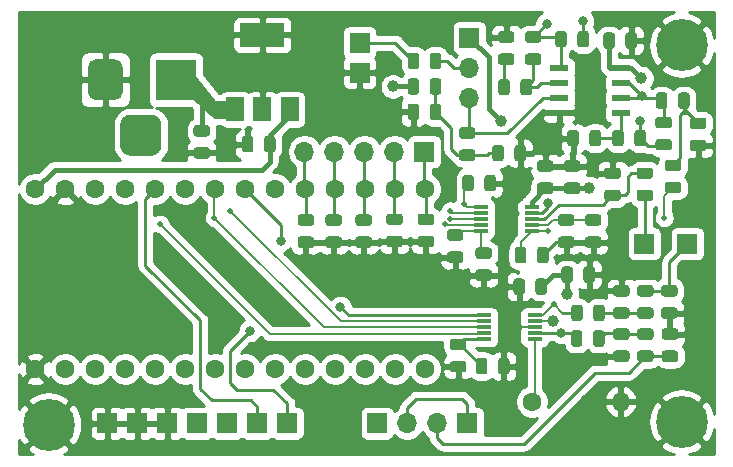
<source format=gbr>
%TF.GenerationSoftware,KiCad,Pcbnew,(5.1.6)-1*%
%TF.CreationDate,2020-12-22T10:56:42-08:00*%
%TF.ProjectId,Digimuser_Board,44696769-6d75-4736-9572-5f426f617264,rev?*%
%TF.SameCoordinates,Original*%
%TF.FileFunction,Copper,L1,Top*%
%TF.FilePolarity,Positive*%
%FSLAX46Y46*%
G04 Gerber Fmt 4.6, Leading zero omitted, Abs format (unit mm)*
G04 Created by KiCad (PCBNEW (5.1.6)-1) date 2020-12-22 10:56:42*
%MOMM*%
%LPD*%
G01*
G04 APERTURE LIST*
%TA.AperFunction,NonConductor*%
%ADD10C,0.100000*%
%TD*%
%TA.AperFunction,ComponentPad*%
%ADD11R,1.700000X1.700000*%
%TD*%
%TA.AperFunction,ComponentPad*%
%ADD12O,1.600000X1.600000*%
%TD*%
%TA.AperFunction,ComponentPad*%
%ADD13C,1.600000*%
%TD*%
%TA.AperFunction,SMDPad,CuDef*%
%ADD14R,1.308100X0.304800*%
%TD*%
%TA.AperFunction,SMDPad,CuDef*%
%ADD15R,1.650000X0.610000*%
%TD*%
%TA.AperFunction,ComponentPad*%
%ADD16C,4.400000*%
%TD*%
%TA.AperFunction,ComponentPad*%
%ADD17R,3.500000X3.500000*%
%TD*%
%TA.AperFunction,ComponentPad*%
%ADD18O,1.700000X1.700000*%
%TD*%
%TA.AperFunction,SMDPad,CuDef*%
%ADD19R,1.500000X2.000000*%
%TD*%
%TA.AperFunction,SMDPad,CuDef*%
%ADD20R,3.800000X2.000000*%
%TD*%
%TA.AperFunction,ViaPad*%
%ADD21C,0.500000*%
%TD*%
%TA.AperFunction,ViaPad*%
%ADD22C,0.800000*%
%TD*%
%TA.AperFunction,ViaPad*%
%ADD23C,1.000000*%
%TD*%
%TA.AperFunction,Conductor*%
%ADD24C,0.250000*%
%TD*%
%TA.AperFunction,Conductor*%
%ADD25C,0.200000*%
%TD*%
%TA.AperFunction,Conductor*%
%ADD26C,0.400000*%
%TD*%
%TA.AperFunction,Conductor*%
%ADD27C,0.254000*%
%TD*%
G04 APERTURE END LIST*
D10*
G36*
X118872000Y-74803000D02*
G01*
X120586500Y-74803000D01*
X120586500Y-76263500D01*
X118745000Y-76263500D01*
X116649500Y-74358500D01*
X116586000Y-71945500D01*
X118872000Y-74803000D01*
G37*
X118872000Y-74803000D02*
X120586500Y-74803000D01*
X120586500Y-76263500D01*
X118745000Y-76263500D01*
X116649500Y-74358500D01*
X116586000Y-71945500D01*
X118872000Y-74803000D01*
G36*
X159004000Y-75946000D02*
G01*
X158305500Y-75946000D01*
X158623000Y-75628500D01*
X159004000Y-75946000D01*
G37*
X159004000Y-75946000D02*
X158305500Y-75946000D01*
X158623000Y-75628500D01*
X159004000Y-75946000D01*
D11*
%TO.P,J12,1*%
%TO.N,GND*%
X112268000Y-102108000D03*
%TD*%
%TO.P,J11,1*%
%TO.N,Net-(J11-Pad1)*%
X140208000Y-102108000D03*
%TD*%
%TO.P,J10,1*%
%TO.N,GND*%
X109728000Y-102108000D03*
%TD*%
%TO.P,J9,1*%
%TO.N,Net-(J9-Pad1)*%
X122428000Y-102108000D03*
%TD*%
%TO.P,J8,1*%
%TO.N,3.3V*%
X117348000Y-102108000D03*
%TD*%
%TO.P,J7,1*%
%TO.N,Net-(C24-Pad1)*%
X158851600Y-86918800D03*
%TD*%
%TO.P,J6,1*%
%TO.N,Net-(C26-Pad1)*%
X155194000Y-86918800D03*
%TD*%
D12*
%TO.P,C13,2*%
%TO.N,GND*%
X153194400Y-100279200D03*
D13*
%TO.P,C13,1*%
%TO.N,Net-(C13-Pad1)*%
X145694400Y-100279200D03*
%TD*%
%TO.P,C1,2*%
%TO.N,Net-(C1-Pad2)*%
%TA.AperFunction,SMDPad,CuDef*%
G36*
G01*
X136138500Y-70981250D02*
X136138500Y-71893750D01*
G75*
G02*
X135894750Y-72137500I-243750J0D01*
G01*
X135407250Y-72137500D01*
G75*
G02*
X135163500Y-71893750I0J243750D01*
G01*
X135163500Y-70981250D01*
G75*
G02*
X135407250Y-70737500I243750J0D01*
G01*
X135894750Y-70737500D01*
G75*
G02*
X136138500Y-70981250I0J-243750D01*
G01*
G37*
%TD.AperFunction*%
%TO.P,C1,1*%
%TO.N,Net-(C1-Pad1)*%
%TA.AperFunction,SMDPad,CuDef*%
G36*
G01*
X138013500Y-70981250D02*
X138013500Y-71893750D01*
G75*
G02*
X137769750Y-72137500I-243750J0D01*
G01*
X137282250Y-72137500D01*
G75*
G02*
X137038500Y-71893750I0J243750D01*
G01*
X137038500Y-70981250D01*
G75*
G02*
X137282250Y-70737500I243750J0D01*
G01*
X137769750Y-70737500D01*
G75*
G02*
X138013500Y-70981250I0J-243750D01*
G01*
G37*
%TD.AperFunction*%
%TD*%
%TO.P,C2,2*%
%TO.N,GND*%
%TA.AperFunction,SMDPad,CuDef*%
G36*
G01*
X144214000Y-79704250D02*
X144214000Y-78791750D01*
G75*
G02*
X144457750Y-78548000I243750J0D01*
G01*
X144945250Y-78548000D01*
G75*
G02*
X145189000Y-78791750I0J-243750D01*
G01*
X145189000Y-79704250D01*
G75*
G02*
X144945250Y-79948000I-243750J0D01*
G01*
X144457750Y-79948000D01*
G75*
G02*
X144214000Y-79704250I0J243750D01*
G01*
G37*
%TD.AperFunction*%
%TO.P,C2,1*%
%TO.N,Net-(C2-Pad1)*%
%TA.AperFunction,SMDPad,CuDef*%
G36*
G01*
X142339000Y-79704250D02*
X142339000Y-78791750D01*
G75*
G02*
X142582750Y-78548000I243750J0D01*
G01*
X143070250Y-78548000D01*
G75*
G02*
X143314000Y-78791750I0J-243750D01*
G01*
X143314000Y-79704250D01*
G75*
G02*
X143070250Y-79948000I-243750J0D01*
G01*
X142582750Y-79948000D01*
G75*
G02*
X142339000Y-79704250I0J243750D01*
G01*
G37*
%TD.AperFunction*%
%TD*%
%TO.P,C3,2*%
%TO.N,GND*%
%TA.AperFunction,SMDPad,CuDef*%
G36*
G01*
X143966250Y-69908000D02*
X143053750Y-69908000D01*
G75*
G02*
X142810000Y-69664250I0J243750D01*
G01*
X142810000Y-69176750D01*
G75*
G02*
X143053750Y-68933000I243750J0D01*
G01*
X143966250Y-68933000D01*
G75*
G02*
X144210000Y-69176750I0J-243750D01*
G01*
X144210000Y-69664250D01*
G75*
G02*
X143966250Y-69908000I-243750J0D01*
G01*
G37*
%TD.AperFunction*%
%TO.P,C3,1*%
%TO.N,Net-(C3-Pad1)*%
%TA.AperFunction,SMDPad,CuDef*%
G36*
G01*
X143966250Y-71783000D02*
X143053750Y-71783000D01*
G75*
G02*
X142810000Y-71539250I0J243750D01*
G01*
X142810000Y-71051750D01*
G75*
G02*
X143053750Y-70808000I243750J0D01*
G01*
X143966250Y-70808000D01*
G75*
G02*
X144210000Y-71051750I0J-243750D01*
G01*
X144210000Y-71539250D01*
G75*
G02*
X143966250Y-71783000I-243750J0D01*
G01*
G37*
%TD.AperFunction*%
%TD*%
%TO.P,C4,2*%
%TO.N,3.3V*%
%TA.AperFunction,SMDPad,CuDef*%
G36*
G01*
X152712000Y-69266750D02*
X152712000Y-70179250D01*
G75*
G02*
X152468250Y-70423000I-243750J0D01*
G01*
X151980750Y-70423000D01*
G75*
G02*
X151737000Y-70179250I0J243750D01*
G01*
X151737000Y-69266750D01*
G75*
G02*
X151980750Y-69023000I243750J0D01*
G01*
X152468250Y-69023000D01*
G75*
G02*
X152712000Y-69266750I0J-243750D01*
G01*
G37*
%TD.AperFunction*%
%TO.P,C4,1*%
%TO.N,GND*%
%TA.AperFunction,SMDPad,CuDef*%
G36*
G01*
X154587000Y-69266750D02*
X154587000Y-70179250D01*
G75*
G02*
X154343250Y-70423000I-243750J0D01*
G01*
X153855750Y-70423000D01*
G75*
G02*
X153612000Y-70179250I0J243750D01*
G01*
X153612000Y-69266750D01*
G75*
G02*
X153855750Y-69023000I243750J0D01*
G01*
X154343250Y-69023000D01*
G75*
G02*
X154587000Y-69266750I0J-243750D01*
G01*
G37*
%TD.AperFunction*%
%TD*%
%TO.P,C5,2*%
%TO.N,GND*%
%TA.AperFunction,SMDPad,CuDef*%
G36*
G01*
X149664000Y-77521750D02*
X149664000Y-78434250D01*
G75*
G02*
X149420250Y-78678000I-243750J0D01*
G01*
X148932750Y-78678000D01*
G75*
G02*
X148689000Y-78434250I0J243750D01*
G01*
X148689000Y-77521750D01*
G75*
G02*
X148932750Y-77278000I243750J0D01*
G01*
X149420250Y-77278000D01*
G75*
G02*
X149664000Y-77521750I0J-243750D01*
G01*
G37*
%TD.AperFunction*%
%TO.P,C5,1*%
%TO.N,Net-(C5-Pad1)*%
%TA.AperFunction,SMDPad,CuDef*%
G36*
G01*
X151539000Y-77521750D02*
X151539000Y-78434250D01*
G75*
G02*
X151295250Y-78678000I-243750J0D01*
G01*
X150807750Y-78678000D01*
G75*
G02*
X150564000Y-78434250I0J243750D01*
G01*
X150564000Y-77521750D01*
G75*
G02*
X150807750Y-77278000I243750J0D01*
G01*
X151295250Y-77278000D01*
G75*
G02*
X151539000Y-77521750I0J-243750D01*
G01*
G37*
%TD.AperFunction*%
%TD*%
%TO.P,C6,2*%
%TO.N,Net-(C6-Pad2)*%
%TA.AperFunction,SMDPad,CuDef*%
G36*
G01*
X156388750Y-78047000D02*
X157301250Y-78047000D01*
G75*
G02*
X157545000Y-78290750I0J-243750D01*
G01*
X157545000Y-78778250D01*
G75*
G02*
X157301250Y-79022000I-243750J0D01*
G01*
X156388750Y-79022000D01*
G75*
G02*
X156145000Y-78778250I0J243750D01*
G01*
X156145000Y-78290750D01*
G75*
G02*
X156388750Y-78047000I243750J0D01*
G01*
G37*
%TD.AperFunction*%
%TO.P,C6,1*%
%TO.N,/FILT_OUT*%
%TA.AperFunction,SMDPad,CuDef*%
G36*
G01*
X156388750Y-76172000D02*
X157301250Y-76172000D01*
G75*
G02*
X157545000Y-76415750I0J-243750D01*
G01*
X157545000Y-76903250D01*
G75*
G02*
X157301250Y-77147000I-243750J0D01*
G01*
X156388750Y-77147000D01*
G75*
G02*
X156145000Y-76903250I0J243750D01*
G01*
X156145000Y-76415750D01*
G75*
G02*
X156388750Y-76172000I243750J0D01*
G01*
G37*
%TD.AperFunction*%
%TD*%
%TO.P,C7,2*%
%TO.N,GND*%
%TA.AperFunction,SMDPad,CuDef*%
G36*
G01*
X138989750Y-96843000D02*
X139902250Y-96843000D01*
G75*
G02*
X140146000Y-97086750I0J-243750D01*
G01*
X140146000Y-97574250D01*
G75*
G02*
X139902250Y-97818000I-243750J0D01*
G01*
X138989750Y-97818000D01*
G75*
G02*
X138746000Y-97574250I0J243750D01*
G01*
X138746000Y-97086750D01*
G75*
G02*
X138989750Y-96843000I243750J0D01*
G01*
G37*
%TD.AperFunction*%
%TO.P,C7,1*%
%TO.N,Net-(C10-Pad1)*%
%TA.AperFunction,SMDPad,CuDef*%
G36*
G01*
X138989750Y-94968000D02*
X139902250Y-94968000D01*
G75*
G02*
X140146000Y-95211750I0J-243750D01*
G01*
X140146000Y-95699250D01*
G75*
G02*
X139902250Y-95943000I-243750J0D01*
G01*
X138989750Y-95943000D01*
G75*
G02*
X138746000Y-95699250I0J243750D01*
G01*
X138746000Y-95211750D01*
G75*
G02*
X138989750Y-94968000I243750J0D01*
G01*
G37*
%TD.AperFunction*%
%TD*%
%TO.P,C8,2*%
%TO.N,GND*%
%TA.AperFunction,SMDPad,CuDef*%
G36*
G01*
X138735750Y-87572000D02*
X139648250Y-87572000D01*
G75*
G02*
X139892000Y-87815750I0J-243750D01*
G01*
X139892000Y-88303250D01*
G75*
G02*
X139648250Y-88547000I-243750J0D01*
G01*
X138735750Y-88547000D01*
G75*
G02*
X138492000Y-88303250I0J243750D01*
G01*
X138492000Y-87815750D01*
G75*
G02*
X138735750Y-87572000I243750J0D01*
G01*
G37*
%TD.AperFunction*%
%TO.P,C8,1*%
%TO.N,Net-(C11-Pad1)*%
%TA.AperFunction,SMDPad,CuDef*%
G36*
G01*
X138735750Y-85697000D02*
X139648250Y-85697000D01*
G75*
G02*
X139892000Y-85940750I0J-243750D01*
G01*
X139892000Y-86428250D01*
G75*
G02*
X139648250Y-86672000I-243750J0D01*
G01*
X138735750Y-86672000D01*
G75*
G02*
X138492000Y-86428250I0J243750D01*
G01*
X138492000Y-85940750D01*
G75*
G02*
X138735750Y-85697000I243750J0D01*
G01*
G37*
%TD.AperFunction*%
%TD*%
%TO.P,C10,2*%
%TO.N,GND*%
%TA.AperFunction,SMDPad,CuDef*%
G36*
G01*
X142817000Y-97738250D02*
X142817000Y-96825750D01*
G75*
G02*
X143060750Y-96582000I243750J0D01*
G01*
X143548250Y-96582000D01*
G75*
G02*
X143792000Y-96825750I0J-243750D01*
G01*
X143792000Y-97738250D01*
G75*
G02*
X143548250Y-97982000I-243750J0D01*
G01*
X143060750Y-97982000D01*
G75*
G02*
X142817000Y-97738250I0J243750D01*
G01*
G37*
%TD.AperFunction*%
%TO.P,C10,1*%
%TO.N,Net-(C10-Pad1)*%
%TA.AperFunction,SMDPad,CuDef*%
G36*
G01*
X140942000Y-97738250D02*
X140942000Y-96825750D01*
G75*
G02*
X141185750Y-96582000I243750J0D01*
G01*
X141673250Y-96582000D01*
G75*
G02*
X141917000Y-96825750I0J-243750D01*
G01*
X141917000Y-97738250D01*
G75*
G02*
X141673250Y-97982000I-243750J0D01*
G01*
X141185750Y-97982000D01*
G75*
G02*
X140942000Y-97738250I0J243750D01*
G01*
G37*
%TD.AperFunction*%
%TD*%
%TO.P,C11,2*%
%TO.N,GND*%
%TA.AperFunction,SMDPad,CuDef*%
G36*
G01*
X141148750Y-89096000D02*
X142061250Y-89096000D01*
G75*
G02*
X142305000Y-89339750I0J-243750D01*
G01*
X142305000Y-89827250D01*
G75*
G02*
X142061250Y-90071000I-243750J0D01*
G01*
X141148750Y-90071000D01*
G75*
G02*
X140905000Y-89827250I0J243750D01*
G01*
X140905000Y-89339750D01*
G75*
G02*
X141148750Y-89096000I243750J0D01*
G01*
G37*
%TD.AperFunction*%
%TO.P,C11,1*%
%TO.N,Net-(C11-Pad1)*%
%TA.AperFunction,SMDPad,CuDef*%
G36*
G01*
X141148750Y-87221000D02*
X142061250Y-87221000D01*
G75*
G02*
X142305000Y-87464750I0J-243750D01*
G01*
X142305000Y-87952250D01*
G75*
G02*
X142061250Y-88196000I-243750J0D01*
G01*
X141148750Y-88196000D01*
G75*
G02*
X140905000Y-87952250I0J243750D01*
G01*
X140905000Y-87464750D01*
G75*
G02*
X141148750Y-87221000I243750J0D01*
G01*
G37*
%TD.AperFunction*%
%TD*%
%TO.P,C14,2*%
%TO.N,GND*%
%TA.AperFunction,SMDPad,CuDef*%
G36*
G01*
X147268250Y-80830000D02*
X146355750Y-80830000D01*
G75*
G02*
X146112000Y-80586250I0J243750D01*
G01*
X146112000Y-80098750D01*
G75*
G02*
X146355750Y-79855000I243750J0D01*
G01*
X147268250Y-79855000D01*
G75*
G02*
X147512000Y-80098750I0J-243750D01*
G01*
X147512000Y-80586250D01*
G75*
G02*
X147268250Y-80830000I-243750J0D01*
G01*
G37*
%TD.AperFunction*%
%TO.P,C14,1*%
%TO.N,3.3V*%
%TA.AperFunction,SMDPad,CuDef*%
G36*
G01*
X147268250Y-82705000D02*
X146355750Y-82705000D01*
G75*
G02*
X146112000Y-82461250I0J243750D01*
G01*
X146112000Y-81973750D01*
G75*
G02*
X146355750Y-81730000I243750J0D01*
G01*
X147268250Y-81730000D01*
G75*
G02*
X147512000Y-81973750I0J-243750D01*
G01*
X147512000Y-82461250D01*
G75*
G02*
X147268250Y-82705000I-243750J0D01*
G01*
G37*
%TD.AperFunction*%
%TD*%
%TO.P,C15,2*%
%TO.N,Net-(C15-Pad2)*%
%TA.AperFunction,SMDPad,CuDef*%
G36*
G01*
X149046250Y-85402000D02*
X148133750Y-85402000D01*
G75*
G02*
X147890000Y-85158250I0J243750D01*
G01*
X147890000Y-84670750D01*
G75*
G02*
X148133750Y-84427000I243750J0D01*
G01*
X149046250Y-84427000D01*
G75*
G02*
X149290000Y-84670750I0J-243750D01*
G01*
X149290000Y-85158250D01*
G75*
G02*
X149046250Y-85402000I-243750J0D01*
G01*
G37*
%TD.AperFunction*%
%TO.P,C15,1*%
%TO.N,GND*%
%TA.AperFunction,SMDPad,CuDef*%
G36*
G01*
X149046250Y-87277000D02*
X148133750Y-87277000D01*
G75*
G02*
X147890000Y-87033250I0J243750D01*
G01*
X147890000Y-86545750D01*
G75*
G02*
X148133750Y-86302000I243750J0D01*
G01*
X149046250Y-86302000D01*
G75*
G02*
X149290000Y-86545750I0J-243750D01*
G01*
X149290000Y-87033250D01*
G75*
G02*
X149046250Y-87277000I-243750J0D01*
G01*
G37*
%TD.AperFunction*%
%TD*%
%TO.P,C16,2*%
%TO.N,GND*%
%TA.AperFunction,SMDPad,CuDef*%
G36*
G01*
X145092000Y-90094750D02*
X145092000Y-91007250D01*
G75*
G02*
X144848250Y-91251000I-243750J0D01*
G01*
X144360750Y-91251000D01*
G75*
G02*
X144117000Y-91007250I0J243750D01*
G01*
X144117000Y-90094750D01*
G75*
G02*
X144360750Y-89851000I243750J0D01*
G01*
X144848250Y-89851000D01*
G75*
G02*
X145092000Y-90094750I0J-243750D01*
G01*
G37*
%TD.AperFunction*%
%TO.P,C16,1*%
%TO.N,3.3V*%
%TA.AperFunction,SMDPad,CuDef*%
G36*
G01*
X146967000Y-90094750D02*
X146967000Y-91007250D01*
G75*
G02*
X146723250Y-91251000I-243750J0D01*
G01*
X146235750Y-91251000D01*
G75*
G02*
X145992000Y-91007250I0J243750D01*
G01*
X145992000Y-90094750D01*
G75*
G02*
X146235750Y-89851000I243750J0D01*
G01*
X146723250Y-89851000D01*
G75*
G02*
X146967000Y-90094750I0J-243750D01*
G01*
G37*
%TD.AperFunction*%
%TD*%
%TO.P,C17,2*%
%TO.N,GND*%
%TA.AperFunction,SMDPad,CuDef*%
G36*
G01*
X146119000Y-88340250D02*
X146119000Y-87427750D01*
G75*
G02*
X146362750Y-87184000I243750J0D01*
G01*
X146850250Y-87184000D01*
G75*
G02*
X147094000Y-87427750I0J-243750D01*
G01*
X147094000Y-88340250D01*
G75*
G02*
X146850250Y-88584000I-243750J0D01*
G01*
X146362750Y-88584000D01*
G75*
G02*
X146119000Y-88340250I0J243750D01*
G01*
G37*
%TD.AperFunction*%
%TO.P,C17,1*%
%TO.N,Net-(C17-Pad1)*%
%TA.AperFunction,SMDPad,CuDef*%
G36*
G01*
X144244000Y-88340250D02*
X144244000Y-87427750D01*
G75*
G02*
X144487750Y-87184000I243750J0D01*
G01*
X144975250Y-87184000D01*
G75*
G02*
X145219000Y-87427750I0J-243750D01*
G01*
X145219000Y-88340250D01*
G75*
G02*
X144975250Y-88584000I-243750J0D01*
G01*
X144487750Y-88584000D01*
G75*
G02*
X144244000Y-88340250I0J243750D01*
G01*
G37*
%TD.AperFunction*%
%TD*%
%TO.P,C18,2*%
%TO.N,Net-(C17-Pad1)*%
%TA.AperFunction,SMDPad,CuDef*%
G36*
G01*
X157176150Y-81679200D02*
X158088650Y-81679200D01*
G75*
G02*
X158332400Y-81922950I0J-243750D01*
G01*
X158332400Y-82410450D01*
G75*
G02*
X158088650Y-82654200I-243750J0D01*
G01*
X157176150Y-82654200D01*
G75*
G02*
X156932400Y-82410450I0J243750D01*
G01*
X156932400Y-81922950D01*
G75*
G02*
X157176150Y-81679200I243750J0D01*
G01*
G37*
%TD.AperFunction*%
%TO.P,C18,1*%
%TO.N,ADC_IN*%
%TA.AperFunction,SMDPad,CuDef*%
G36*
G01*
X157176150Y-79804200D02*
X158088650Y-79804200D01*
G75*
G02*
X158332400Y-80047950I0J-243750D01*
G01*
X158332400Y-80535450D01*
G75*
G02*
X158088650Y-80779200I-243750J0D01*
G01*
X157176150Y-80779200D01*
G75*
G02*
X156932400Y-80535450I0J243750D01*
G01*
X156932400Y-80047950D01*
G75*
G02*
X157176150Y-79804200I243750J0D01*
G01*
G37*
%TD.AperFunction*%
%TD*%
%TO.P,C19,2*%
%TO.N,GND*%
%TA.AperFunction,SMDPad,CuDef*%
G36*
G01*
X150056000Y-89991250D02*
X150056000Y-89078750D01*
G75*
G02*
X150299750Y-88835000I243750J0D01*
G01*
X150787250Y-88835000D01*
G75*
G02*
X151031000Y-89078750I0J-243750D01*
G01*
X151031000Y-89991250D01*
G75*
G02*
X150787250Y-90235000I-243750J0D01*
G01*
X150299750Y-90235000D01*
G75*
G02*
X150056000Y-89991250I0J243750D01*
G01*
G37*
%TD.AperFunction*%
%TO.P,C19,1*%
%TO.N,3.3V*%
%TA.AperFunction,SMDPad,CuDef*%
G36*
G01*
X148181000Y-89991250D02*
X148181000Y-89078750D01*
G75*
G02*
X148424750Y-88835000I243750J0D01*
G01*
X148912250Y-88835000D01*
G75*
G02*
X149156000Y-89078750I0J-243750D01*
G01*
X149156000Y-89991250D01*
G75*
G02*
X148912250Y-90235000I-243750J0D01*
G01*
X148424750Y-90235000D01*
G75*
G02*
X148181000Y-89991250I0J243750D01*
G01*
G37*
%TD.AperFunction*%
%TD*%
%TO.P,C20,2*%
%TO.N,GND*%
%TA.AperFunction,SMDPad,CuDef*%
G36*
G01*
X149554250Y-80830000D02*
X148641750Y-80830000D01*
G75*
G02*
X148398000Y-80586250I0J243750D01*
G01*
X148398000Y-80098750D01*
G75*
G02*
X148641750Y-79855000I243750J0D01*
G01*
X149554250Y-79855000D01*
G75*
G02*
X149798000Y-80098750I0J-243750D01*
G01*
X149798000Y-80586250D01*
G75*
G02*
X149554250Y-80830000I-243750J0D01*
G01*
G37*
%TD.AperFunction*%
%TO.P,C20,1*%
%TO.N,3.3V*%
%TA.AperFunction,SMDPad,CuDef*%
G36*
G01*
X149554250Y-82705000D02*
X148641750Y-82705000D01*
G75*
G02*
X148398000Y-82461250I0J243750D01*
G01*
X148398000Y-81973750D01*
G75*
G02*
X148641750Y-81730000I243750J0D01*
G01*
X149554250Y-81730000D01*
G75*
G02*
X149798000Y-81973750I0J-243750D01*
G01*
X149798000Y-82461250D01*
G75*
G02*
X149554250Y-82705000I-243750J0D01*
G01*
G37*
%TD.AperFunction*%
%TD*%
%TO.P,C21,2*%
%TO.N,Net-(C15-Pad2)*%
%TA.AperFunction,SMDPad,CuDef*%
G36*
G01*
X151332250Y-85402000D02*
X150419750Y-85402000D01*
G75*
G02*
X150176000Y-85158250I0J243750D01*
G01*
X150176000Y-84670750D01*
G75*
G02*
X150419750Y-84427000I243750J0D01*
G01*
X151332250Y-84427000D01*
G75*
G02*
X151576000Y-84670750I0J-243750D01*
G01*
X151576000Y-85158250D01*
G75*
G02*
X151332250Y-85402000I-243750J0D01*
G01*
G37*
%TD.AperFunction*%
%TO.P,C21,1*%
%TO.N,GND*%
%TA.AperFunction,SMDPad,CuDef*%
G36*
G01*
X151332250Y-87277000D02*
X150419750Y-87277000D01*
G75*
G02*
X150176000Y-87033250I0J243750D01*
G01*
X150176000Y-86545750D01*
G75*
G02*
X150419750Y-86302000I243750J0D01*
G01*
X151332250Y-86302000D01*
G75*
G02*
X151576000Y-86545750I0J-243750D01*
G01*
X151576000Y-87033250D01*
G75*
G02*
X151332250Y-87277000I-243750J0D01*
G01*
G37*
%TD.AperFunction*%
%TD*%
%TO.P,R1,2*%
%TO.N,Net-(C2-Pad1)*%
%TA.AperFunction,SMDPad,CuDef*%
G36*
G01*
X137038500Y-74052750D02*
X137038500Y-73140250D01*
G75*
G02*
X137282250Y-72896500I243750J0D01*
G01*
X137769750Y-72896500D01*
G75*
G02*
X138013500Y-73140250I0J-243750D01*
G01*
X138013500Y-74052750D01*
G75*
G02*
X137769750Y-74296500I-243750J0D01*
G01*
X137282250Y-74296500D01*
G75*
G02*
X137038500Y-74052750I0J243750D01*
G01*
G37*
%TD.AperFunction*%
%TO.P,R1,1*%
%TO.N,3.3V*%
%TA.AperFunction,SMDPad,CuDef*%
G36*
G01*
X135163500Y-74052750D02*
X135163500Y-73140250D01*
G75*
G02*
X135407250Y-72896500I243750J0D01*
G01*
X135894750Y-72896500D01*
G75*
G02*
X136138500Y-73140250I0J-243750D01*
G01*
X136138500Y-74052750D01*
G75*
G02*
X135894750Y-74296500I-243750J0D01*
G01*
X135407250Y-74296500D01*
G75*
G02*
X135163500Y-74052750I0J243750D01*
G01*
G37*
%TD.AperFunction*%
%TD*%
%TO.P,R2,2*%
%TO.N,GND*%
%TA.AperFunction,SMDPad,CuDef*%
G36*
G01*
X136138500Y-75299250D02*
X136138500Y-76211750D01*
G75*
G02*
X135894750Y-76455500I-243750J0D01*
G01*
X135407250Y-76455500D01*
G75*
G02*
X135163500Y-76211750I0J243750D01*
G01*
X135163500Y-75299250D01*
G75*
G02*
X135407250Y-75055500I243750J0D01*
G01*
X135894750Y-75055500D01*
G75*
G02*
X136138500Y-75299250I0J-243750D01*
G01*
G37*
%TD.AperFunction*%
%TO.P,R2,1*%
%TO.N,Net-(C2-Pad1)*%
%TA.AperFunction,SMDPad,CuDef*%
G36*
G01*
X138013500Y-75299250D02*
X138013500Y-76211750D01*
G75*
G02*
X137769750Y-76455500I-243750J0D01*
G01*
X137282250Y-76455500D01*
G75*
G02*
X137038500Y-76211750I0J243750D01*
G01*
X137038500Y-75299250D01*
G75*
G02*
X137282250Y-75055500I243750J0D01*
G01*
X137769750Y-75055500D01*
G75*
G02*
X138013500Y-75299250I0J-243750D01*
G01*
G37*
%TD.AperFunction*%
%TD*%
%TO.P,R3,2*%
%TO.N,GND*%
%TA.AperFunction,SMDPad,CuDef*%
G36*
G01*
X126099250Y-86302000D02*
X127011750Y-86302000D01*
G75*
G02*
X127255500Y-86545750I0J-243750D01*
G01*
X127255500Y-87033250D01*
G75*
G02*
X127011750Y-87277000I-243750J0D01*
G01*
X126099250Y-87277000D01*
G75*
G02*
X125855500Y-87033250I0J243750D01*
G01*
X125855500Y-86545750D01*
G75*
G02*
X126099250Y-86302000I243750J0D01*
G01*
G37*
%TD.AperFunction*%
%TO.P,R3,1*%
%TO.N,Net-(R3-Pad1)*%
%TA.AperFunction,SMDPad,CuDef*%
G36*
G01*
X126099250Y-84427000D02*
X127011750Y-84427000D01*
G75*
G02*
X127255500Y-84670750I0J-243750D01*
G01*
X127255500Y-85158250D01*
G75*
G02*
X127011750Y-85402000I-243750J0D01*
G01*
X126099250Y-85402000D01*
G75*
G02*
X125855500Y-85158250I0J243750D01*
G01*
X125855500Y-84670750D01*
G75*
G02*
X126099250Y-84427000I243750J0D01*
G01*
G37*
%TD.AperFunction*%
%TD*%
%TO.P,R4,2*%
%TO.N,GND*%
%TA.AperFunction,SMDPad,CuDef*%
G36*
G01*
X128448750Y-86302000D02*
X129361250Y-86302000D01*
G75*
G02*
X129605000Y-86545750I0J-243750D01*
G01*
X129605000Y-87033250D01*
G75*
G02*
X129361250Y-87277000I-243750J0D01*
G01*
X128448750Y-87277000D01*
G75*
G02*
X128205000Y-87033250I0J243750D01*
G01*
X128205000Y-86545750D01*
G75*
G02*
X128448750Y-86302000I243750J0D01*
G01*
G37*
%TD.AperFunction*%
%TO.P,R4,1*%
%TO.N,Net-(R4-Pad1)*%
%TA.AperFunction,SMDPad,CuDef*%
G36*
G01*
X128448750Y-84427000D02*
X129361250Y-84427000D01*
G75*
G02*
X129605000Y-84670750I0J-243750D01*
G01*
X129605000Y-85158250D01*
G75*
G02*
X129361250Y-85402000I-243750J0D01*
G01*
X128448750Y-85402000D01*
G75*
G02*
X128205000Y-85158250I0J243750D01*
G01*
X128205000Y-84670750D01*
G75*
G02*
X128448750Y-84427000I243750J0D01*
G01*
G37*
%TD.AperFunction*%
%TD*%
%TO.P,R5,2*%
%TO.N,GND*%
%TA.AperFunction,SMDPad,CuDef*%
G36*
G01*
X130988750Y-86302000D02*
X131901250Y-86302000D01*
G75*
G02*
X132145000Y-86545750I0J-243750D01*
G01*
X132145000Y-87033250D01*
G75*
G02*
X131901250Y-87277000I-243750J0D01*
G01*
X130988750Y-87277000D01*
G75*
G02*
X130745000Y-87033250I0J243750D01*
G01*
X130745000Y-86545750D01*
G75*
G02*
X130988750Y-86302000I243750J0D01*
G01*
G37*
%TD.AperFunction*%
%TO.P,R5,1*%
%TO.N,Net-(R5-Pad1)*%
%TA.AperFunction,SMDPad,CuDef*%
G36*
G01*
X130988750Y-84427000D02*
X131901250Y-84427000D01*
G75*
G02*
X132145000Y-84670750I0J-243750D01*
G01*
X132145000Y-85158250D01*
G75*
G02*
X131901250Y-85402000I-243750J0D01*
G01*
X130988750Y-85402000D01*
G75*
G02*
X130745000Y-85158250I0J243750D01*
G01*
X130745000Y-84670750D01*
G75*
G02*
X130988750Y-84427000I243750J0D01*
G01*
G37*
%TD.AperFunction*%
%TD*%
%TO.P,R6,2*%
%TO.N,Net-(C2-Pad1)*%
%TA.AperFunction,SMDPad,CuDef*%
G36*
G01*
X139751750Y-78936000D02*
X140664250Y-78936000D01*
G75*
G02*
X140908000Y-79179750I0J-243750D01*
G01*
X140908000Y-79667250D01*
G75*
G02*
X140664250Y-79911000I-243750J0D01*
G01*
X139751750Y-79911000D01*
G75*
G02*
X139508000Y-79667250I0J243750D01*
G01*
X139508000Y-79179750D01*
G75*
G02*
X139751750Y-78936000I243750J0D01*
G01*
G37*
%TD.AperFunction*%
%TO.P,R6,1*%
%TO.N,/AMP_IN*%
%TA.AperFunction,SMDPad,CuDef*%
G36*
G01*
X139751750Y-77061000D02*
X140664250Y-77061000D01*
G75*
G02*
X140908000Y-77304750I0J-243750D01*
G01*
X140908000Y-77792250D01*
G75*
G02*
X140664250Y-78036000I-243750J0D01*
G01*
X139751750Y-78036000D01*
G75*
G02*
X139508000Y-77792250I0J243750D01*
G01*
X139508000Y-77304750D01*
G75*
G02*
X139751750Y-77061000I243750J0D01*
G01*
G37*
%TD.AperFunction*%
%TD*%
%TO.P,R7,2*%
%TO.N,GND*%
%TA.AperFunction,SMDPad,CuDef*%
G36*
G01*
X133592250Y-86238500D02*
X134504750Y-86238500D01*
G75*
G02*
X134748500Y-86482250I0J-243750D01*
G01*
X134748500Y-86969750D01*
G75*
G02*
X134504750Y-87213500I-243750J0D01*
G01*
X133592250Y-87213500D01*
G75*
G02*
X133348500Y-86969750I0J243750D01*
G01*
X133348500Y-86482250D01*
G75*
G02*
X133592250Y-86238500I243750J0D01*
G01*
G37*
%TD.AperFunction*%
%TO.P,R7,1*%
%TO.N,Net-(R7-Pad1)*%
%TA.AperFunction,SMDPad,CuDef*%
G36*
G01*
X133592250Y-84363500D02*
X134504750Y-84363500D01*
G75*
G02*
X134748500Y-84607250I0J-243750D01*
G01*
X134748500Y-85094750D01*
G75*
G02*
X134504750Y-85338500I-243750J0D01*
G01*
X133592250Y-85338500D01*
G75*
G02*
X133348500Y-85094750I0J243750D01*
G01*
X133348500Y-84607250D01*
G75*
G02*
X133592250Y-84363500I243750J0D01*
G01*
G37*
%TD.AperFunction*%
%TD*%
%TO.P,R8,2*%
%TO.N,GND*%
%TA.AperFunction,SMDPad,CuDef*%
G36*
G01*
X136259250Y-86238500D02*
X137171750Y-86238500D01*
G75*
G02*
X137415500Y-86482250I0J-243750D01*
G01*
X137415500Y-86969750D01*
G75*
G02*
X137171750Y-87213500I-243750J0D01*
G01*
X136259250Y-87213500D01*
G75*
G02*
X136015500Y-86969750I0J243750D01*
G01*
X136015500Y-86482250D01*
G75*
G02*
X136259250Y-86238500I243750J0D01*
G01*
G37*
%TD.AperFunction*%
%TO.P,R8,1*%
%TO.N,Net-(R8-Pad1)*%
%TA.AperFunction,SMDPad,CuDef*%
G36*
G01*
X136259250Y-84363500D02*
X137171750Y-84363500D01*
G75*
G02*
X137415500Y-84607250I0J-243750D01*
G01*
X137415500Y-85094750D01*
G75*
G02*
X137171750Y-85338500I-243750J0D01*
G01*
X136259250Y-85338500D01*
G75*
G02*
X136015500Y-85094750I0J243750D01*
G01*
X136015500Y-84607250D01*
G75*
G02*
X136259250Y-84363500I243750J0D01*
G01*
G37*
%TD.AperFunction*%
%TD*%
%TO.P,R9,2*%
%TO.N,Net-(C3-Pad1)*%
%TA.AperFunction,SMDPad,CuDef*%
G36*
G01*
X143822000Y-73203750D02*
X143822000Y-74116250D01*
G75*
G02*
X143578250Y-74360000I-243750J0D01*
G01*
X143090750Y-74360000D01*
G75*
G02*
X142847000Y-74116250I0J243750D01*
G01*
X142847000Y-73203750D01*
G75*
G02*
X143090750Y-72960000I243750J0D01*
G01*
X143578250Y-72960000D01*
G75*
G02*
X143822000Y-73203750I0J-243750D01*
G01*
G37*
%TD.AperFunction*%
%TO.P,R9,1*%
%TO.N,Net-(R10-Pad2)*%
%TA.AperFunction,SMDPad,CuDef*%
G36*
G01*
X145697000Y-73203750D02*
X145697000Y-74116250D01*
G75*
G02*
X145453250Y-74360000I-243750J0D01*
G01*
X144965750Y-74360000D01*
G75*
G02*
X144722000Y-74116250I0J243750D01*
G01*
X144722000Y-73203750D01*
G75*
G02*
X144965750Y-72960000I243750J0D01*
G01*
X145453250Y-72960000D01*
G75*
G02*
X145697000Y-73203750I0J-243750D01*
G01*
G37*
%TD.AperFunction*%
%TD*%
%TO.P,R10,2*%
%TO.N,Net-(R10-Pad2)*%
%TA.AperFunction,SMDPad,CuDef*%
G36*
G01*
X145339750Y-70808000D02*
X146252250Y-70808000D01*
G75*
G02*
X146496000Y-71051750I0J-243750D01*
G01*
X146496000Y-71539250D01*
G75*
G02*
X146252250Y-71783000I-243750J0D01*
G01*
X145339750Y-71783000D01*
G75*
G02*
X145096000Y-71539250I0J243750D01*
G01*
X145096000Y-71051750D01*
G75*
G02*
X145339750Y-70808000I243750J0D01*
G01*
G37*
%TD.AperFunction*%
%TO.P,R10,1*%
%TO.N,/FILT_IN*%
%TA.AperFunction,SMDPad,CuDef*%
G36*
G01*
X145339750Y-68933000D02*
X146252250Y-68933000D01*
G75*
G02*
X146496000Y-69176750I0J-243750D01*
G01*
X146496000Y-69664250D01*
G75*
G02*
X146252250Y-69908000I-243750J0D01*
G01*
X145339750Y-69908000D01*
G75*
G02*
X145096000Y-69664250I0J243750D01*
G01*
X145096000Y-69176750D01*
G75*
G02*
X145339750Y-68933000I243750J0D01*
G01*
G37*
%TD.AperFunction*%
%TD*%
%TO.P,R11,2*%
%TO.N,/FILT_IN*%
%TA.AperFunction,SMDPad,CuDef*%
G36*
G01*
X148648000Y-69139750D02*
X148648000Y-70052250D01*
G75*
G02*
X148404250Y-70296000I-243750J0D01*
G01*
X147916750Y-70296000D01*
G75*
G02*
X147673000Y-70052250I0J243750D01*
G01*
X147673000Y-69139750D01*
G75*
G02*
X147916750Y-68896000I243750J0D01*
G01*
X148404250Y-68896000D01*
G75*
G02*
X148648000Y-69139750I0J-243750D01*
G01*
G37*
%TD.AperFunction*%
%TO.P,R11,1*%
%TO.N,Net-(C6-Pad2)*%
%TA.AperFunction,SMDPad,CuDef*%
G36*
G01*
X150523000Y-69139750D02*
X150523000Y-70052250D01*
G75*
G02*
X150279250Y-70296000I-243750J0D01*
G01*
X149791750Y-70296000D01*
G75*
G02*
X149548000Y-70052250I0J243750D01*
G01*
X149548000Y-69139750D01*
G75*
G02*
X149791750Y-68896000I243750J0D01*
G01*
X150279250Y-68896000D01*
G75*
G02*
X150523000Y-69139750I0J-243750D01*
G01*
G37*
%TD.AperFunction*%
%TD*%
%TO.P,R12,2*%
%TO.N,Net-(C5-Pad1)*%
%TA.AperFunction,SMDPad,CuDef*%
G36*
G01*
X153474000Y-77521750D02*
X153474000Y-78434250D01*
G75*
G02*
X153230250Y-78678000I-243750J0D01*
G01*
X152742750Y-78678000D01*
G75*
G02*
X152499000Y-78434250I0J243750D01*
G01*
X152499000Y-77521750D01*
G75*
G02*
X152742750Y-77278000I243750J0D01*
G01*
X153230250Y-77278000D01*
G75*
G02*
X153474000Y-77521750I0J-243750D01*
G01*
G37*
%TD.AperFunction*%
%TO.P,R12,1*%
%TO.N,Net-(C6-Pad2)*%
%TA.AperFunction,SMDPad,CuDef*%
G36*
G01*
X155349000Y-77521750D02*
X155349000Y-78434250D01*
G75*
G02*
X155105250Y-78678000I-243750J0D01*
G01*
X154617750Y-78678000D01*
G75*
G02*
X154374000Y-78434250I0J243750D01*
G01*
X154374000Y-77521750D01*
G75*
G02*
X154617750Y-77278000I243750J0D01*
G01*
X155105250Y-77278000D01*
G75*
G02*
X155349000Y-77521750I0J-243750D01*
G01*
G37*
%TD.AperFunction*%
%TD*%
%TO.P,R13,2*%
%TO.N,/FILT_OUT*%
%TA.AperFunction,SMDPad,CuDef*%
G36*
G01*
X157157000Y-74346750D02*
X157157000Y-75259250D01*
G75*
G02*
X156913250Y-75503000I-243750J0D01*
G01*
X156425750Y-75503000D01*
G75*
G02*
X156182000Y-75259250I0J243750D01*
G01*
X156182000Y-74346750D01*
G75*
G02*
X156425750Y-74103000I243750J0D01*
G01*
X156913250Y-74103000D01*
G75*
G02*
X157157000Y-74346750I0J-243750D01*
G01*
G37*
%TD.AperFunction*%
%TO.P,R13,1*%
%TO.N,ADC_IN*%
%TA.AperFunction,SMDPad,CuDef*%
G36*
G01*
X159032000Y-74346750D02*
X159032000Y-75259250D01*
G75*
G02*
X158788250Y-75503000I-243750J0D01*
G01*
X158300750Y-75503000D01*
G75*
G02*
X158057000Y-75259250I0J243750D01*
G01*
X158057000Y-74346750D01*
G75*
G02*
X158300750Y-74103000I243750J0D01*
G01*
X158788250Y-74103000D01*
G75*
G02*
X159032000Y-74346750I0J-243750D01*
G01*
G37*
%TD.AperFunction*%
%TD*%
%TO.P,R14,2*%
%TO.N,ADC_IN*%
%TA.AperFunction,SMDPad,CuDef*%
G36*
G01*
X160222250Y-77210500D02*
X159309750Y-77210500D01*
G75*
G02*
X159066000Y-76966750I0J243750D01*
G01*
X159066000Y-76479250D01*
G75*
G02*
X159309750Y-76235500I243750J0D01*
G01*
X160222250Y-76235500D01*
G75*
G02*
X160466000Y-76479250I0J-243750D01*
G01*
X160466000Y-76966750D01*
G75*
G02*
X160222250Y-77210500I-243750J0D01*
G01*
G37*
%TD.AperFunction*%
%TO.P,R14,1*%
%TO.N,GND*%
%TA.AperFunction,SMDPad,CuDef*%
G36*
G01*
X160222250Y-79085500D02*
X159309750Y-79085500D01*
G75*
G02*
X159066000Y-78841750I0J243750D01*
G01*
X159066000Y-78354250D01*
G75*
G02*
X159309750Y-78110500I243750J0D01*
G01*
X160222250Y-78110500D01*
G75*
G02*
X160466000Y-78354250I0J-243750D01*
G01*
X160466000Y-78841750D01*
G75*
G02*
X160222250Y-79085500I-243750J0D01*
G01*
G37*
%TD.AperFunction*%
%TD*%
%TO.P,R16,2*%
%TO.N,GND*%
%TA.AperFunction,SMDPad,CuDef*%
G36*
G01*
X141674000Y-82244250D02*
X141674000Y-81331750D01*
G75*
G02*
X141917750Y-81088000I243750J0D01*
G01*
X142405250Y-81088000D01*
G75*
G02*
X142649000Y-81331750I0J-243750D01*
G01*
X142649000Y-82244250D01*
G75*
G02*
X142405250Y-82488000I-243750J0D01*
G01*
X141917750Y-82488000D01*
G75*
G02*
X141674000Y-82244250I0J243750D01*
G01*
G37*
%TD.AperFunction*%
%TO.P,R16,1*%
%TO.N,SDOUT*%
%TA.AperFunction,SMDPad,CuDef*%
G36*
G01*
X139799000Y-82244250D02*
X139799000Y-81331750D01*
G75*
G02*
X140042750Y-81088000I243750J0D01*
G01*
X140530250Y-81088000D01*
G75*
G02*
X140774000Y-81331750I0J-243750D01*
G01*
X140774000Y-82244250D01*
G75*
G02*
X140530250Y-82488000I-243750J0D01*
G01*
X140042750Y-82488000D01*
G75*
G02*
X139799000Y-82244250I0J243750D01*
G01*
G37*
%TD.AperFunction*%
%TD*%
D14*
%TO.P,U6,10*%
%TO.N,3.3V*%
X145662650Y-83835999D03*
%TO.P,U6,9*%
%TO.N,GND*%
X145662650Y-84336001D03*
%TO.P,U6,8*%
%TO.N,Net-(C26-Pad2)*%
X145662650Y-84836000D03*
%TO.P,U6,7*%
%TO.N,Net-(C15-Pad2)*%
X145662650Y-85335999D03*
%TO.P,U6,6*%
%TO.N,Net-(C17-Pad1)*%
X145662650Y-85836001D03*
%TO.P,U6,5*%
%TO.N,Net-(C11-Pad1)*%
X141357350Y-85836001D03*
%TO.P,U6,4*%
%TO.N,MCLK*%
X141357350Y-85335999D03*
%TO.P,U6,3*%
%TO.N,LRCK*%
X141357350Y-84836000D03*
%TO.P,U6,2*%
%TO.N,SCLK*%
X141357350Y-84336001D03*
%TO.P,U6,1*%
%TO.N,SDOUT*%
X141357350Y-83835999D03*
%TD*%
%TO.P,U7,10*%
%TO.N,Net-(C9-Pad2)*%
X145916650Y-92979999D03*
%TO.P,U7,9*%
%TO.N,3.3V*%
X145916650Y-93480001D03*
%TO.P,U7,8*%
%TO.N,GND*%
X145916650Y-93980000D03*
%TO.P,U7,7*%
%TO.N,Net-(C12-Pad2)*%
X145916650Y-94479999D03*
%TO.P,U7,6*%
%TO.N,Net-(C13-Pad1)*%
X145916650Y-94980001D03*
%TO.P,U7,5*%
%TO.N,Net-(C10-Pad1)*%
X141611350Y-94980001D03*
%TO.P,U7,4*%
%TO.N,MCLK*%
X141611350Y-94479999D03*
%TO.P,U7,3*%
%TO.N,LRCK*%
X141611350Y-93980000D03*
%TO.P,U7,2*%
%TO.N,SCLK*%
X141611350Y-93480001D03*
%TO.P,U7,1*%
%TO.N,SDIN*%
X141611350Y-92979999D03*
%TD*%
D15*
%TO.P,U3,8*%
%TO.N,3.3V*%
X153252000Y-72009000D03*
%TO.P,U3,7*%
%TO.N,/FILT_OUT*%
X153252000Y-73279000D03*
%TO.P,U3,6*%
X153252000Y-74549000D03*
%TO.P,U3,5*%
%TO.N,Net-(C5-Pad1)*%
X153252000Y-75819000D03*
%TO.P,U3,4*%
%TO.N,GND*%
X147992000Y-75819000D03*
%TO.P,U3,3*%
%TO.N,/AMP_IN*%
X147992000Y-74549000D03*
%TO.P,U3,2*%
%TO.N,Net-(R10-Pad2)*%
X147992000Y-73279000D03*
%TO.P,U3,1*%
%TO.N,/FILT_IN*%
X147992000Y-72009000D03*
%TD*%
D16*
%TO.P,H1,1*%
%TO.N,GND*%
X158369000Y-70104000D03*
%TD*%
%TO.P,H2,1*%
%TO.N,GND*%
X158369000Y-101981000D03*
%TD*%
%TO.P,H3,1*%
%TO.N,GND*%
X104775000Y-102235000D03*
%TD*%
%TO.P,J3,3*%
%TO.N,N/C*%
%TA.AperFunction,ComponentPad*%
G36*
G01*
X110820000Y-78600000D02*
X110820000Y-76850000D01*
G75*
G02*
X111695000Y-75975000I875000J0D01*
G01*
X113445000Y-75975000D01*
G75*
G02*
X114320000Y-76850000I0J-875000D01*
G01*
X114320000Y-78600000D01*
G75*
G02*
X113445000Y-79475000I-875000J0D01*
G01*
X111695000Y-79475000D01*
G75*
G02*
X110820000Y-78600000I0J875000D01*
G01*
G37*
%TD.AperFunction*%
%TO.P,J3,2*%
%TO.N,GND*%
%TA.AperFunction,ComponentPad*%
G36*
G01*
X108070000Y-74025000D02*
X108070000Y-72025000D01*
G75*
G02*
X108820000Y-71275000I750000J0D01*
G01*
X110320000Y-71275000D01*
G75*
G02*
X111070000Y-72025000I0J-750000D01*
G01*
X111070000Y-74025000D01*
G75*
G02*
X110320000Y-74775000I-750000J0D01*
G01*
X108820000Y-74775000D01*
G75*
G02*
X108070000Y-74025000I0J750000D01*
G01*
G37*
%TD.AperFunction*%
D17*
%TO.P,J3,1*%
%TO.N,/+9V*%
X115570000Y-73025000D03*
%TD*%
%TO.P,C22,2*%
%TO.N,GND*%
%TA.AperFunction,SMDPad,CuDef*%
G36*
G01*
X117272750Y-78745500D02*
X118185250Y-78745500D01*
G75*
G02*
X118429000Y-78989250I0J-243750D01*
G01*
X118429000Y-79476750D01*
G75*
G02*
X118185250Y-79720500I-243750J0D01*
G01*
X117272750Y-79720500D01*
G75*
G02*
X117029000Y-79476750I0J243750D01*
G01*
X117029000Y-78989250D01*
G75*
G02*
X117272750Y-78745500I243750J0D01*
G01*
G37*
%TD.AperFunction*%
%TO.P,C22,1*%
%TO.N,/+9V*%
%TA.AperFunction,SMDPad,CuDef*%
G36*
G01*
X117272750Y-76870500D02*
X118185250Y-76870500D01*
G75*
G02*
X118429000Y-77114250I0J-243750D01*
G01*
X118429000Y-77601750D01*
G75*
G02*
X118185250Y-77845500I-243750J0D01*
G01*
X117272750Y-77845500D01*
G75*
G02*
X117029000Y-77601750I0J243750D01*
G01*
X117029000Y-77114250D01*
G75*
G02*
X117272750Y-76870500I243750J0D01*
G01*
G37*
%TD.AperFunction*%
%TD*%
%TO.P,C23,2*%
%TO.N,GND*%
%TA.AperFunction,SMDPad,CuDef*%
G36*
G01*
X122105000Y-78029750D02*
X122105000Y-78942250D01*
G75*
G02*
X121861250Y-79186000I-243750J0D01*
G01*
X121373750Y-79186000D01*
G75*
G02*
X121130000Y-78942250I0J243750D01*
G01*
X121130000Y-78029750D01*
G75*
G02*
X121373750Y-77786000I243750J0D01*
G01*
X121861250Y-77786000D01*
G75*
G02*
X122105000Y-78029750I0J-243750D01*
G01*
G37*
%TD.AperFunction*%
%TO.P,C23,1*%
%TO.N,5V*%
%TA.AperFunction,SMDPad,CuDef*%
G36*
G01*
X123980000Y-78029750D02*
X123980000Y-78942250D01*
G75*
G02*
X123736250Y-79186000I-243750J0D01*
G01*
X123248750Y-79186000D01*
G75*
G02*
X123005000Y-78942250I0J243750D01*
G01*
X123005000Y-78029750D01*
G75*
G02*
X123248750Y-77786000I243750J0D01*
G01*
X123736250Y-77786000D01*
G75*
G02*
X123980000Y-78029750I0J-243750D01*
G01*
G37*
%TD.AperFunction*%
%TD*%
D13*
%TO.P,U4,25*%
%TO.N,N/C*%
X123952000Y-82296000D03*
%TO.P,U4,24*%
%TO.N,Net-(R3-Pad1)*%
X126492000Y-82296000D03*
%TO.P,U4,13*%
%TO.N,N/C*%
X134112000Y-97536000D03*
%TO.P,U4,27*%
%TO.N,LRCK*%
X118872000Y-82296000D03*
%TO.P,U4,3*%
%TO.N,N/C*%
X108712000Y-97536000D03*
%TO.P,U4,31*%
%TO.N,3.3V*%
X108712000Y-82296000D03*
%TO.P,U4,29*%
%TO.N,Net-(J9-Pad1)*%
X113792000Y-82296000D03*
%TO.P,U4,23*%
%TO.N,Net-(R4-Pad1)*%
X129032000Y-82296000D03*
%TO.P,U4,11*%
%TO.N,N/C*%
X129032000Y-97536000D03*
%TO.P,U4,10*%
%TO.N,SDOUT*%
X126492000Y-97536000D03*
%TO.P,U4,20*%
%TO.N,Net-(R8-Pad1)*%
X136652000Y-82296000D03*
%TO.P,U4,26*%
%TO.N,Net-(J15-Pad1)*%
X121412000Y-82296000D03*
%TO.P,U4,9*%
%TO.N,SDIN*%
X123952000Y-97536000D03*
%TO.P,U4,2*%
%TO.N,N/C*%
X106172000Y-97536000D03*
%TO.P,U4,1*%
%TO.N,GND*%
X103632000Y-97536000D03*
%TO.P,U4,21*%
%TO.N,Net-(R7-Pad1)*%
X134112000Y-82296000D03*
%TO.P,U4,6*%
%TO.N,N/C*%
X116332000Y-97536000D03*
%TO.P,U4,4*%
X111252000Y-97536000D03*
%TO.P,U4,12*%
X131572000Y-97536000D03*
%TO.P,U4,32*%
%TO.N,GND*%
X106172000Y-82296000D03*
%TO.P,U4,28*%
%TO.N,SCLK*%
X116332000Y-82296000D03*
%TO.P,U4,5*%
%TO.N,N/C*%
X113792000Y-97536000D03*
%TO.P,U4,7*%
X118872000Y-97536000D03*
%TO.P,U4,22*%
%TO.N,Net-(R5-Pad1)*%
X131572000Y-82296000D03*
%TO.P,U4,33*%
%TO.N,5V*%
X103632000Y-82296000D03*
%TO.P,U4,8*%
%TO.N,N/C*%
X121412000Y-97536000D03*
%TO.P,U4,14*%
X136652000Y-97536000D03*
%TO.P,U4,30*%
%TO.N,MCLK*%
X111252000Y-82296000D03*
%TD*%
D11*
%TO.P,J1,1*%
%TO.N,Net-(C1-Pad2)*%
X131114800Y-69900800D03*
%TD*%
%TO.P,J2,1*%
%TO.N,GND*%
X131114800Y-72440800D03*
%TD*%
D18*
%TO.P,J4,2*%
%TO.N,Net-(C1-Pad1)*%
X140398500Y-72009000D03*
%TO.P,J4,3*%
%TO.N,/AMP_IN*%
X140398500Y-74549000D03*
D11*
%TO.P,J4,1*%
%TO.N,BYPASS*%
X140398500Y-69469000D03*
%TD*%
D18*
%TO.P,J5,2*%
%TO.N,Net-(J11-Pad1)*%
X135128000Y-102108000D03*
%TO.P,J5,3*%
%TO.N,Net-(C25-Pad1)*%
X137668000Y-102108000D03*
D11*
%TO.P,J5,1*%
%TO.N,BYPASS*%
X132588000Y-102108000D03*
%TD*%
%TO.P,U1,10*%
%TO.N,Net-(R8-Pad1)*%
X136588500Y-79121000D03*
D18*
%TO.P,U1,1*%
%TO.N,Net-(R7-Pad1)*%
X134048500Y-79121000D03*
%TO.P,U1,3*%
%TO.N,Net-(R4-Pad1)*%
X128968500Y-79121000D03*
%TO.P,U1,4*%
%TO.N,Net-(R3-Pad1)*%
X126428500Y-79121000D03*
%TO.P,U1,2*%
%TO.N,Net-(R5-Pad1)*%
X131508500Y-79121000D03*
%TD*%
%TO.P,C9,2*%
%TO.N,Net-(C9-Pad2)*%
%TA.AperFunction,SMDPad,CuDef*%
G36*
G01*
X149981500Y-92317250D02*
X149981500Y-93229750D01*
G75*
G02*
X149737750Y-93473500I-243750J0D01*
G01*
X149250250Y-93473500D01*
G75*
G02*
X149006500Y-93229750I0J243750D01*
G01*
X149006500Y-92317250D01*
G75*
G02*
X149250250Y-92073500I243750J0D01*
G01*
X149737750Y-92073500D01*
G75*
G02*
X149981500Y-92317250I0J-243750D01*
G01*
G37*
%TD.AperFunction*%
%TO.P,C9,1*%
%TO.N,Net-(C9-Pad1)*%
%TA.AperFunction,SMDPad,CuDef*%
G36*
G01*
X151856500Y-92317250D02*
X151856500Y-93229750D01*
G75*
G02*
X151612750Y-93473500I-243750J0D01*
G01*
X151125250Y-93473500D01*
G75*
G02*
X150881500Y-93229750I0J243750D01*
G01*
X150881500Y-92317250D01*
G75*
G02*
X151125250Y-92073500I243750J0D01*
G01*
X151612750Y-92073500D01*
G75*
G02*
X151856500Y-92317250I0J-243750D01*
G01*
G37*
%TD.AperFunction*%
%TD*%
%TO.P,C12,2*%
%TO.N,Net-(C12-Pad2)*%
%TA.AperFunction,SMDPad,CuDef*%
G36*
G01*
X149968800Y-94488950D02*
X149968800Y-95401450D01*
G75*
G02*
X149725050Y-95645200I-243750J0D01*
G01*
X149237550Y-95645200D01*
G75*
G02*
X148993800Y-95401450I0J243750D01*
G01*
X148993800Y-94488950D01*
G75*
G02*
X149237550Y-94245200I243750J0D01*
G01*
X149725050Y-94245200D01*
G75*
G02*
X149968800Y-94488950I0J-243750D01*
G01*
G37*
%TD.AperFunction*%
%TO.P,C12,1*%
%TO.N,Net-(C12-Pad1)*%
%TA.AperFunction,SMDPad,CuDef*%
G36*
G01*
X151843800Y-94488950D02*
X151843800Y-95401450D01*
G75*
G02*
X151600050Y-95645200I-243750J0D01*
G01*
X151112550Y-95645200D01*
G75*
G02*
X150868800Y-95401450I0J243750D01*
G01*
X150868800Y-94488950D01*
G75*
G02*
X151112550Y-94245200I243750J0D01*
G01*
X151600050Y-94245200D01*
G75*
G02*
X151843800Y-94488950I0J-243750D01*
G01*
G37*
%TD.AperFunction*%
%TD*%
%TO.P,C24,2*%
%TO.N,GND*%
%TA.AperFunction,SMDPad,CuDef*%
G36*
G01*
X156871350Y-92296400D02*
X157783850Y-92296400D01*
G75*
G02*
X158027600Y-92540150I0J-243750D01*
G01*
X158027600Y-93027650D01*
G75*
G02*
X157783850Y-93271400I-243750J0D01*
G01*
X156871350Y-93271400D01*
G75*
G02*
X156627600Y-93027650I0J243750D01*
G01*
X156627600Y-92540150D01*
G75*
G02*
X156871350Y-92296400I243750J0D01*
G01*
G37*
%TD.AperFunction*%
%TO.P,C24,1*%
%TO.N,Net-(C24-Pad1)*%
%TA.AperFunction,SMDPad,CuDef*%
G36*
G01*
X156871350Y-90421400D02*
X157783850Y-90421400D01*
G75*
G02*
X158027600Y-90665150I0J-243750D01*
G01*
X158027600Y-91152650D01*
G75*
G02*
X157783850Y-91396400I-243750J0D01*
G01*
X156871350Y-91396400D01*
G75*
G02*
X156627600Y-91152650I0J243750D01*
G01*
X156627600Y-90665150D01*
G75*
G02*
X156871350Y-90421400I243750J0D01*
G01*
G37*
%TD.AperFunction*%
%TD*%
%TO.P,C25,2*%
%TO.N,GND*%
%TA.AperFunction,SMDPad,CuDef*%
G36*
G01*
X157834650Y-95054000D02*
X156922150Y-95054000D01*
G75*
G02*
X156678400Y-94810250I0J243750D01*
G01*
X156678400Y-94322750D01*
G75*
G02*
X156922150Y-94079000I243750J0D01*
G01*
X157834650Y-94079000D01*
G75*
G02*
X158078400Y-94322750I0J-243750D01*
G01*
X158078400Y-94810250D01*
G75*
G02*
X157834650Y-95054000I-243750J0D01*
G01*
G37*
%TD.AperFunction*%
%TO.P,C25,1*%
%TO.N,Net-(C25-Pad1)*%
%TA.AperFunction,SMDPad,CuDef*%
G36*
G01*
X157834650Y-96929000D02*
X156922150Y-96929000D01*
G75*
G02*
X156678400Y-96685250I0J243750D01*
G01*
X156678400Y-96197750D01*
G75*
G02*
X156922150Y-95954000I243750J0D01*
G01*
X157834650Y-95954000D01*
G75*
G02*
X158078400Y-96197750I0J-243750D01*
G01*
X158078400Y-96685250D01*
G75*
G02*
X157834650Y-96929000I-243750J0D01*
G01*
G37*
%TD.AperFunction*%
%TD*%
%TO.P,C26,2*%
%TO.N,Net-(C26-Pad2)*%
%TA.AperFunction,SMDPad,CuDef*%
G36*
G01*
X155701050Y-81439600D02*
X154788550Y-81439600D01*
G75*
G02*
X154544800Y-81195850I0J243750D01*
G01*
X154544800Y-80708350D01*
G75*
G02*
X154788550Y-80464600I243750J0D01*
G01*
X155701050Y-80464600D01*
G75*
G02*
X155944800Y-80708350I0J-243750D01*
G01*
X155944800Y-81195850D01*
G75*
G02*
X155701050Y-81439600I-243750J0D01*
G01*
G37*
%TD.AperFunction*%
%TO.P,C26,1*%
%TO.N,Net-(C26-Pad1)*%
%TA.AperFunction,SMDPad,CuDef*%
G36*
G01*
X155701050Y-83314600D02*
X154788550Y-83314600D01*
G75*
G02*
X154544800Y-83070850I0J243750D01*
G01*
X154544800Y-82583350D01*
G75*
G02*
X154788550Y-82339600I243750J0D01*
G01*
X155701050Y-82339600D01*
G75*
G02*
X155944800Y-82583350I0J-243750D01*
G01*
X155944800Y-83070850D01*
G75*
G02*
X155701050Y-83314600I-243750J0D01*
G01*
G37*
%TD.AperFunction*%
%TD*%
%TO.P,C27,2*%
%TO.N,GND*%
%TA.AperFunction,SMDPad,CuDef*%
G36*
G01*
X152957850Y-81439600D02*
X152045350Y-81439600D01*
G75*
G02*
X151801600Y-81195850I0J243750D01*
G01*
X151801600Y-80708350D01*
G75*
G02*
X152045350Y-80464600I243750J0D01*
G01*
X152957850Y-80464600D01*
G75*
G02*
X153201600Y-80708350I0J-243750D01*
G01*
X153201600Y-81195850D01*
G75*
G02*
X152957850Y-81439600I-243750J0D01*
G01*
G37*
%TD.AperFunction*%
%TO.P,C27,1*%
%TO.N,Net-(C26-Pad2)*%
%TA.AperFunction,SMDPad,CuDef*%
G36*
G01*
X152957850Y-83314600D02*
X152045350Y-83314600D01*
G75*
G02*
X151801600Y-83070850I0J243750D01*
G01*
X151801600Y-82583350D01*
G75*
G02*
X152045350Y-82339600I243750J0D01*
G01*
X152957850Y-82339600D01*
G75*
G02*
X153201600Y-82583350I0J-243750D01*
G01*
X153201600Y-83070850D01*
G75*
G02*
X152957850Y-83314600I-243750J0D01*
G01*
G37*
%TD.AperFunction*%
%TD*%
%TO.P,R15,2*%
%TO.N,GND*%
%TA.AperFunction,SMDPad,CuDef*%
G36*
G01*
X153719850Y-91396400D02*
X152807350Y-91396400D01*
G75*
G02*
X152563600Y-91152650I0J243750D01*
G01*
X152563600Y-90665150D01*
G75*
G02*
X152807350Y-90421400I243750J0D01*
G01*
X153719850Y-90421400D01*
G75*
G02*
X153963600Y-90665150I0J-243750D01*
G01*
X153963600Y-91152650D01*
G75*
G02*
X153719850Y-91396400I-243750J0D01*
G01*
G37*
%TD.AperFunction*%
%TO.P,R15,1*%
%TO.N,Net-(C9-Pad1)*%
%TA.AperFunction,SMDPad,CuDef*%
G36*
G01*
X153719850Y-93271400D02*
X152807350Y-93271400D01*
G75*
G02*
X152563600Y-93027650I0J243750D01*
G01*
X152563600Y-92540150D01*
G75*
G02*
X152807350Y-92296400I243750J0D01*
G01*
X153719850Y-92296400D01*
G75*
G02*
X153963600Y-92540150I0J-243750D01*
G01*
X153963600Y-93027650D01*
G75*
G02*
X153719850Y-93271400I-243750J0D01*
G01*
G37*
%TD.AperFunction*%
%TD*%
%TO.P,R17,2*%
%TO.N,GND*%
%TA.AperFunction,SMDPad,CuDef*%
G36*
G01*
X152807350Y-95954000D02*
X153719850Y-95954000D01*
G75*
G02*
X153963600Y-96197750I0J-243750D01*
G01*
X153963600Y-96685250D01*
G75*
G02*
X153719850Y-96929000I-243750J0D01*
G01*
X152807350Y-96929000D01*
G75*
G02*
X152563600Y-96685250I0J243750D01*
G01*
X152563600Y-96197750D01*
G75*
G02*
X152807350Y-95954000I243750J0D01*
G01*
G37*
%TD.AperFunction*%
%TO.P,R17,1*%
%TO.N,Net-(C12-Pad1)*%
%TA.AperFunction,SMDPad,CuDef*%
G36*
G01*
X152807350Y-94079000D02*
X153719850Y-94079000D01*
G75*
G02*
X153963600Y-94322750I0J-243750D01*
G01*
X153963600Y-94810250D01*
G75*
G02*
X153719850Y-95054000I-243750J0D01*
G01*
X152807350Y-95054000D01*
G75*
G02*
X152563600Y-94810250I0J243750D01*
G01*
X152563600Y-94322750D01*
G75*
G02*
X152807350Y-94079000I243750J0D01*
G01*
G37*
%TD.AperFunction*%
%TD*%
%TO.P,R18,2*%
%TO.N,Net-(C9-Pad1)*%
%TA.AperFunction,SMDPad,CuDef*%
G36*
G01*
X154839350Y-92296400D02*
X155751850Y-92296400D01*
G75*
G02*
X155995600Y-92540150I0J-243750D01*
G01*
X155995600Y-93027650D01*
G75*
G02*
X155751850Y-93271400I-243750J0D01*
G01*
X154839350Y-93271400D01*
G75*
G02*
X154595600Y-93027650I0J243750D01*
G01*
X154595600Y-92540150D01*
G75*
G02*
X154839350Y-92296400I243750J0D01*
G01*
G37*
%TD.AperFunction*%
%TO.P,R18,1*%
%TO.N,Net-(C24-Pad1)*%
%TA.AperFunction,SMDPad,CuDef*%
G36*
G01*
X154839350Y-90421400D02*
X155751850Y-90421400D01*
G75*
G02*
X155995600Y-90665150I0J-243750D01*
G01*
X155995600Y-91152650D01*
G75*
G02*
X155751850Y-91396400I-243750J0D01*
G01*
X154839350Y-91396400D01*
G75*
G02*
X154595600Y-91152650I0J243750D01*
G01*
X154595600Y-90665150D01*
G75*
G02*
X154839350Y-90421400I243750J0D01*
G01*
G37*
%TD.AperFunction*%
%TD*%
%TO.P,R19,2*%
%TO.N,Net-(C12-Pad1)*%
%TA.AperFunction,SMDPad,CuDef*%
G36*
G01*
X155751850Y-95054000D02*
X154839350Y-95054000D01*
G75*
G02*
X154595600Y-94810250I0J243750D01*
G01*
X154595600Y-94322750D01*
G75*
G02*
X154839350Y-94079000I243750J0D01*
G01*
X155751850Y-94079000D01*
G75*
G02*
X155995600Y-94322750I0J-243750D01*
G01*
X155995600Y-94810250D01*
G75*
G02*
X155751850Y-95054000I-243750J0D01*
G01*
G37*
%TD.AperFunction*%
%TO.P,R19,1*%
%TO.N,Net-(C25-Pad1)*%
%TA.AperFunction,SMDPad,CuDef*%
G36*
G01*
X155751850Y-96929000D02*
X154839350Y-96929000D01*
G75*
G02*
X154595600Y-96685250I0J243750D01*
G01*
X154595600Y-96197750D01*
G75*
G02*
X154839350Y-95954000I243750J0D01*
G01*
X155751850Y-95954000D01*
G75*
G02*
X155995600Y-96197750I0J-243750D01*
G01*
X155995600Y-96685250D01*
G75*
G02*
X155751850Y-96929000I-243750J0D01*
G01*
G37*
%TD.AperFunction*%
%TD*%
D11*
%TO.P,J13,1*%
%TO.N,3.3V*%
X119888000Y-102108000D03*
%TD*%
%TO.P,J14,1*%
%TO.N,GND*%
X114808000Y-102108000D03*
%TD*%
%TO.P,J15,1*%
%TO.N,Net-(J15-Pad1)*%
X124968000Y-102108000D03*
%TD*%
D19*
%TO.P,U2,1*%
%TO.N,/+9V*%
X120572500Y-75540000D03*
%TO.P,U2,3*%
%TO.N,5V*%
X125172500Y-75540000D03*
%TO.P,U2,2*%
%TO.N,GND*%
X122872500Y-75540000D03*
D20*
X122872500Y-69240000D03*
%TD*%
D21*
%TO.N,GND*%
X116890800Y-84531200D03*
D22*
X118745000Y-87122000D03*
X119634000Y-88138000D03*
X120523000Y-89027000D03*
X143954500Y-93980000D03*
X136779000Y-89916000D03*
X136779000Y-91186000D03*
X138430000Y-91186000D03*
X139801600Y-91186000D03*
X147066000Y-83439000D03*
X119634000Y-78232000D03*
X105664000Y-72999600D03*
X105714800Y-71780400D03*
X104394000Y-72339200D03*
X127609600Y-89509600D03*
X128778000Y-89509600D03*
X130098800Y-89509600D03*
X114808000Y-88290400D03*
X115570000Y-89103200D03*
X118821200Y-92456000D03*
X119583200Y-93268800D03*
X147878800Y-98907600D03*
X149504400Y-97536000D03*
D23*
%TO.N,3.3V*%
X147510500Y-93472000D03*
X133921500Y-73596500D03*
X154940000Y-72898000D03*
X150510000Y-82217500D03*
X148653500Y-91186000D03*
D22*
%TO.N,Net-(C6-Pad2)*%
X150035500Y-68087000D03*
X154861500Y-76532500D03*
%TO.N,/FILT_OUT*%
X155035250Y-74390250D03*
%TO.N,Net-(C12-Pad2)*%
X148183600Y-94488000D03*
D21*
%TO.N,Net-(C17-Pad1)*%
X147066000Y-85852000D03*
X156908500Y-84709000D03*
D23*
%TO.N,BYPASS*%
X143065500Y-76517500D03*
D22*
%TO.N,/FILT_IN*%
X146939000Y-68277500D03*
D21*
%TO.N,SDOUT*%
X139954000Y-83566000D03*
%TO.N,LRCK*%
X138747500Y-84836000D03*
X118808500Y-84709000D03*
%TO.N,SCLK*%
X138747500Y-84137500D03*
X120142000Y-84137500D03*
%TO.N,MCLK*%
X138303000Y-85280500D03*
X114204750Y-85248750D03*
D22*
%TO.N,SDIN*%
X129476500Y-92265500D03*
D21*
%TO.N,Net-(C9-Pad2)*%
X147523200Y-92049600D03*
D22*
%TO.N,Net-(J15-Pad1)*%
X121818400Y-94284800D03*
X124409200Y-86664800D03*
%TD*%
D24*
%TO.N,Net-(C1-Pad1)*%
X140398500Y-72009000D02*
X139065000Y-72009000D01*
X138493500Y-71437500D02*
X137526000Y-71437500D01*
X139065000Y-72009000D02*
X138493500Y-71437500D01*
%TO.N,Net-(C1-Pad2)*%
X134114300Y-69900800D02*
X135651000Y-71437500D01*
X131114800Y-69900800D02*
X134114300Y-69900800D01*
%TO.N,Net-(C2-Pad1)*%
X137526000Y-75755500D02*
X137526000Y-73596500D01*
X140208000Y-79423500D02*
X139367500Y-79423500D01*
X139367500Y-79423500D02*
X138874500Y-78930500D01*
X138874500Y-77104000D02*
X137526000Y-75755500D01*
X138874500Y-78930500D02*
X138874500Y-77104000D01*
X142826500Y-79248000D02*
X142049500Y-79248000D01*
X141874000Y-79423500D02*
X140208000Y-79423500D01*
X142049500Y-79248000D02*
X141874000Y-79423500D01*
%TO.N,GND*%
X146606500Y-87884000D02*
X147701000Y-86789500D01*
X147701000Y-86789500D02*
X148590000Y-86789500D01*
X147066000Y-83824101D02*
X147066000Y-83439000D01*
X146554100Y-84336001D02*
X147066000Y-83824101D01*
X145662650Y-84336001D02*
X146554100Y-84336001D01*
D25*
X143954500Y-93980000D02*
X145916650Y-93980000D01*
D24*
%TO.N,Net-(C3-Pad1)*%
X143334500Y-71471000D02*
X143510000Y-71295500D01*
X143334500Y-73660000D02*
X143334500Y-71471000D01*
D26*
%TO.N,3.3V*%
X145662650Y-83366850D02*
X145662650Y-83683600D01*
X146812000Y-82217500D02*
X145662650Y-83366850D01*
X146812000Y-82217500D02*
X149098000Y-82217500D01*
X153252000Y-72009000D02*
X152273000Y-72009000D01*
X152224500Y-71960500D02*
X152224500Y-69723000D01*
X152273000Y-72009000D02*
X152224500Y-71960500D01*
X146479500Y-90551000D02*
X147495500Y-89535000D01*
X147495500Y-89535000D02*
X148668500Y-89535000D01*
X148653500Y-91186000D02*
X148653500Y-91186000D01*
X133921500Y-73596500D02*
X135651000Y-73596500D01*
X149098000Y-82217500D02*
X150510000Y-82217500D01*
X150510000Y-82217500D02*
X150510000Y-82217500D01*
X154051000Y-72009000D02*
X153252000Y-72009000D01*
X154940000Y-72898000D02*
X154051000Y-72009000D01*
D25*
X147152001Y-93480001D02*
X145916650Y-93480001D01*
X147223502Y-93408500D02*
X147152001Y-93480001D01*
D26*
X148668500Y-91171000D02*
X148668500Y-89535000D01*
X148653500Y-91186000D02*
X148668500Y-91171000D01*
X148653500Y-91186000D02*
X148653500Y-91186000D01*
D24*
%TO.N,Net-(C5-Pad1)*%
X152986500Y-77978000D02*
X151051500Y-77978000D01*
X153252000Y-77712500D02*
X152986500Y-77978000D01*
X153252000Y-75819000D02*
X153252000Y-77712500D01*
%TO.N,Net-(C6-Pad2)*%
X154861500Y-77978000D02*
X155560000Y-78676500D01*
X156703000Y-78676500D02*
X156845000Y-78534500D01*
X155560000Y-78676500D02*
X156703000Y-78676500D01*
X150035500Y-69596000D02*
X150035500Y-68087000D01*
X150035500Y-68087000D02*
X150035500Y-68023500D01*
X154861500Y-77978000D02*
X154861500Y-76532500D01*
X154861500Y-76532500D02*
X154861500Y-76532500D01*
%TO.N,/FILT_OUT*%
X156845000Y-74978500D02*
X156669500Y-74803000D01*
X156845000Y-76659500D02*
X156845000Y-74978500D01*
X153315500Y-73215500D02*
X153252000Y-73279000D01*
X156415500Y-74549000D02*
X156669500Y-74803000D01*
X153924000Y-73279000D02*
X155035250Y-74390250D01*
X153252000Y-73279000D02*
X153924000Y-73279000D01*
X153252000Y-74549000D02*
X155194000Y-74549000D01*
X155194000Y-74549000D02*
X156415500Y-74549000D01*
X155035250Y-74390250D02*
X155194000Y-74549000D01*
%TO.N,Net-(C10-Pad1)*%
X139921499Y-94980001D02*
X139446000Y-95455500D01*
X141611350Y-94980001D02*
X139921499Y-94980001D01*
X139603000Y-95455500D02*
X139446000Y-95455500D01*
X141429500Y-97282000D02*
X139603000Y-95455500D01*
D25*
%TO.N,Net-(C11-Pad1)*%
X139540499Y-85836001D02*
X139192000Y-86184500D01*
X141357350Y-85836001D02*
X139540499Y-85836001D01*
X141357350Y-87460850D02*
X141605000Y-87708500D01*
X141357350Y-85836001D02*
X141357350Y-87460850D01*
D24*
%TO.N,Net-(C12-Pad1)*%
X151356300Y-94945200D02*
X151864300Y-94437200D01*
X153134300Y-94437200D02*
X153263600Y-94566500D01*
X151864300Y-94437200D02*
X153134300Y-94437200D01*
X153263600Y-94566500D02*
X155295600Y-94566500D01*
%TO.N,Net-(C12-Pad2)*%
X149016099Y-94479999D02*
X149481300Y-94945200D01*
X145916650Y-94479999D02*
X147328001Y-94479999D01*
X147328001Y-94479999D02*
X149016099Y-94479999D01*
D25*
%TO.N,Net-(C13-Pad1)*%
X145916650Y-100056950D02*
X145916650Y-94980001D01*
X145694400Y-100279200D02*
X145916650Y-100056950D01*
%TO.N,Net-(C15-Pad2)*%
X145662650Y-85335999D02*
X147074001Y-85335999D01*
X147495500Y-84914500D02*
X148590000Y-84914500D01*
X147074001Y-85335999D02*
X147495500Y-84914500D01*
X148590000Y-84914500D02*
X150876000Y-84914500D01*
%TO.N,Net-(C17-Pad1)*%
X145678649Y-85852000D02*
X145662650Y-85836001D01*
X147066000Y-85852000D02*
X145678649Y-85852000D01*
X144731500Y-86767151D02*
X145662650Y-85836001D01*
X144731500Y-87884000D02*
X144731500Y-86767151D01*
X156908500Y-82890600D02*
X157632400Y-82166700D01*
X156908500Y-84709000D02*
X156908500Y-82890600D01*
D24*
%TO.N,ADC_IN*%
X158544500Y-74803000D02*
X158242000Y-75105500D01*
X158544500Y-75501500D02*
X159766000Y-76723000D01*
X158544500Y-74803000D02*
X158544500Y-75501500D01*
X158242000Y-79682100D02*
X157632400Y-80291700D01*
X158242000Y-76009500D02*
X158242000Y-79682100D01*
X158544500Y-74803000D02*
X158544500Y-75707000D01*
X158544500Y-75707000D02*
X158242000Y-76009500D01*
%TO.N,/AMP_IN*%
X140398500Y-77358000D02*
X140208000Y-77548500D01*
X140398500Y-74549000D02*
X140398500Y-77358000D01*
X140208000Y-77548500D02*
X143622000Y-77548500D01*
X146621500Y-74549000D02*
X147992000Y-74549000D01*
X143622000Y-77548500D02*
X146621500Y-74549000D01*
D26*
%TO.N,BYPASS*%
X143065500Y-76517500D02*
X142049500Y-75501500D01*
X142049500Y-71120000D02*
X140398500Y-69469000D01*
X142049500Y-75501500D02*
X142049500Y-71120000D01*
D24*
%TO.N,Net-(J11-Pad1)*%
X135128000Y-102108000D02*
X135128000Y-100787200D01*
X135128000Y-100787200D02*
X135890000Y-100025200D01*
X135890000Y-100025200D02*
X139750800Y-100025200D01*
X140208000Y-100482400D02*
X140208000Y-102108000D01*
X139750800Y-100025200D02*
X140208000Y-100482400D01*
%TO.N,Net-(J9-Pad1)*%
X122428000Y-100736400D02*
X122428000Y-102108000D01*
X112966500Y-83121500D02*
X112966500Y-88773000D01*
X121869200Y-100177600D02*
X122428000Y-100736400D01*
X112966500Y-88773000D02*
X117602000Y-93408500D01*
X118567200Y-100177600D02*
X121869200Y-100177600D01*
X113792000Y-82296000D02*
X112966500Y-83121500D01*
X117602000Y-93408500D02*
X117602000Y-99212400D01*
X117602000Y-99212400D02*
X118567200Y-100177600D01*
%TO.N,Net-(R3-Pad1)*%
X126555500Y-82359500D02*
X126492000Y-82296000D01*
X126555500Y-84914500D02*
X126555500Y-82359500D01*
X126428500Y-82232500D02*
X126492000Y-82296000D01*
X126428500Y-78867000D02*
X126428500Y-82232500D01*
%TO.N,Net-(R4-Pad1)*%
X128905000Y-82423000D02*
X129032000Y-82296000D01*
X128905000Y-84914500D02*
X128905000Y-82423000D01*
X128968500Y-82232500D02*
X129032000Y-82296000D01*
X128968500Y-78867000D02*
X128968500Y-82232500D01*
%TO.N,Net-(R5-Pad1)*%
X131445000Y-82423000D02*
X131572000Y-82296000D01*
X131445000Y-84914500D02*
X131445000Y-82423000D01*
X131508500Y-82232500D02*
X131572000Y-82296000D01*
X131508500Y-78867000D02*
X131508500Y-82232500D01*
%TO.N,Net-(R7-Pad1)*%
X134048500Y-82359500D02*
X134112000Y-82296000D01*
X134048500Y-84851000D02*
X134048500Y-82359500D01*
X134048500Y-82232500D02*
X134112000Y-82296000D01*
X134048500Y-78867000D02*
X134048500Y-82232500D01*
%TO.N,Net-(R8-Pad1)*%
X136715500Y-82359500D02*
X136652000Y-82296000D01*
X136715500Y-84787500D02*
X136715500Y-82359500D01*
X136588500Y-82232500D02*
X136652000Y-82296000D01*
X136588500Y-78867000D02*
X136588500Y-82232500D01*
%TO.N,Net-(R10-Pad2)*%
X145209500Y-73660000D02*
X146113500Y-73660000D01*
X146494500Y-73279000D02*
X147992000Y-73279000D01*
X146113500Y-73660000D02*
X146494500Y-73279000D01*
X145796000Y-73073500D02*
X145209500Y-73660000D01*
X145796000Y-71295500D02*
X145796000Y-73073500D01*
%TO.N,/FILT_IN*%
X147985000Y-69420500D02*
X148160500Y-69596000D01*
X145796000Y-69420500D02*
X147985000Y-69420500D01*
X148160500Y-71840500D02*
X147992000Y-72009000D01*
X148160500Y-69596000D02*
X148160500Y-71840500D01*
X145796000Y-69420500D02*
X146939000Y-68277500D01*
X146939000Y-68277500D02*
X146939000Y-68277500D01*
D25*
%TO.N,SDOUT*%
X141357350Y-83835999D02*
X140223999Y-83835999D01*
X140223999Y-83835999D02*
X139954000Y-83566000D01*
X139954000Y-83566000D02*
X139954000Y-83566000D01*
X139954000Y-82120500D02*
X140286500Y-81788000D01*
X139954000Y-83566000D02*
X139954000Y-82120500D01*
D26*
%TO.N,5V*%
X123492500Y-78486000D02*
X123492500Y-77675500D01*
X125172500Y-75995500D02*
X125172500Y-75540000D01*
X123492500Y-77675500D02*
X125172500Y-75995500D01*
X103632000Y-82296000D02*
X105283000Y-80645000D01*
X105283000Y-80645000D02*
X122809000Y-80645000D01*
X123492500Y-79961500D02*
X123492500Y-78486000D01*
X122809000Y-80645000D02*
X123492500Y-79961500D01*
D25*
%TO.N,LRCK*%
X141357350Y-84836000D02*
X138747500Y-84836000D01*
X138747500Y-84836000D02*
X138684000Y-84836000D01*
X118808500Y-82359500D02*
X118872000Y-82296000D01*
X118808500Y-84709000D02*
X118808500Y-82359500D01*
X128079500Y-93980000D02*
X118808500Y-84709000D01*
X141611350Y-93980000D02*
X128079500Y-93980000D01*
%TO.N,SCLK*%
X139271502Y-84328000D02*
X140682896Y-84328000D01*
X141357350Y-84336001D02*
X139263501Y-84336001D01*
X139263501Y-84336001D02*
X139271502Y-84328000D01*
X139263501Y-84336001D02*
X138946001Y-84336001D01*
X138946001Y-84336001D02*
X138747500Y-84137500D01*
X138747500Y-84137500D02*
X138747500Y-84137500D01*
X141611350Y-93480001D02*
X129484501Y-93480001D01*
X129484501Y-93480001D02*
X120142000Y-84137500D01*
X120142000Y-84137500D02*
X120142000Y-84137500D01*
%TO.N,MCLK*%
X138565001Y-85335999D02*
X138565001Y-85335999D01*
X138358499Y-85335999D02*
X138303000Y-85280500D01*
X141357350Y-85335999D02*
X138358499Y-85335999D01*
X123483600Y-94527600D02*
X114236500Y-85280500D01*
X141578100Y-94527600D02*
X123483600Y-94527600D01*
X141611350Y-94479999D02*
X141611350Y-94494350D01*
X141611350Y-94494350D02*
X141578100Y-94527600D01*
D24*
%TO.N,SDIN*%
X141611350Y-92979999D02*
X130190999Y-92979999D01*
X130190999Y-92979999D02*
X129476500Y-92265500D01*
X129476500Y-92265500D02*
X129476500Y-92265500D01*
D26*
%TO.N,/+9V*%
X115570000Y-73025000D02*
X115570000Y-72898000D01*
X115570000Y-73025000D02*
X115570000Y-74373500D01*
X117729000Y-77358000D02*
X117729000Y-74422000D01*
X115570000Y-73025000D02*
X116332000Y-73025000D01*
X118847000Y-75540000D02*
X120572500Y-75540000D01*
X116332000Y-73025000D02*
X118847000Y-75540000D01*
D24*
%TO.N,Net-(C9-Pad1)*%
X153253200Y-92773500D02*
X153263600Y-92783900D01*
X151369000Y-92773500D02*
X153253200Y-92773500D01*
X153263600Y-92783900D02*
X155295600Y-92783900D01*
%TO.N,Net-(C9-Pad2)*%
X145916650Y-92979999D02*
X146224501Y-92979999D01*
X149303500Y-92583000D02*
X149494000Y-92773500D01*
X148247100Y-92773500D02*
X149494000Y-92773500D01*
X145916650Y-92979999D02*
X145983201Y-92979999D01*
D25*
X148247100Y-92773500D02*
X147523200Y-92049600D01*
X147523200Y-92049600D02*
X147523200Y-92049600D01*
X146592801Y-92979999D02*
X147523200Y-92049600D01*
X145916650Y-92979999D02*
X146592801Y-92979999D01*
D24*
%TO.N,Net-(C24-Pad1)*%
X155295600Y-90908900D02*
X157327600Y-90908900D01*
X157327600Y-88442800D02*
X158851600Y-86918800D01*
X157327600Y-90908900D02*
X157327600Y-88442800D01*
%TO.N,Net-(C25-Pad1)*%
X155295600Y-96441500D02*
X157378400Y-96441500D01*
X155295600Y-96441500D02*
X153896300Y-97840800D01*
X153896300Y-97840800D02*
X151028400Y-97840800D01*
X151028400Y-97840800D02*
X145034000Y-103835200D01*
X145034000Y-103835200D02*
X138125200Y-103835200D01*
X137668000Y-103378000D02*
X137668000Y-102108000D01*
X138125200Y-103835200D02*
X137668000Y-103378000D01*
%TO.N,Net-(C26-Pad1)*%
X155244800Y-86868000D02*
X155194000Y-86918800D01*
X155244800Y-82827100D02*
X155244800Y-86868000D01*
%TO.N,Net-(C26-Pad2)*%
X146742002Y-84836000D02*
X147961202Y-83616800D01*
X145662650Y-84836000D02*
X146742002Y-84836000D01*
X151711900Y-83616800D02*
X152501600Y-82827100D01*
X147961202Y-83616800D02*
X151711900Y-83616800D01*
X152501600Y-82827100D02*
X153545300Y-82827100D01*
X153545300Y-82827100D02*
X153822400Y-82550000D01*
X153822400Y-82550000D02*
X153822400Y-81229200D01*
X154099500Y-80952100D02*
X155244800Y-80952100D01*
X153822400Y-81229200D02*
X154099500Y-80952100D01*
%TO.N,Net-(J15-Pad1)*%
X124409200Y-85293200D02*
X121412000Y-82296000D01*
X124409200Y-86664800D02*
X124409200Y-85293200D01*
X124968000Y-102108000D02*
X124968000Y-100431600D01*
X124968000Y-100431600D02*
X123799600Y-99263200D01*
X123799600Y-99263200D02*
X120700800Y-99263200D01*
X120700800Y-99263200D02*
X120142000Y-98704400D01*
X120142000Y-98704400D02*
X120142000Y-96215200D01*
X120142000Y-96215200D02*
X120142000Y-95961200D01*
X120142000Y-95961200D02*
X121818400Y-94284800D01*
%TD*%
D27*
%TO.N,GND*%
G36*
X157264839Y-67477972D02*
G01*
X156798976Y-67726982D01*
X156558830Y-68114225D01*
X158369000Y-69924395D01*
X160179170Y-68114225D01*
X159939024Y-67726982D01*
X159445123Y-67466359D01*
X159003639Y-67335000D01*
X161138001Y-67335000D01*
X161138001Y-69462275D01*
X160995028Y-68999839D01*
X160746018Y-68533976D01*
X160358775Y-68293830D01*
X158548605Y-70104000D01*
X160358775Y-71914170D01*
X160746018Y-71674024D01*
X161006641Y-71180123D01*
X161138001Y-70738636D01*
X161138000Y-101339272D01*
X160995028Y-100876839D01*
X160746018Y-100410976D01*
X160358775Y-100170830D01*
X158548605Y-101981000D01*
X160358775Y-103791170D01*
X160746018Y-103551024D01*
X161006641Y-103057123D01*
X161138000Y-102615639D01*
X161138001Y-104750000D01*
X159010728Y-104750000D01*
X159473161Y-104607028D01*
X159939024Y-104358018D01*
X160179170Y-103970775D01*
X158369000Y-102160605D01*
X156558830Y-103970775D01*
X156798976Y-104358018D01*
X157292877Y-104618641D01*
X157734361Y-104750000D01*
X106086879Y-104750000D01*
X106345024Y-104612018D01*
X106585170Y-104224775D01*
X104775000Y-102414605D01*
X102964830Y-104224775D01*
X103204976Y-104612018D01*
X103466463Y-104750000D01*
X102260000Y-104750000D01*
X102260000Y-103546879D01*
X102397982Y-103805024D01*
X102785225Y-104045170D01*
X104595395Y-102235000D01*
X104954605Y-102235000D01*
X106764775Y-104045170D01*
X107152018Y-103805024D01*
X107412641Y-103311123D01*
X107517709Y-102958000D01*
X108239928Y-102958000D01*
X108252188Y-103082482D01*
X108288498Y-103202180D01*
X108347463Y-103312494D01*
X108426815Y-103409185D01*
X108523506Y-103488537D01*
X108633820Y-103547502D01*
X108753518Y-103583812D01*
X108878000Y-103596072D01*
X109442250Y-103593000D01*
X109601000Y-103434250D01*
X109601000Y-102235000D01*
X109855000Y-102235000D01*
X109855000Y-103434250D01*
X110013750Y-103593000D01*
X110578000Y-103596072D01*
X110702482Y-103583812D01*
X110822180Y-103547502D01*
X110932494Y-103488537D01*
X110998000Y-103434778D01*
X111063506Y-103488537D01*
X111173820Y-103547502D01*
X111293518Y-103583812D01*
X111418000Y-103596072D01*
X111982250Y-103593000D01*
X112141000Y-103434250D01*
X112141000Y-102235000D01*
X112395000Y-102235000D01*
X112395000Y-103434250D01*
X112553750Y-103593000D01*
X113118000Y-103596072D01*
X113242482Y-103583812D01*
X113362180Y-103547502D01*
X113472494Y-103488537D01*
X113538000Y-103434778D01*
X113603506Y-103488537D01*
X113713820Y-103547502D01*
X113833518Y-103583812D01*
X113958000Y-103596072D01*
X114522250Y-103593000D01*
X114681000Y-103434250D01*
X114681000Y-102235000D01*
X112395000Y-102235000D01*
X112141000Y-102235000D01*
X109855000Y-102235000D01*
X109601000Y-102235000D01*
X108401750Y-102235000D01*
X108243000Y-102393750D01*
X108239928Y-102958000D01*
X107517709Y-102958000D01*
X107571901Y-102775867D01*
X107623678Y-102219826D01*
X107565981Y-101664368D01*
X107440343Y-101258000D01*
X108239928Y-101258000D01*
X108243000Y-101822250D01*
X108401750Y-101981000D01*
X109601000Y-101981000D01*
X109601000Y-100781750D01*
X109855000Y-100781750D01*
X109855000Y-101981000D01*
X112141000Y-101981000D01*
X112141000Y-100781750D01*
X112395000Y-100781750D01*
X112395000Y-101981000D01*
X114681000Y-101981000D01*
X114681000Y-100781750D01*
X114522250Y-100623000D01*
X113958000Y-100619928D01*
X113833518Y-100632188D01*
X113713820Y-100668498D01*
X113603506Y-100727463D01*
X113538000Y-100781222D01*
X113472494Y-100727463D01*
X113362180Y-100668498D01*
X113242482Y-100632188D01*
X113118000Y-100619928D01*
X112553750Y-100623000D01*
X112395000Y-100781750D01*
X112141000Y-100781750D01*
X111982250Y-100623000D01*
X111418000Y-100619928D01*
X111293518Y-100632188D01*
X111173820Y-100668498D01*
X111063506Y-100727463D01*
X110998000Y-100781222D01*
X110932494Y-100727463D01*
X110822180Y-100668498D01*
X110702482Y-100632188D01*
X110578000Y-100619928D01*
X110013750Y-100623000D01*
X109855000Y-100781750D01*
X109601000Y-100781750D01*
X109442250Y-100623000D01*
X108878000Y-100619928D01*
X108753518Y-100632188D01*
X108633820Y-100668498D01*
X108523506Y-100727463D01*
X108426815Y-100806815D01*
X108347463Y-100903506D01*
X108288498Y-101013820D01*
X108252188Y-101133518D01*
X108239928Y-101258000D01*
X107440343Y-101258000D01*
X107401028Y-101130839D01*
X107152018Y-100664976D01*
X106764775Y-100424830D01*
X104954605Y-102235000D01*
X104595395Y-102235000D01*
X102785225Y-100424830D01*
X102397982Y-100664976D01*
X102260000Y-100926463D01*
X102260000Y-100245225D01*
X102964830Y-100245225D01*
X104775000Y-102055395D01*
X106585170Y-100245225D01*
X106345024Y-99857982D01*
X105851123Y-99597359D01*
X105315867Y-99438099D01*
X104759826Y-99386322D01*
X104204368Y-99444019D01*
X103670839Y-99608972D01*
X103204976Y-99857982D01*
X102964830Y-100245225D01*
X102260000Y-100245225D01*
X102260000Y-98528702D01*
X102818903Y-98528702D01*
X102890486Y-98772671D01*
X103145996Y-98893571D01*
X103420184Y-98962300D01*
X103702512Y-98976217D01*
X103982130Y-98934787D01*
X104248292Y-98839603D01*
X104373514Y-98772671D01*
X104445097Y-98528702D01*
X103632000Y-97715605D01*
X102818903Y-98528702D01*
X102260000Y-98528702D01*
X102260000Y-97961034D01*
X102328397Y-98152292D01*
X102395329Y-98277514D01*
X102639298Y-98349097D01*
X103452395Y-97536000D01*
X102639298Y-96722903D01*
X102395329Y-96794486D01*
X102274429Y-97049996D01*
X102260000Y-97107559D01*
X102260000Y-96543298D01*
X102818903Y-96543298D01*
X103632000Y-97356395D01*
X104445097Y-96543298D01*
X104373514Y-96299329D01*
X104118004Y-96178429D01*
X103843816Y-96109700D01*
X103561488Y-96095783D01*
X103281870Y-96137213D01*
X103015708Y-96232397D01*
X102890486Y-96299329D01*
X102818903Y-96543298D01*
X102260000Y-96543298D01*
X102260000Y-82733533D01*
X102360320Y-82975727D01*
X102517363Y-83210759D01*
X102717241Y-83410637D01*
X102952273Y-83567680D01*
X103213426Y-83675853D01*
X103490665Y-83731000D01*
X103773335Y-83731000D01*
X104050574Y-83675853D01*
X104311727Y-83567680D01*
X104546759Y-83410637D01*
X104668694Y-83288702D01*
X105358903Y-83288702D01*
X105430486Y-83532671D01*
X105685996Y-83653571D01*
X105960184Y-83722300D01*
X106242512Y-83736217D01*
X106522130Y-83694787D01*
X106788292Y-83599603D01*
X106913514Y-83532671D01*
X106985097Y-83288702D01*
X106172000Y-82475605D01*
X105358903Y-83288702D01*
X104668694Y-83288702D01*
X104746637Y-83210759D01*
X104902915Y-82976872D01*
X104935329Y-83037514D01*
X105179298Y-83109097D01*
X105992395Y-82296000D01*
X105978253Y-82281858D01*
X106157858Y-82102253D01*
X106172000Y-82116395D01*
X106186143Y-82102253D01*
X106365748Y-82281858D01*
X106351605Y-82296000D01*
X107164702Y-83109097D01*
X107408671Y-83037514D01*
X107439194Y-82973008D01*
X107440320Y-82975727D01*
X107597363Y-83210759D01*
X107797241Y-83410637D01*
X108032273Y-83567680D01*
X108293426Y-83675853D01*
X108570665Y-83731000D01*
X108853335Y-83731000D01*
X109130574Y-83675853D01*
X109391727Y-83567680D01*
X109626759Y-83410637D01*
X109826637Y-83210759D01*
X109982000Y-82978241D01*
X110137363Y-83210759D01*
X110337241Y-83410637D01*
X110572273Y-83567680D01*
X110833426Y-83675853D01*
X111110665Y-83731000D01*
X111393335Y-83731000D01*
X111670574Y-83675853D01*
X111931727Y-83567680D01*
X112166759Y-83410637D01*
X112206500Y-83370896D01*
X112206501Y-88735668D01*
X112202824Y-88773000D01*
X112206501Y-88810333D01*
X112217498Y-88921986D01*
X112230680Y-88965442D01*
X112260954Y-89065246D01*
X112331526Y-89197276D01*
X112399460Y-89280053D01*
X112426500Y-89313001D01*
X112455498Y-89336799D01*
X116842000Y-93723302D01*
X116842000Y-96194017D01*
X116750574Y-96156147D01*
X116473335Y-96101000D01*
X116190665Y-96101000D01*
X115913426Y-96156147D01*
X115652273Y-96264320D01*
X115417241Y-96421363D01*
X115217363Y-96621241D01*
X115062000Y-96853759D01*
X114906637Y-96621241D01*
X114706759Y-96421363D01*
X114471727Y-96264320D01*
X114210574Y-96156147D01*
X113933335Y-96101000D01*
X113650665Y-96101000D01*
X113373426Y-96156147D01*
X113112273Y-96264320D01*
X112877241Y-96421363D01*
X112677363Y-96621241D01*
X112522000Y-96853759D01*
X112366637Y-96621241D01*
X112166759Y-96421363D01*
X111931727Y-96264320D01*
X111670574Y-96156147D01*
X111393335Y-96101000D01*
X111110665Y-96101000D01*
X110833426Y-96156147D01*
X110572273Y-96264320D01*
X110337241Y-96421363D01*
X110137363Y-96621241D01*
X109982000Y-96853759D01*
X109826637Y-96621241D01*
X109626759Y-96421363D01*
X109391727Y-96264320D01*
X109130574Y-96156147D01*
X108853335Y-96101000D01*
X108570665Y-96101000D01*
X108293426Y-96156147D01*
X108032273Y-96264320D01*
X107797241Y-96421363D01*
X107597363Y-96621241D01*
X107442000Y-96853759D01*
X107286637Y-96621241D01*
X107086759Y-96421363D01*
X106851727Y-96264320D01*
X106590574Y-96156147D01*
X106313335Y-96101000D01*
X106030665Y-96101000D01*
X105753426Y-96156147D01*
X105492273Y-96264320D01*
X105257241Y-96421363D01*
X105057363Y-96621241D01*
X104901085Y-96855128D01*
X104868671Y-96794486D01*
X104624702Y-96722903D01*
X103811605Y-97536000D01*
X104624702Y-98349097D01*
X104868671Y-98277514D01*
X104899194Y-98213008D01*
X104900320Y-98215727D01*
X105057363Y-98450759D01*
X105257241Y-98650637D01*
X105492273Y-98807680D01*
X105753426Y-98915853D01*
X106030665Y-98971000D01*
X106313335Y-98971000D01*
X106590574Y-98915853D01*
X106851727Y-98807680D01*
X107086759Y-98650637D01*
X107286637Y-98450759D01*
X107442000Y-98218241D01*
X107597363Y-98450759D01*
X107797241Y-98650637D01*
X108032273Y-98807680D01*
X108293426Y-98915853D01*
X108570665Y-98971000D01*
X108853335Y-98971000D01*
X109130574Y-98915853D01*
X109391727Y-98807680D01*
X109626759Y-98650637D01*
X109826637Y-98450759D01*
X109982000Y-98218241D01*
X110137363Y-98450759D01*
X110337241Y-98650637D01*
X110572273Y-98807680D01*
X110833426Y-98915853D01*
X111110665Y-98971000D01*
X111393335Y-98971000D01*
X111670574Y-98915853D01*
X111931727Y-98807680D01*
X112166759Y-98650637D01*
X112366637Y-98450759D01*
X112522000Y-98218241D01*
X112677363Y-98450759D01*
X112877241Y-98650637D01*
X113112273Y-98807680D01*
X113373426Y-98915853D01*
X113650665Y-98971000D01*
X113933335Y-98971000D01*
X114210574Y-98915853D01*
X114471727Y-98807680D01*
X114706759Y-98650637D01*
X114906637Y-98450759D01*
X115062000Y-98218241D01*
X115217363Y-98450759D01*
X115417241Y-98650637D01*
X115652273Y-98807680D01*
X115913426Y-98915853D01*
X116190665Y-98971000D01*
X116473335Y-98971000D01*
X116750574Y-98915853D01*
X116842001Y-98877983D01*
X116842001Y-99175068D01*
X116838324Y-99212400D01*
X116842001Y-99249733D01*
X116851223Y-99343359D01*
X116852998Y-99361385D01*
X116896454Y-99504646D01*
X116967026Y-99636676D01*
X117004713Y-99682597D01*
X117062000Y-99752401D01*
X117090998Y-99776199D01*
X117934726Y-100619928D01*
X116498000Y-100619928D01*
X116373518Y-100632188D01*
X116253820Y-100668498D01*
X116143506Y-100727463D01*
X116078000Y-100781222D01*
X116012494Y-100727463D01*
X115902180Y-100668498D01*
X115782482Y-100632188D01*
X115658000Y-100619928D01*
X115093750Y-100623000D01*
X114935000Y-100781750D01*
X114935000Y-101981000D01*
X114955000Y-101981000D01*
X114955000Y-102235000D01*
X114935000Y-102235000D01*
X114935000Y-103434250D01*
X115093750Y-103593000D01*
X115658000Y-103596072D01*
X115782482Y-103583812D01*
X115902180Y-103547502D01*
X116012494Y-103488537D01*
X116078000Y-103434778D01*
X116143506Y-103488537D01*
X116253820Y-103547502D01*
X116373518Y-103583812D01*
X116498000Y-103596072D01*
X118198000Y-103596072D01*
X118322482Y-103583812D01*
X118442180Y-103547502D01*
X118552494Y-103488537D01*
X118618000Y-103434778D01*
X118683506Y-103488537D01*
X118793820Y-103547502D01*
X118913518Y-103583812D01*
X119038000Y-103596072D01*
X120738000Y-103596072D01*
X120862482Y-103583812D01*
X120982180Y-103547502D01*
X121092494Y-103488537D01*
X121158000Y-103434778D01*
X121223506Y-103488537D01*
X121333820Y-103547502D01*
X121453518Y-103583812D01*
X121578000Y-103596072D01*
X123278000Y-103596072D01*
X123402482Y-103583812D01*
X123522180Y-103547502D01*
X123632494Y-103488537D01*
X123698000Y-103434778D01*
X123763506Y-103488537D01*
X123873820Y-103547502D01*
X123993518Y-103583812D01*
X124118000Y-103596072D01*
X125818000Y-103596072D01*
X125942482Y-103583812D01*
X126062180Y-103547502D01*
X126172494Y-103488537D01*
X126269185Y-103409185D01*
X126348537Y-103312494D01*
X126407502Y-103202180D01*
X126443812Y-103082482D01*
X126456072Y-102958000D01*
X126456072Y-101258000D01*
X126443812Y-101133518D01*
X126407502Y-101013820D01*
X126348537Y-100903506D01*
X126269185Y-100806815D01*
X126172494Y-100727463D01*
X126062180Y-100668498D01*
X125942482Y-100632188D01*
X125818000Y-100619928D01*
X125728000Y-100619928D01*
X125728000Y-100468922D01*
X125731676Y-100431599D01*
X125728000Y-100394276D01*
X125728000Y-100394267D01*
X125717003Y-100282614D01*
X125673546Y-100139353D01*
X125629500Y-100056950D01*
X125602974Y-100007323D01*
X125531799Y-99920597D01*
X125508001Y-99891599D01*
X125479003Y-99867801D01*
X124481222Y-98870021D01*
X124631727Y-98807680D01*
X124866759Y-98650637D01*
X125066637Y-98450759D01*
X125222000Y-98218241D01*
X125377363Y-98450759D01*
X125577241Y-98650637D01*
X125812273Y-98807680D01*
X126073426Y-98915853D01*
X126350665Y-98971000D01*
X126633335Y-98971000D01*
X126910574Y-98915853D01*
X127171727Y-98807680D01*
X127406759Y-98650637D01*
X127606637Y-98450759D01*
X127762000Y-98218241D01*
X127917363Y-98450759D01*
X128117241Y-98650637D01*
X128352273Y-98807680D01*
X128613426Y-98915853D01*
X128890665Y-98971000D01*
X129173335Y-98971000D01*
X129450574Y-98915853D01*
X129711727Y-98807680D01*
X129946759Y-98650637D01*
X130146637Y-98450759D01*
X130302000Y-98218241D01*
X130457363Y-98450759D01*
X130657241Y-98650637D01*
X130892273Y-98807680D01*
X131153426Y-98915853D01*
X131430665Y-98971000D01*
X131713335Y-98971000D01*
X131990574Y-98915853D01*
X132251727Y-98807680D01*
X132486759Y-98650637D01*
X132686637Y-98450759D01*
X132842000Y-98218241D01*
X132997363Y-98450759D01*
X133197241Y-98650637D01*
X133432273Y-98807680D01*
X133693426Y-98915853D01*
X133970665Y-98971000D01*
X134253335Y-98971000D01*
X134530574Y-98915853D01*
X134791727Y-98807680D01*
X135026759Y-98650637D01*
X135226637Y-98450759D01*
X135382000Y-98218241D01*
X135537363Y-98450759D01*
X135737241Y-98650637D01*
X135972273Y-98807680D01*
X136233426Y-98915853D01*
X136510665Y-98971000D01*
X136793335Y-98971000D01*
X137070574Y-98915853D01*
X137331727Y-98807680D01*
X137566759Y-98650637D01*
X137766637Y-98450759D01*
X137923680Y-98215727D01*
X138031853Y-97954574D01*
X138059019Y-97818000D01*
X138107928Y-97818000D01*
X138120188Y-97942482D01*
X138156498Y-98062180D01*
X138215463Y-98172494D01*
X138294815Y-98269185D01*
X138391506Y-98348537D01*
X138501820Y-98407502D01*
X138621518Y-98443812D01*
X138746000Y-98456072D01*
X139160250Y-98453000D01*
X139319000Y-98294250D01*
X139319000Y-97457500D01*
X138269750Y-97457500D01*
X138111000Y-97616250D01*
X138107928Y-97818000D01*
X138059019Y-97818000D01*
X138087000Y-97677335D01*
X138087000Y-97394665D01*
X138031853Y-97117426D01*
X137923680Y-96856273D01*
X137766637Y-96621241D01*
X137566759Y-96421363D01*
X137331727Y-96264320D01*
X137070574Y-96156147D01*
X136793335Y-96101000D01*
X136510665Y-96101000D01*
X136233426Y-96156147D01*
X135972273Y-96264320D01*
X135737241Y-96421363D01*
X135537363Y-96621241D01*
X135382000Y-96853759D01*
X135226637Y-96621241D01*
X135026759Y-96421363D01*
X134791727Y-96264320D01*
X134530574Y-96156147D01*
X134253335Y-96101000D01*
X133970665Y-96101000D01*
X133693426Y-96156147D01*
X133432273Y-96264320D01*
X133197241Y-96421363D01*
X132997363Y-96621241D01*
X132842000Y-96853759D01*
X132686637Y-96621241D01*
X132486759Y-96421363D01*
X132251727Y-96264320D01*
X131990574Y-96156147D01*
X131713335Y-96101000D01*
X131430665Y-96101000D01*
X131153426Y-96156147D01*
X130892273Y-96264320D01*
X130657241Y-96421363D01*
X130457363Y-96621241D01*
X130302000Y-96853759D01*
X130146637Y-96621241D01*
X129946759Y-96421363D01*
X129711727Y-96264320D01*
X129450574Y-96156147D01*
X129173335Y-96101000D01*
X128890665Y-96101000D01*
X128613426Y-96156147D01*
X128352273Y-96264320D01*
X128117241Y-96421363D01*
X127917363Y-96621241D01*
X127762000Y-96853759D01*
X127606637Y-96621241D01*
X127406759Y-96421363D01*
X127171727Y-96264320D01*
X126910574Y-96156147D01*
X126633335Y-96101000D01*
X126350665Y-96101000D01*
X126073426Y-96156147D01*
X125812273Y-96264320D01*
X125577241Y-96421363D01*
X125377363Y-96621241D01*
X125222000Y-96853759D01*
X125066637Y-96621241D01*
X124866759Y-96421363D01*
X124631727Y-96264320D01*
X124370574Y-96156147D01*
X124093335Y-96101000D01*
X123810665Y-96101000D01*
X123533426Y-96156147D01*
X123272273Y-96264320D01*
X123037241Y-96421363D01*
X122837363Y-96621241D01*
X122682000Y-96853759D01*
X122526637Y-96621241D01*
X122326759Y-96421363D01*
X122091727Y-96264320D01*
X121830574Y-96156147D01*
X121553335Y-96101000D01*
X121270665Y-96101000D01*
X121028913Y-96149088D01*
X121858202Y-95319800D01*
X121920339Y-95319800D01*
X122120298Y-95280026D01*
X122308656Y-95202005D01*
X122478174Y-95088737D01*
X122622337Y-94944574D01*
X122717983Y-94801430D01*
X122938346Y-95021793D01*
X122961362Y-95049838D01*
X123073280Y-95141687D01*
X123200967Y-95209937D01*
X123339515Y-95251965D01*
X123447495Y-95262600D01*
X123447504Y-95262600D01*
X123483599Y-95266155D01*
X123519694Y-95262600D01*
X138107928Y-95262600D01*
X138107928Y-95699250D01*
X138124872Y-95871285D01*
X138175053Y-96036709D01*
X138256542Y-96189164D01*
X138366208Y-96322792D01*
X138372564Y-96328008D01*
X138294815Y-96391815D01*
X138215463Y-96488506D01*
X138156498Y-96598820D01*
X138120188Y-96718518D01*
X138107928Y-96843000D01*
X138111000Y-97044750D01*
X138269750Y-97203500D01*
X139319000Y-97203500D01*
X139319000Y-97183500D01*
X139573000Y-97183500D01*
X139573000Y-97203500D01*
X139593000Y-97203500D01*
X139593000Y-97457500D01*
X139573000Y-97457500D01*
X139573000Y-98294250D01*
X139731750Y-98453000D01*
X140146000Y-98456072D01*
X140270482Y-98443812D01*
X140390180Y-98407502D01*
X140500494Y-98348537D01*
X140530871Y-98323608D01*
X140562208Y-98361792D01*
X140695836Y-98471458D01*
X140848291Y-98552947D01*
X141013715Y-98603128D01*
X141185750Y-98620072D01*
X141673250Y-98620072D01*
X141845285Y-98603128D01*
X142010709Y-98552947D01*
X142163164Y-98471458D01*
X142296792Y-98361792D01*
X142302008Y-98355436D01*
X142365815Y-98433185D01*
X142462506Y-98512537D01*
X142572820Y-98571502D01*
X142692518Y-98607812D01*
X142817000Y-98620072D01*
X143018750Y-98617000D01*
X143177500Y-98458250D01*
X143177500Y-97409000D01*
X143431500Y-97409000D01*
X143431500Y-98458250D01*
X143590250Y-98617000D01*
X143792000Y-98620072D01*
X143916482Y-98607812D01*
X144036180Y-98571502D01*
X144146494Y-98512537D01*
X144243185Y-98433185D01*
X144322537Y-98336494D01*
X144381502Y-98226180D01*
X144417812Y-98106482D01*
X144430072Y-97982000D01*
X144427000Y-97567750D01*
X144268250Y-97409000D01*
X143431500Y-97409000D01*
X143177500Y-97409000D01*
X143157500Y-97409000D01*
X143157500Y-97155000D01*
X143177500Y-97155000D01*
X143177500Y-96105750D01*
X143431500Y-96105750D01*
X143431500Y-97155000D01*
X144268250Y-97155000D01*
X144427000Y-96996250D01*
X144430072Y-96582000D01*
X144417812Y-96457518D01*
X144381502Y-96337820D01*
X144322537Y-96227506D01*
X144243185Y-96130815D01*
X144146494Y-96051463D01*
X144036180Y-95992498D01*
X143916482Y-95956188D01*
X143792000Y-95943928D01*
X143590250Y-95947000D01*
X143431500Y-96105750D01*
X143177500Y-96105750D01*
X143018750Y-95947000D01*
X142817000Y-95943928D01*
X142692518Y-95956188D01*
X142572820Y-95992498D01*
X142462506Y-96051463D01*
X142365815Y-96130815D01*
X142302008Y-96208564D01*
X142296792Y-96202208D01*
X142163164Y-96092542D01*
X142010709Y-96011053D01*
X141845285Y-95960872D01*
X141673250Y-95943928D01*
X141185750Y-95943928D01*
X141167980Y-95945678D01*
X140992774Y-95770473D01*
X142265400Y-95770473D01*
X142389882Y-95758213D01*
X142509580Y-95721903D01*
X142619894Y-95662938D01*
X142716585Y-95583586D01*
X142795937Y-95486895D01*
X142854902Y-95376581D01*
X142891212Y-95256883D01*
X142903472Y-95132401D01*
X142903472Y-94827601D01*
X142893859Y-94730000D01*
X142903472Y-94632399D01*
X142903472Y-94327599D01*
X142893860Y-94229999D01*
X142903472Y-94132400D01*
X142903472Y-93827600D01*
X142893860Y-93730000D01*
X142903472Y-93632401D01*
X142903472Y-93327601D01*
X142893859Y-93230000D01*
X142903472Y-93132399D01*
X142903472Y-92827599D01*
X142891212Y-92703117D01*
X142854902Y-92583419D01*
X142795937Y-92473105D01*
X142716585Y-92376414D01*
X142619894Y-92297062D01*
X142509580Y-92238097D01*
X142389882Y-92201787D01*
X142265400Y-92189527D01*
X140957300Y-92189527D01*
X140832818Y-92201787D01*
X140772781Y-92219999D01*
X130511500Y-92219999D01*
X130511500Y-92163561D01*
X130471726Y-91963602D01*
X130393705Y-91775244D01*
X130280437Y-91605726D01*
X130136274Y-91461563D01*
X129966756Y-91348295D01*
X129778398Y-91270274D01*
X129681501Y-91251000D01*
X143478928Y-91251000D01*
X143491188Y-91375482D01*
X143527498Y-91495180D01*
X143586463Y-91605494D01*
X143665815Y-91702185D01*
X143762506Y-91781537D01*
X143872820Y-91840502D01*
X143992518Y-91876812D01*
X144117000Y-91889072D01*
X144318750Y-91886000D01*
X144477500Y-91727250D01*
X144477500Y-90678000D01*
X143640750Y-90678000D01*
X143482000Y-90836750D01*
X143478928Y-91251000D01*
X129681501Y-91251000D01*
X129578439Y-91230500D01*
X129374561Y-91230500D01*
X129174602Y-91270274D01*
X128986244Y-91348295D01*
X128816726Y-91461563D01*
X128672563Y-91605726D01*
X128663395Y-91619448D01*
X127114947Y-90071000D01*
X140266928Y-90071000D01*
X140279188Y-90195482D01*
X140315498Y-90315180D01*
X140374463Y-90425494D01*
X140453815Y-90522185D01*
X140550506Y-90601537D01*
X140660820Y-90660502D01*
X140780518Y-90696812D01*
X140905000Y-90709072D01*
X141319250Y-90706000D01*
X141478000Y-90547250D01*
X141478000Y-89710500D01*
X141732000Y-89710500D01*
X141732000Y-90547250D01*
X141890750Y-90706000D01*
X142305000Y-90709072D01*
X142429482Y-90696812D01*
X142549180Y-90660502D01*
X142659494Y-90601537D01*
X142756185Y-90522185D01*
X142835537Y-90425494D01*
X142894502Y-90315180D01*
X142930812Y-90195482D01*
X142943072Y-90071000D01*
X142940000Y-89869250D01*
X142781250Y-89710500D01*
X141732000Y-89710500D01*
X141478000Y-89710500D01*
X140428750Y-89710500D01*
X140270000Y-89869250D01*
X140266928Y-90071000D01*
X127114947Y-90071000D01*
X125590947Y-88547000D01*
X137853928Y-88547000D01*
X137866188Y-88671482D01*
X137902498Y-88791180D01*
X137961463Y-88901494D01*
X138040815Y-88998185D01*
X138137506Y-89077537D01*
X138247820Y-89136502D01*
X138367518Y-89172812D01*
X138492000Y-89185072D01*
X138906250Y-89182000D01*
X139065000Y-89023250D01*
X139065000Y-88186500D01*
X138015750Y-88186500D01*
X137857000Y-88345250D01*
X137853928Y-88547000D01*
X125590947Y-88547000D01*
X124705155Y-87661208D01*
X124711098Y-87660026D01*
X124899456Y-87582005D01*
X125068974Y-87468737D01*
X125213137Y-87324574D01*
X125220960Y-87312866D01*
X125229688Y-87401482D01*
X125265998Y-87521180D01*
X125324963Y-87631494D01*
X125404315Y-87728185D01*
X125501006Y-87807537D01*
X125611320Y-87866502D01*
X125731018Y-87902812D01*
X125855500Y-87915072D01*
X126269750Y-87912000D01*
X126428500Y-87753250D01*
X126428500Y-86916500D01*
X126682500Y-86916500D01*
X126682500Y-87753250D01*
X126841250Y-87912000D01*
X127255500Y-87915072D01*
X127379982Y-87902812D01*
X127499680Y-87866502D01*
X127609994Y-87807537D01*
X127706685Y-87728185D01*
X127730250Y-87699471D01*
X127753815Y-87728185D01*
X127850506Y-87807537D01*
X127960820Y-87866502D01*
X128080518Y-87902812D01*
X128205000Y-87915072D01*
X128619250Y-87912000D01*
X128778000Y-87753250D01*
X128778000Y-86916500D01*
X129032000Y-86916500D01*
X129032000Y-87753250D01*
X129190750Y-87912000D01*
X129605000Y-87915072D01*
X129729482Y-87902812D01*
X129849180Y-87866502D01*
X129959494Y-87807537D01*
X130056185Y-87728185D01*
X130135537Y-87631494D01*
X130175000Y-87557665D01*
X130214463Y-87631494D01*
X130293815Y-87728185D01*
X130390506Y-87807537D01*
X130500820Y-87866502D01*
X130620518Y-87902812D01*
X130745000Y-87915072D01*
X131159250Y-87912000D01*
X131318000Y-87753250D01*
X131318000Y-86916500D01*
X131572000Y-86916500D01*
X131572000Y-87753250D01*
X131730750Y-87912000D01*
X132145000Y-87915072D01*
X132269482Y-87902812D01*
X132389180Y-87866502D01*
X132499494Y-87807537D01*
X132596185Y-87728185D01*
X132675537Y-87631494D01*
X132734502Y-87521180D01*
X132756381Y-87449054D01*
X132758998Y-87457680D01*
X132817963Y-87567994D01*
X132897315Y-87664685D01*
X132994006Y-87744037D01*
X133104320Y-87803002D01*
X133224018Y-87839312D01*
X133348500Y-87851572D01*
X133762750Y-87848500D01*
X133921500Y-87689750D01*
X133921500Y-86853000D01*
X134175500Y-86853000D01*
X134175500Y-87689750D01*
X134334250Y-87848500D01*
X134748500Y-87851572D01*
X134872982Y-87839312D01*
X134992680Y-87803002D01*
X135102994Y-87744037D01*
X135199685Y-87664685D01*
X135279037Y-87567994D01*
X135338002Y-87457680D01*
X135374312Y-87337982D01*
X135382000Y-87259922D01*
X135389688Y-87337982D01*
X135425998Y-87457680D01*
X135484963Y-87567994D01*
X135564315Y-87664685D01*
X135661006Y-87744037D01*
X135771320Y-87803002D01*
X135891018Y-87839312D01*
X136015500Y-87851572D01*
X136429750Y-87848500D01*
X136588500Y-87689750D01*
X136588500Y-86853000D01*
X135539250Y-86853000D01*
X135382000Y-87010250D01*
X135224750Y-86853000D01*
X134175500Y-86853000D01*
X133921500Y-86853000D01*
X132872250Y-86853000D01*
X132715000Y-87010250D01*
X132621250Y-86916500D01*
X131572000Y-86916500D01*
X131318000Y-86916500D01*
X130268750Y-86916500D01*
X130175000Y-87010250D01*
X130081250Y-86916500D01*
X129032000Y-86916500D01*
X128778000Y-86916500D01*
X126682500Y-86916500D01*
X126428500Y-86916500D01*
X126408500Y-86916500D01*
X126408500Y-86662500D01*
X126428500Y-86662500D01*
X126428500Y-86642500D01*
X126682500Y-86642500D01*
X126682500Y-86662500D01*
X128778000Y-86662500D01*
X128778000Y-86642500D01*
X129032000Y-86642500D01*
X129032000Y-86662500D01*
X130081250Y-86662500D01*
X130175000Y-86568750D01*
X130268750Y-86662500D01*
X131318000Y-86662500D01*
X131318000Y-86642500D01*
X131572000Y-86642500D01*
X131572000Y-86662500D01*
X132621250Y-86662500D01*
X132778500Y-86505250D01*
X132872250Y-86599000D01*
X133921500Y-86599000D01*
X133921500Y-86579000D01*
X134175500Y-86579000D01*
X134175500Y-86599000D01*
X135224750Y-86599000D01*
X135382000Y-86441750D01*
X135539250Y-86599000D01*
X136588500Y-86599000D01*
X136588500Y-86579000D01*
X136842500Y-86579000D01*
X136842500Y-86599000D01*
X136862500Y-86599000D01*
X136862500Y-86853000D01*
X136842500Y-86853000D01*
X136842500Y-87689750D01*
X137001250Y-87848500D01*
X137415500Y-87851572D01*
X137539982Y-87839312D01*
X137659680Y-87803002D01*
X137769994Y-87744037D01*
X137855479Y-87673881D01*
X137857000Y-87773750D01*
X138015750Y-87932500D01*
X139065000Y-87932500D01*
X139065000Y-87912500D01*
X139319000Y-87912500D01*
X139319000Y-87932500D01*
X139339000Y-87932500D01*
X139339000Y-88186500D01*
X139319000Y-88186500D01*
X139319000Y-89023250D01*
X139477750Y-89182000D01*
X139892000Y-89185072D01*
X140016482Y-89172812D01*
X140136180Y-89136502D01*
X140246494Y-89077537D01*
X140270703Y-89057669D01*
X140266928Y-89096000D01*
X140270000Y-89297750D01*
X140428750Y-89456500D01*
X141478000Y-89456500D01*
X141478000Y-89436500D01*
X141732000Y-89436500D01*
X141732000Y-89456500D01*
X142781250Y-89456500D01*
X142940000Y-89297750D01*
X142943072Y-89096000D01*
X142930812Y-88971518D01*
X142894502Y-88851820D01*
X142835537Y-88741506D01*
X142756185Y-88644815D01*
X142678436Y-88581008D01*
X142684792Y-88575792D01*
X142794458Y-88442164D01*
X142875947Y-88289709D01*
X142926128Y-88124285D01*
X142943072Y-87952250D01*
X142943072Y-87464750D01*
X142926128Y-87292715D01*
X142875947Y-87127291D01*
X142794458Y-86974836D01*
X142684792Y-86841208D01*
X142551164Y-86731542D01*
X142398709Y-86650053D01*
X142233285Y-86599872D01*
X142195444Y-86596145D01*
X142255580Y-86577903D01*
X142365894Y-86518938D01*
X142462585Y-86439586D01*
X142541937Y-86342895D01*
X142600902Y-86232581D01*
X142637212Y-86112883D01*
X142649472Y-85988401D01*
X142649472Y-85683601D01*
X142639859Y-85586000D01*
X142649472Y-85488399D01*
X142649472Y-85183599D01*
X142639860Y-85086000D01*
X142649472Y-84988400D01*
X142649472Y-84683600D01*
X142639860Y-84586001D01*
X142649472Y-84488401D01*
X142649472Y-84183601D01*
X142639859Y-84086000D01*
X142649472Y-83988399D01*
X142649472Y-83683599D01*
X142637212Y-83559117D01*
X142600902Y-83439419D01*
X142541937Y-83329105D01*
X142462585Y-83232414D01*
X142365894Y-83153062D01*
X142288502Y-83111694D01*
X142288502Y-82964252D01*
X142447250Y-83123000D01*
X142649000Y-83126072D01*
X142773482Y-83113812D01*
X142893180Y-83077502D01*
X143003494Y-83018537D01*
X143100185Y-82939185D01*
X143179537Y-82842494D01*
X143238502Y-82732180D01*
X143274812Y-82612482D01*
X143287072Y-82488000D01*
X143284000Y-82073750D01*
X143125250Y-81915000D01*
X142288500Y-81915000D01*
X142288500Y-81935000D01*
X142034500Y-81935000D01*
X142034500Y-81915000D01*
X142014500Y-81915000D01*
X142014500Y-81661000D01*
X142034500Y-81661000D01*
X142034500Y-81641000D01*
X142288500Y-81641000D01*
X142288500Y-81661000D01*
X143125250Y-81661000D01*
X143284000Y-81502250D01*
X143287072Y-81088000D01*
X143274812Y-80963518D01*
X143238502Y-80843820D01*
X143179537Y-80733506D01*
X143100185Y-80636815D01*
X143038354Y-80586072D01*
X143070250Y-80586072D01*
X143242285Y-80569128D01*
X143407709Y-80518947D01*
X143560164Y-80437458D01*
X143693792Y-80327792D01*
X143699008Y-80321436D01*
X143762815Y-80399185D01*
X143859506Y-80478537D01*
X143969820Y-80537502D01*
X144089518Y-80573812D01*
X144214000Y-80586072D01*
X144415750Y-80583000D01*
X144574500Y-80424250D01*
X144574500Y-79375000D01*
X144554500Y-79375000D01*
X144554500Y-79121000D01*
X144574500Y-79121000D01*
X144574500Y-78071750D01*
X144828500Y-78071750D01*
X144828500Y-79121000D01*
X145665250Y-79121000D01*
X145824000Y-78962250D01*
X145827072Y-78548000D01*
X145814812Y-78423518D01*
X145778502Y-78303820D01*
X145719537Y-78193506D01*
X145640185Y-78096815D01*
X145543494Y-78017463D01*
X145433180Y-77958498D01*
X145313482Y-77922188D01*
X145189000Y-77909928D01*
X144987250Y-77913000D01*
X144828500Y-78071750D01*
X144574500Y-78071750D01*
X144415750Y-77913000D01*
X144333553Y-77911748D01*
X146121301Y-76124000D01*
X146528928Y-76124000D01*
X146541188Y-76248482D01*
X146577498Y-76368180D01*
X146636463Y-76478494D01*
X146715815Y-76575185D01*
X146812506Y-76654537D01*
X146922820Y-76713502D01*
X147042518Y-76749812D01*
X147167000Y-76762072D01*
X147706250Y-76759000D01*
X147865000Y-76600250D01*
X147865000Y-75946000D01*
X146690750Y-75946000D01*
X146532000Y-76104750D01*
X146528928Y-76124000D01*
X146121301Y-76124000D01*
X146622026Y-75623276D01*
X146690750Y-75692000D01*
X147865000Y-75692000D01*
X147865000Y-75672000D01*
X148119000Y-75672000D01*
X148119000Y-75692000D01*
X149293250Y-75692000D01*
X149452000Y-75533250D01*
X149455072Y-75514000D01*
X149442812Y-75389518D01*
X149406502Y-75269820D01*
X149360630Y-75184000D01*
X149406502Y-75098180D01*
X149442812Y-74978482D01*
X149455072Y-74854000D01*
X149455072Y-74244000D01*
X149442812Y-74119518D01*
X149406502Y-73999820D01*
X149360630Y-73914000D01*
X149406502Y-73828180D01*
X149442812Y-73708482D01*
X149455072Y-73584000D01*
X149455072Y-72974000D01*
X149442812Y-72849518D01*
X149406502Y-72729820D01*
X149360630Y-72644000D01*
X149406502Y-72558180D01*
X149442812Y-72438482D01*
X149455072Y-72314000D01*
X149455072Y-71704000D01*
X149442812Y-71579518D01*
X149406502Y-71459820D01*
X149347537Y-71349506D01*
X149268185Y-71252815D01*
X149171494Y-71173463D01*
X149061180Y-71114498D01*
X148941482Y-71078188D01*
X148920500Y-71076122D01*
X148920500Y-70763845D01*
X149027792Y-70675792D01*
X149098000Y-70590244D01*
X149168208Y-70675792D01*
X149301836Y-70785458D01*
X149454291Y-70866947D01*
X149619715Y-70917128D01*
X149791750Y-70934072D01*
X150279250Y-70934072D01*
X150451285Y-70917128D01*
X150616709Y-70866947D01*
X150769164Y-70785458D01*
X150902792Y-70675792D01*
X151012458Y-70542164D01*
X151093947Y-70389709D01*
X151113355Y-70325730D01*
X151115872Y-70351285D01*
X151166053Y-70516709D01*
X151247542Y-70669164D01*
X151357208Y-70802792D01*
X151389501Y-70829294D01*
X151389500Y-71919481D01*
X151385460Y-71960500D01*
X151389500Y-72001518D01*
X151401582Y-72124188D01*
X151449328Y-72281586D01*
X151526864Y-72426645D01*
X151631209Y-72553791D01*
X151657847Y-72575653D01*
X151679709Y-72602291D01*
X151806854Y-72706636D01*
X151840327Y-72724528D01*
X151837498Y-72729820D01*
X151801188Y-72849518D01*
X151788928Y-72974000D01*
X151788928Y-73584000D01*
X151801188Y-73708482D01*
X151837498Y-73828180D01*
X151883370Y-73914000D01*
X151837498Y-73999820D01*
X151801188Y-74119518D01*
X151788928Y-74244000D01*
X151788928Y-74854000D01*
X151801188Y-74978482D01*
X151837498Y-75098180D01*
X151883370Y-75184000D01*
X151837498Y-75269820D01*
X151801188Y-75389518D01*
X151788928Y-75514000D01*
X151788928Y-76124000D01*
X151801188Y-76248482D01*
X151837498Y-76368180D01*
X151896463Y-76478494D01*
X151975815Y-76575185D01*
X152072506Y-76654537D01*
X152182820Y-76713502D01*
X152302518Y-76749812D01*
X152321751Y-76751706D01*
X152252836Y-76788542D01*
X152119208Y-76898208D01*
X152019000Y-77020311D01*
X151918792Y-76898208D01*
X151785164Y-76788542D01*
X151632709Y-76707053D01*
X151467285Y-76656872D01*
X151295250Y-76639928D01*
X150807750Y-76639928D01*
X150635715Y-76656872D01*
X150470291Y-76707053D01*
X150317836Y-76788542D01*
X150184208Y-76898208D01*
X150178992Y-76904564D01*
X150115185Y-76826815D01*
X150018494Y-76747463D01*
X149908180Y-76688498D01*
X149788482Y-76652188D01*
X149664000Y-76639928D01*
X149462250Y-76643000D01*
X149303502Y-76801748D01*
X149303502Y-76643000D01*
X149185552Y-76643000D01*
X149268185Y-76575185D01*
X149347537Y-76478494D01*
X149406502Y-76368180D01*
X149442812Y-76248482D01*
X149455072Y-76124000D01*
X149452000Y-76104750D01*
X149293250Y-75946000D01*
X148119000Y-75946000D01*
X148119000Y-76600250D01*
X148277750Y-76759000D01*
X148320154Y-76759242D01*
X148237815Y-76826815D01*
X148158463Y-76923506D01*
X148099498Y-77033820D01*
X148063188Y-77153518D01*
X148050928Y-77278000D01*
X148054000Y-77692250D01*
X148212750Y-77851000D01*
X149049500Y-77851000D01*
X149049500Y-77831000D01*
X149303500Y-77831000D01*
X149303500Y-77851000D01*
X149323500Y-77851000D01*
X149323500Y-78105000D01*
X149303500Y-78105000D01*
X149303500Y-79154250D01*
X149376500Y-79227250D01*
X149225000Y-79378750D01*
X149225000Y-80215500D01*
X150274250Y-80215500D01*
X150433000Y-80056750D01*
X150436072Y-79855000D01*
X150423812Y-79730518D01*
X150387502Y-79610820D01*
X150328537Y-79500506D01*
X150249185Y-79403815D01*
X150152494Y-79324463D01*
X150042180Y-79265498D01*
X149959086Y-79240292D01*
X150018494Y-79208537D01*
X150115185Y-79129185D01*
X150178992Y-79051436D01*
X150184208Y-79057792D01*
X150317836Y-79167458D01*
X150470291Y-79248947D01*
X150635715Y-79299128D01*
X150807750Y-79316072D01*
X151295250Y-79316072D01*
X151467285Y-79299128D01*
X151632709Y-79248947D01*
X151785164Y-79167458D01*
X151918792Y-79057792D01*
X152019000Y-78935689D01*
X152119208Y-79057792D01*
X152252836Y-79167458D01*
X152405291Y-79248947D01*
X152570715Y-79299128D01*
X152742750Y-79316072D01*
X153230250Y-79316072D01*
X153402285Y-79299128D01*
X153567709Y-79248947D01*
X153720164Y-79167458D01*
X153853792Y-79057792D01*
X153924000Y-78972244D01*
X153994208Y-79057792D01*
X154127836Y-79167458D01*
X154280291Y-79248947D01*
X154445715Y-79299128D01*
X154617750Y-79316072D01*
X155105250Y-79316072D01*
X155138246Y-79312822D01*
X155267753Y-79382046D01*
X155411014Y-79425503D01*
X155522667Y-79436500D01*
X155522676Y-79436500D01*
X155559999Y-79440176D01*
X155597322Y-79436500D01*
X155807500Y-79436500D01*
X155898836Y-79511458D01*
X156051291Y-79592947D01*
X156216715Y-79643128D01*
X156388420Y-79660039D01*
X156361453Y-79710491D01*
X156311272Y-79875915D01*
X156294328Y-80047950D01*
X156294328Y-80059971D01*
X156190964Y-79975142D01*
X156038509Y-79893653D01*
X155873085Y-79843472D01*
X155701050Y-79826528D01*
X154788550Y-79826528D01*
X154616515Y-79843472D01*
X154451091Y-79893653D01*
X154298636Y-79975142D01*
X154165008Y-80084808D01*
X154078256Y-80190515D01*
X154062167Y-80192100D01*
X153950514Y-80203097D01*
X153807253Y-80246554D01*
X153800177Y-80250336D01*
X153791102Y-80220420D01*
X153732137Y-80110106D01*
X153652785Y-80013415D01*
X153556094Y-79934063D01*
X153445780Y-79875098D01*
X153326082Y-79838788D01*
X153201600Y-79826528D01*
X152787350Y-79829600D01*
X152628600Y-79988350D01*
X152628600Y-80825100D01*
X152648600Y-80825100D01*
X152648600Y-81079100D01*
X152628600Y-81079100D01*
X152628600Y-81099100D01*
X152374600Y-81099100D01*
X152374600Y-81079100D01*
X151325350Y-81079100D01*
X151166600Y-81237850D01*
X151165796Y-81290636D01*
X151047624Y-81211676D01*
X150841067Y-81126117D01*
X150621788Y-81082500D01*
X150398212Y-81082500D01*
X150381252Y-81085874D01*
X150387502Y-81074180D01*
X150423812Y-80954482D01*
X150436072Y-80830000D01*
X150433000Y-80628250D01*
X150274250Y-80469500D01*
X149225000Y-80469500D01*
X149225000Y-80489500D01*
X148971000Y-80489500D01*
X148971000Y-80469500D01*
X146939000Y-80469500D01*
X146939000Y-80489500D01*
X146685000Y-80489500D01*
X146685000Y-80469500D01*
X146665000Y-80469500D01*
X146665000Y-80464600D01*
X151163528Y-80464600D01*
X151166600Y-80666350D01*
X151325350Y-80825100D01*
X152374600Y-80825100D01*
X152374600Y-79988350D01*
X152215850Y-79829600D01*
X151801600Y-79826528D01*
X151677118Y-79838788D01*
X151557420Y-79875098D01*
X151447106Y-79934063D01*
X151350415Y-80013415D01*
X151271063Y-80110106D01*
X151212098Y-80220420D01*
X151175788Y-80340118D01*
X151163528Y-80464600D01*
X146665000Y-80464600D01*
X146665000Y-80215500D01*
X146685000Y-80215500D01*
X146685000Y-79378750D01*
X146939000Y-79378750D01*
X146939000Y-80215500D01*
X148971000Y-80215500D01*
X148971000Y-79378750D01*
X148898000Y-79305750D01*
X149049500Y-79154250D01*
X149049500Y-78105000D01*
X148212750Y-78105000D01*
X148054000Y-78263750D01*
X148050928Y-78678000D01*
X148063188Y-78802482D01*
X148099498Y-78922180D01*
X148158463Y-79032494D01*
X148237815Y-79129185D01*
X148334506Y-79208537D01*
X148357641Y-79220903D01*
X148273518Y-79229188D01*
X148153820Y-79265498D01*
X148043506Y-79324463D01*
X147955000Y-79397098D01*
X147866494Y-79324463D01*
X147756180Y-79265498D01*
X147636482Y-79229188D01*
X147512000Y-79216928D01*
X147097750Y-79220000D01*
X146939000Y-79378750D01*
X146685000Y-79378750D01*
X146526250Y-79220000D01*
X146112000Y-79216928D01*
X145987518Y-79229188D01*
X145867820Y-79265498D01*
X145757506Y-79324463D01*
X145679077Y-79388827D01*
X145665250Y-79375000D01*
X144828500Y-79375000D01*
X144828500Y-80424250D01*
X144987250Y-80583000D01*
X145189000Y-80586072D01*
X145313482Y-80573812D01*
X145433180Y-80537502D01*
X145543494Y-80478537D01*
X145554503Y-80469502D01*
X145635748Y-80469502D01*
X145477000Y-80628250D01*
X145473928Y-80830000D01*
X145486188Y-80954482D01*
X145522498Y-81074180D01*
X145581463Y-81184494D01*
X145660815Y-81281185D01*
X145738564Y-81344992D01*
X145732208Y-81350208D01*
X145622542Y-81483836D01*
X145541053Y-81636291D01*
X145490872Y-81801715D01*
X145473928Y-81973750D01*
X145473928Y-82374705D01*
X145101229Y-82747404D01*
X145069359Y-82773559D01*
X144979000Y-82883663D01*
X144965014Y-82900705D01*
X144887478Y-83045764D01*
X144883802Y-83057883D01*
X144764420Y-83094097D01*
X144654106Y-83153062D01*
X144557415Y-83232414D01*
X144478063Y-83329105D01*
X144419098Y-83439419D01*
X144382788Y-83559117D01*
X144370528Y-83683599D01*
X144370528Y-83988399D01*
X144380468Y-84089322D01*
X144373600Y-84151851D01*
X144403758Y-84182009D01*
X144419098Y-84232579D01*
X144474378Y-84336000D01*
X144419098Y-84439420D01*
X144403756Y-84489995D01*
X144373600Y-84520151D01*
X144380468Y-84582679D01*
X144370528Y-84683600D01*
X144370528Y-84988400D01*
X144380140Y-85086000D01*
X144370528Y-85183599D01*
X144370528Y-85488399D01*
X144380141Y-85586000D01*
X144370528Y-85683601D01*
X144370528Y-85988401D01*
X144379519Y-86079686D01*
X144237308Y-86221897D01*
X144209263Y-86244913D01*
X144117414Y-86356831D01*
X144049164Y-86484518D01*
X144007135Y-86623066D01*
X144000221Y-86693267D01*
X143997836Y-86694542D01*
X143864208Y-86804208D01*
X143754542Y-86937836D01*
X143673053Y-87090291D01*
X143622872Y-87255715D01*
X143605928Y-87427750D01*
X143605928Y-88340250D01*
X143622872Y-88512285D01*
X143673053Y-88677709D01*
X143754542Y-88830164D01*
X143864208Y-88963792D01*
X143997836Y-89073458D01*
X144150291Y-89154947D01*
X144315715Y-89205128D01*
X144477498Y-89221062D01*
X144477498Y-89374748D01*
X144318750Y-89216000D01*
X144117000Y-89212928D01*
X143992518Y-89225188D01*
X143872820Y-89261498D01*
X143762506Y-89320463D01*
X143665815Y-89399815D01*
X143586463Y-89496506D01*
X143527498Y-89606820D01*
X143491188Y-89726518D01*
X143478928Y-89851000D01*
X143482000Y-90265250D01*
X143640750Y-90424000D01*
X144477500Y-90424000D01*
X144477500Y-90404000D01*
X144731500Y-90404000D01*
X144731500Y-90424000D01*
X144751500Y-90424000D01*
X144751500Y-90678000D01*
X144731500Y-90678000D01*
X144731500Y-91727250D01*
X144890250Y-91886000D01*
X145092000Y-91889072D01*
X145216482Y-91876812D01*
X145336180Y-91840502D01*
X145446494Y-91781537D01*
X145543185Y-91702185D01*
X145606992Y-91624436D01*
X145612208Y-91630792D01*
X145745836Y-91740458D01*
X145898291Y-91821947D01*
X146063715Y-91872128D01*
X146235750Y-91889072D01*
X146644281Y-91889072D01*
X146343827Y-92189527D01*
X145262600Y-92189527D01*
X145138118Y-92201787D01*
X145018420Y-92238097D01*
X144908106Y-92297062D01*
X144811415Y-92376414D01*
X144732063Y-92473105D01*
X144673098Y-92583419D01*
X144636788Y-92703117D01*
X144624528Y-92827599D01*
X144624528Y-93132399D01*
X144634141Y-93230000D01*
X144624528Y-93327601D01*
X144624528Y-93632401D01*
X144634468Y-93733322D01*
X144627600Y-93795850D01*
X144657756Y-93826006D01*
X144673098Y-93876581D01*
X144728377Y-93980000D01*
X144673098Y-94083419D01*
X144657756Y-94133994D01*
X144627600Y-94164150D01*
X144634468Y-94226678D01*
X144624528Y-94327599D01*
X144624528Y-94632399D01*
X144634141Y-94730000D01*
X144624528Y-94827601D01*
X144624528Y-95132401D01*
X144636788Y-95256883D01*
X144673098Y-95376581D01*
X144732063Y-95486895D01*
X144811415Y-95583586D01*
X144908106Y-95662938D01*
X145018420Y-95721903D01*
X145138118Y-95758213D01*
X145181651Y-95762500D01*
X145181650Y-98938356D01*
X145014673Y-99007520D01*
X144779641Y-99164563D01*
X144579763Y-99364441D01*
X144422720Y-99599473D01*
X144314547Y-99860626D01*
X144259400Y-100137865D01*
X144259400Y-100420535D01*
X144314547Y-100697774D01*
X144422720Y-100958927D01*
X144579763Y-101193959D01*
X144779641Y-101393837D01*
X145014673Y-101550880D01*
X145275826Y-101659053D01*
X145553065Y-101714200D01*
X145835735Y-101714200D01*
X146112974Y-101659053D01*
X146151165Y-101643234D01*
X144719199Y-103075200D01*
X141684529Y-103075200D01*
X141696072Y-102958000D01*
X141696072Y-101258000D01*
X141683812Y-101133518D01*
X141647502Y-101013820D01*
X141588537Y-100903506D01*
X141509185Y-100806815D01*
X141412494Y-100727463D01*
X141302180Y-100668498D01*
X141182482Y-100632188D01*
X141058000Y-100619928D01*
X140968000Y-100619928D01*
X140968000Y-100519722D01*
X140971676Y-100482399D01*
X140968000Y-100445076D01*
X140968000Y-100445067D01*
X140957003Y-100333414D01*
X140913546Y-100190153D01*
X140842974Y-100058124D01*
X140748001Y-99942399D01*
X140719003Y-99918602D01*
X140314603Y-99514202D01*
X140290801Y-99485199D01*
X140175076Y-99390226D01*
X140043047Y-99319654D01*
X139899786Y-99276197D01*
X139788133Y-99265200D01*
X139788122Y-99265200D01*
X139750800Y-99261524D01*
X139713478Y-99265200D01*
X135927325Y-99265200D01*
X135890000Y-99261524D01*
X135852675Y-99265200D01*
X135852667Y-99265200D01*
X135741014Y-99276197D01*
X135597753Y-99319654D01*
X135465724Y-99390226D01*
X135349999Y-99485199D01*
X135326201Y-99514198D01*
X134616998Y-100223401D01*
X134588000Y-100247199D01*
X134564202Y-100276197D01*
X134564201Y-100276198D01*
X134493026Y-100362924D01*
X134422454Y-100494954D01*
X134378998Y-100638215D01*
X134364324Y-100787200D01*
X134368001Y-100824532D01*
X134368001Y-100829821D01*
X134181368Y-100954525D01*
X134049513Y-101086380D01*
X134027502Y-101013820D01*
X133968537Y-100903506D01*
X133889185Y-100806815D01*
X133792494Y-100727463D01*
X133682180Y-100668498D01*
X133562482Y-100632188D01*
X133438000Y-100619928D01*
X131738000Y-100619928D01*
X131613518Y-100632188D01*
X131493820Y-100668498D01*
X131383506Y-100727463D01*
X131286815Y-100806815D01*
X131207463Y-100903506D01*
X131148498Y-101013820D01*
X131112188Y-101133518D01*
X131099928Y-101258000D01*
X131099928Y-102958000D01*
X131112188Y-103082482D01*
X131148498Y-103202180D01*
X131207463Y-103312494D01*
X131286815Y-103409185D01*
X131383506Y-103488537D01*
X131493820Y-103547502D01*
X131613518Y-103583812D01*
X131738000Y-103596072D01*
X133438000Y-103596072D01*
X133562482Y-103583812D01*
X133682180Y-103547502D01*
X133792494Y-103488537D01*
X133889185Y-103409185D01*
X133968537Y-103312494D01*
X134027502Y-103202180D01*
X134049513Y-103129620D01*
X134181368Y-103261475D01*
X134424589Y-103423990D01*
X134694842Y-103535932D01*
X134981740Y-103593000D01*
X135274260Y-103593000D01*
X135561158Y-103535932D01*
X135831411Y-103423990D01*
X136074632Y-103261475D01*
X136281475Y-103054632D01*
X136398000Y-102880240D01*
X136514525Y-103054632D01*
X136721368Y-103261475D01*
X136904927Y-103384125D01*
X136908000Y-103415322D01*
X136908000Y-103415332D01*
X136918997Y-103526985D01*
X136939954Y-103596072D01*
X136962454Y-103670246D01*
X137033026Y-103802276D01*
X137072871Y-103850826D01*
X137127999Y-103918001D01*
X137157002Y-103941803D01*
X137561400Y-104346202D01*
X137585199Y-104375201D01*
X137700924Y-104470174D01*
X137832953Y-104540746D01*
X137976214Y-104584203D01*
X138087867Y-104595200D01*
X138087876Y-104595200D01*
X138125199Y-104598876D01*
X138162522Y-104595200D01*
X144996678Y-104595200D01*
X145034000Y-104598876D01*
X145071322Y-104595200D01*
X145071333Y-104595200D01*
X145182986Y-104584203D01*
X145326247Y-104540746D01*
X145458276Y-104470174D01*
X145574001Y-104375201D01*
X145597804Y-104346197D01*
X147947827Y-101996174D01*
X155520322Y-101996174D01*
X155578019Y-102551632D01*
X155742972Y-103085161D01*
X155991982Y-103551024D01*
X156379225Y-103791170D01*
X158189395Y-101981000D01*
X156379225Y-100170830D01*
X155991982Y-100410976D01*
X155731359Y-100904877D01*
X155572099Y-101440133D01*
X155520322Y-101996174D01*
X147947827Y-101996174D01*
X149315762Y-100628239D01*
X151802496Y-100628239D01*
X151843154Y-100762287D01*
X151963363Y-101016620D01*
X152130881Y-101242614D01*
X152339269Y-101431585D01*
X152580519Y-101576270D01*
X152845360Y-101671109D01*
X153067400Y-101549824D01*
X153067400Y-100406200D01*
X153321400Y-100406200D01*
X153321400Y-101549824D01*
X153543440Y-101671109D01*
X153808281Y-101576270D01*
X154049531Y-101431585D01*
X154257919Y-101242614D01*
X154425437Y-101016620D01*
X154545646Y-100762287D01*
X154586304Y-100628239D01*
X154464315Y-100406200D01*
X153321400Y-100406200D01*
X153067400Y-100406200D01*
X151924485Y-100406200D01*
X151802496Y-100628239D01*
X149315762Y-100628239D01*
X150013840Y-99930161D01*
X151802496Y-99930161D01*
X151924485Y-100152200D01*
X153067400Y-100152200D01*
X153067400Y-99008576D01*
X153321400Y-99008576D01*
X153321400Y-100152200D01*
X154464315Y-100152200D01*
X154552755Y-99991225D01*
X156558830Y-99991225D01*
X158369000Y-101801395D01*
X160179170Y-99991225D01*
X159939024Y-99603982D01*
X159445123Y-99343359D01*
X158909867Y-99184099D01*
X158353826Y-99132322D01*
X157798368Y-99190019D01*
X157264839Y-99354972D01*
X156798976Y-99603982D01*
X156558830Y-99991225D01*
X154552755Y-99991225D01*
X154586304Y-99930161D01*
X154545646Y-99796113D01*
X154425437Y-99541780D01*
X154257919Y-99315786D01*
X154049531Y-99126815D01*
X153808281Y-98982130D01*
X153543440Y-98887291D01*
X153321400Y-99008576D01*
X153067400Y-99008576D01*
X152845360Y-98887291D01*
X152580519Y-98982130D01*
X152339269Y-99126815D01*
X152130881Y-99315786D01*
X151963363Y-99541780D01*
X151843154Y-99796113D01*
X151802496Y-99930161D01*
X150013840Y-99930161D01*
X151343202Y-98600800D01*
X153858978Y-98600800D01*
X153896300Y-98604476D01*
X153933622Y-98600800D01*
X153933633Y-98600800D01*
X154045286Y-98589803D01*
X154188547Y-98546346D01*
X154320576Y-98475774D01*
X154436301Y-98380801D01*
X154460104Y-98351797D01*
X155244830Y-97567072D01*
X155751850Y-97567072D01*
X155923885Y-97550128D01*
X156089309Y-97499947D01*
X156241764Y-97418458D01*
X156337000Y-97340300D01*
X156432236Y-97418458D01*
X156584691Y-97499947D01*
X156750115Y-97550128D01*
X156922150Y-97567072D01*
X157834650Y-97567072D01*
X158006685Y-97550128D01*
X158172109Y-97499947D01*
X158324564Y-97418458D01*
X158458192Y-97308792D01*
X158567858Y-97175164D01*
X158649347Y-97022709D01*
X158699528Y-96857285D01*
X158716472Y-96685250D01*
X158716472Y-96197750D01*
X158699528Y-96025715D01*
X158649347Y-95860291D01*
X158567858Y-95707836D01*
X158458192Y-95574208D01*
X158451836Y-95568992D01*
X158529585Y-95505185D01*
X158608937Y-95408494D01*
X158667902Y-95298180D01*
X158704212Y-95178482D01*
X158716472Y-95054000D01*
X158713400Y-94852250D01*
X158554650Y-94693500D01*
X157505400Y-94693500D01*
X157505400Y-94713500D01*
X157251400Y-94713500D01*
X157251400Y-94693500D01*
X157231400Y-94693500D01*
X157231400Y-94439500D01*
X157251400Y-94439500D01*
X157251400Y-93602750D01*
X157200600Y-93551950D01*
X157200600Y-92910900D01*
X157454600Y-92910900D01*
X157454600Y-93747650D01*
X157505400Y-93798450D01*
X157505400Y-94439500D01*
X158554650Y-94439500D01*
X158713400Y-94280750D01*
X158716472Y-94079000D01*
X158704212Y-93954518D01*
X158667902Y-93834820D01*
X158608937Y-93724506D01*
X158543073Y-93644250D01*
X158558137Y-93625894D01*
X158617102Y-93515580D01*
X158653412Y-93395882D01*
X158665672Y-93271400D01*
X158662600Y-93069650D01*
X158503850Y-92910900D01*
X157454600Y-92910900D01*
X157200600Y-92910900D01*
X157180600Y-92910900D01*
X157180600Y-92656900D01*
X157200600Y-92656900D01*
X157200600Y-92636900D01*
X157454600Y-92636900D01*
X157454600Y-92656900D01*
X158503850Y-92656900D01*
X158662600Y-92498150D01*
X158665672Y-92296400D01*
X158653412Y-92171918D01*
X158617102Y-92052220D01*
X158558137Y-91941906D01*
X158478785Y-91845215D01*
X158401036Y-91781408D01*
X158407392Y-91776192D01*
X158517058Y-91642564D01*
X158598547Y-91490109D01*
X158648728Y-91324685D01*
X158665672Y-91152650D01*
X158665672Y-90665150D01*
X158648728Y-90493115D01*
X158598547Y-90327691D01*
X158517058Y-90175236D01*
X158407392Y-90041608D01*
X158273764Y-89931942D01*
X158121309Y-89850453D01*
X158087600Y-89840227D01*
X158087600Y-88757601D01*
X158438330Y-88406872D01*
X159701600Y-88406872D01*
X159826082Y-88394612D01*
X159945780Y-88358302D01*
X160056094Y-88299337D01*
X160152785Y-88219985D01*
X160232137Y-88123294D01*
X160291102Y-88012980D01*
X160327412Y-87893282D01*
X160339672Y-87768800D01*
X160339672Y-86068800D01*
X160327412Y-85944318D01*
X160291102Y-85824620D01*
X160232137Y-85714306D01*
X160152785Y-85617615D01*
X160056094Y-85538263D01*
X159945780Y-85479298D01*
X159826082Y-85442988D01*
X159701600Y-85430728D01*
X158001600Y-85430728D01*
X157877118Y-85442988D01*
X157757420Y-85479298D01*
X157647106Y-85538263D01*
X157550415Y-85617615D01*
X157471063Y-85714306D01*
X157412098Y-85824620D01*
X157375788Y-85944318D01*
X157363528Y-86068800D01*
X157363528Y-87332070D01*
X156816598Y-87879001D01*
X156787600Y-87902799D01*
X156763802Y-87931797D01*
X156763801Y-87931798D01*
X156692626Y-88018524D01*
X156622054Y-88150554D01*
X156578598Y-88293815D01*
X156563924Y-88442800D01*
X156567601Y-88480132D01*
X156567600Y-89840227D01*
X156533891Y-89850453D01*
X156381436Y-89931942D01*
X156311600Y-89989255D01*
X156241764Y-89931942D01*
X156089309Y-89850453D01*
X155923885Y-89800272D01*
X155751850Y-89783328D01*
X154839350Y-89783328D01*
X154667315Y-89800272D01*
X154501891Y-89850453D01*
X154360768Y-89925885D01*
X154318094Y-89890863D01*
X154207780Y-89831898D01*
X154088082Y-89795588D01*
X153963600Y-89783328D01*
X153549350Y-89786400D01*
X153390600Y-89945150D01*
X153390600Y-90781900D01*
X153410600Y-90781900D01*
X153410600Y-91035900D01*
X153390600Y-91035900D01*
X153390600Y-91055900D01*
X153136600Y-91055900D01*
X153136600Y-91035900D01*
X152087350Y-91035900D01*
X151928600Y-91194650D01*
X151925528Y-91396400D01*
X151935545Y-91498105D01*
X151784785Y-91452372D01*
X151612750Y-91435428D01*
X151125250Y-91435428D01*
X150953215Y-91452372D01*
X150787791Y-91502553D01*
X150635336Y-91584042D01*
X150501708Y-91693708D01*
X150431500Y-91779256D01*
X150361292Y-91693708D01*
X150227664Y-91584042D01*
X150075209Y-91502553D01*
X149909785Y-91452372D01*
X149760673Y-91437686D01*
X149788500Y-91297788D01*
X149788500Y-91074212D01*
X149744883Y-90854933D01*
X149709659Y-90769895D01*
X149811820Y-90824502D01*
X149931518Y-90860812D01*
X150056000Y-90873072D01*
X150257750Y-90870000D01*
X150416500Y-90711250D01*
X150416500Y-89662000D01*
X150670500Y-89662000D01*
X150670500Y-90711250D01*
X150829250Y-90870000D01*
X151031000Y-90873072D01*
X151155482Y-90860812D01*
X151275180Y-90824502D01*
X151385494Y-90765537D01*
X151482185Y-90686185D01*
X151561537Y-90589494D01*
X151620502Y-90479180D01*
X151638029Y-90421400D01*
X151925528Y-90421400D01*
X151928600Y-90623150D01*
X152087350Y-90781900D01*
X153136600Y-90781900D01*
X153136600Y-89945150D01*
X152977850Y-89786400D01*
X152563600Y-89783328D01*
X152439118Y-89795588D01*
X152319420Y-89831898D01*
X152209106Y-89890863D01*
X152112415Y-89970215D01*
X152033063Y-90066906D01*
X151974098Y-90177220D01*
X151937788Y-90296918D01*
X151925528Y-90421400D01*
X151638029Y-90421400D01*
X151656812Y-90359482D01*
X151669072Y-90235000D01*
X151666000Y-89820750D01*
X151507250Y-89662000D01*
X150670500Y-89662000D01*
X150416500Y-89662000D01*
X150396500Y-89662000D01*
X150396500Y-89408000D01*
X150416500Y-89408000D01*
X150416500Y-88358750D01*
X150670500Y-88358750D01*
X150670500Y-89408000D01*
X151507250Y-89408000D01*
X151666000Y-89249250D01*
X151669072Y-88835000D01*
X151656812Y-88710518D01*
X151620502Y-88590820D01*
X151561537Y-88480506D01*
X151482185Y-88383815D01*
X151385494Y-88304463D01*
X151275180Y-88245498D01*
X151155482Y-88209188D01*
X151031000Y-88196928D01*
X150829250Y-88200000D01*
X150670500Y-88358750D01*
X150416500Y-88358750D01*
X150257750Y-88200000D01*
X150056000Y-88196928D01*
X149931518Y-88209188D01*
X149811820Y-88245498D01*
X149701506Y-88304463D01*
X149604815Y-88383815D01*
X149541008Y-88461564D01*
X149535792Y-88455208D01*
X149402164Y-88345542D01*
X149249709Y-88264053D01*
X149084285Y-88213872D01*
X148912250Y-88196928D01*
X148424750Y-88196928D01*
X148252715Y-88213872D01*
X148087291Y-88264053D01*
X147934836Y-88345542D01*
X147801208Y-88455208D01*
X147731745Y-88539849D01*
X147729000Y-88169750D01*
X147570252Y-88011002D01*
X147729000Y-88011002D01*
X147729000Y-87891734D01*
X147765518Y-87902812D01*
X147890000Y-87915072D01*
X148304250Y-87912000D01*
X148463000Y-87753250D01*
X148463000Y-86916500D01*
X148717000Y-86916500D01*
X148717000Y-87753250D01*
X148875750Y-87912000D01*
X149290000Y-87915072D01*
X149414482Y-87902812D01*
X149534180Y-87866502D01*
X149644494Y-87807537D01*
X149733000Y-87734902D01*
X149821506Y-87807537D01*
X149931820Y-87866502D01*
X150051518Y-87902812D01*
X150176000Y-87915072D01*
X150590250Y-87912000D01*
X150749000Y-87753250D01*
X150749000Y-86916500D01*
X151003000Y-86916500D01*
X151003000Y-87753250D01*
X151161750Y-87912000D01*
X151576000Y-87915072D01*
X151700482Y-87902812D01*
X151820180Y-87866502D01*
X151930494Y-87807537D01*
X152027185Y-87728185D01*
X152106537Y-87631494D01*
X152165502Y-87521180D01*
X152201812Y-87401482D01*
X152214072Y-87277000D01*
X152211000Y-87075250D01*
X152052250Y-86916500D01*
X151003000Y-86916500D01*
X150749000Y-86916500D01*
X148717000Y-86916500D01*
X148463000Y-86916500D01*
X148443000Y-86916500D01*
X148443000Y-86662500D01*
X148463000Y-86662500D01*
X148463000Y-86642500D01*
X148717000Y-86642500D01*
X148717000Y-86662500D01*
X150749000Y-86662500D01*
X150749000Y-86642500D01*
X151003000Y-86642500D01*
X151003000Y-86662500D01*
X152052250Y-86662500D01*
X152211000Y-86503750D01*
X152214072Y-86302000D01*
X152201812Y-86177518D01*
X152165502Y-86057820D01*
X152106537Y-85947506D01*
X152027185Y-85850815D01*
X151949436Y-85787008D01*
X151955792Y-85781792D01*
X152065458Y-85648164D01*
X152146947Y-85495709D01*
X152197128Y-85330285D01*
X152214072Y-85158250D01*
X152214072Y-84670750D01*
X152197128Y-84498715D01*
X152146947Y-84333291D01*
X152110664Y-84265411D01*
X152136176Y-84251774D01*
X152251901Y-84156801D01*
X152275703Y-84127798D01*
X152450830Y-83952672D01*
X152957850Y-83952672D01*
X153129885Y-83935728D01*
X153295309Y-83885547D01*
X153447764Y-83804058D01*
X153581392Y-83694392D01*
X153677079Y-83577798D01*
X153694286Y-83576103D01*
X153837547Y-83532646D01*
X153969576Y-83462074D01*
X153992524Y-83443241D01*
X154055342Y-83560764D01*
X154165008Y-83694392D01*
X154298636Y-83804058D01*
X154451091Y-83885547D01*
X154484800Y-83895773D01*
X154484801Y-85430728D01*
X154344000Y-85430728D01*
X154219518Y-85442988D01*
X154099820Y-85479298D01*
X153989506Y-85538263D01*
X153892815Y-85617615D01*
X153813463Y-85714306D01*
X153754498Y-85824620D01*
X153718188Y-85944318D01*
X153705928Y-86068800D01*
X153705928Y-87768800D01*
X153718188Y-87893282D01*
X153754498Y-88012980D01*
X153813463Y-88123294D01*
X153892815Y-88219985D01*
X153989506Y-88299337D01*
X154099820Y-88358302D01*
X154219518Y-88394612D01*
X154344000Y-88406872D01*
X156044000Y-88406872D01*
X156168482Y-88394612D01*
X156288180Y-88358302D01*
X156398494Y-88299337D01*
X156495185Y-88219985D01*
X156574537Y-88123294D01*
X156633502Y-88012980D01*
X156669812Y-87893282D01*
X156682072Y-87768800D01*
X156682072Y-86068800D01*
X156669812Y-85944318D01*
X156633502Y-85824620D01*
X156574537Y-85714306D01*
X156495185Y-85617615D01*
X156398494Y-85538263D01*
X156288180Y-85479298D01*
X156168482Y-85442988D01*
X156044000Y-85430728D01*
X156004800Y-85430728D01*
X156004800Y-83895773D01*
X156038509Y-83885547D01*
X156173500Y-83813392D01*
X156173500Y-84216047D01*
X156124223Y-84289795D01*
X156057510Y-84450855D01*
X156023500Y-84621835D01*
X156023500Y-84796165D01*
X156057510Y-84967145D01*
X156124223Y-85128205D01*
X156221076Y-85273155D01*
X156344345Y-85396424D01*
X156489295Y-85493277D01*
X156650355Y-85559990D01*
X156821335Y-85594000D01*
X156995665Y-85594000D01*
X157166645Y-85559990D01*
X157327705Y-85493277D01*
X157472655Y-85396424D01*
X157595924Y-85273155D01*
X157692777Y-85128205D01*
X157759490Y-84967145D01*
X157793500Y-84796165D01*
X157793500Y-84621835D01*
X157759490Y-84450855D01*
X157692777Y-84289795D01*
X157643500Y-84216047D01*
X157643500Y-83292272D01*
X158088650Y-83292272D01*
X158260685Y-83275328D01*
X158426109Y-83225147D01*
X158578564Y-83143658D01*
X158712192Y-83033992D01*
X158821858Y-82900364D01*
X158903347Y-82747909D01*
X158953528Y-82582485D01*
X158970472Y-82410450D01*
X158970472Y-81922950D01*
X158953528Y-81750915D01*
X158903347Y-81585491D01*
X158821858Y-81433036D01*
X158712192Y-81299408D01*
X158626644Y-81229200D01*
X158712192Y-81158992D01*
X158821858Y-81025364D01*
X158903347Y-80872909D01*
X158953528Y-80707485D01*
X158970472Y-80535450D01*
X158970472Y-80047950D01*
X158959380Y-79935334D01*
X158991003Y-79831086D01*
X159002000Y-79719433D01*
X159002211Y-79717290D01*
X159066000Y-79723572D01*
X159480250Y-79720500D01*
X159639000Y-79561750D01*
X159639000Y-78725000D01*
X159893000Y-78725000D01*
X159893000Y-79561750D01*
X160051750Y-79720500D01*
X160466000Y-79723572D01*
X160590482Y-79711312D01*
X160710180Y-79675002D01*
X160820494Y-79616037D01*
X160917185Y-79536685D01*
X160996537Y-79439994D01*
X161055502Y-79329680D01*
X161091812Y-79209982D01*
X161104072Y-79085500D01*
X161101000Y-78883750D01*
X160942250Y-78725000D01*
X159893000Y-78725000D01*
X159639000Y-78725000D01*
X159619000Y-78725000D01*
X159619000Y-78471000D01*
X159639000Y-78471000D01*
X159639000Y-78451000D01*
X159893000Y-78451000D01*
X159893000Y-78471000D01*
X160942250Y-78471000D01*
X161101000Y-78312250D01*
X161104072Y-78110500D01*
X161091812Y-77986018D01*
X161055502Y-77866320D01*
X160996537Y-77756006D01*
X160917185Y-77659315D01*
X160839436Y-77595508D01*
X160845792Y-77590292D01*
X160955458Y-77456664D01*
X161036947Y-77304209D01*
X161087128Y-77138785D01*
X161104072Y-76966750D01*
X161104072Y-76479250D01*
X161087128Y-76307215D01*
X161036947Y-76141791D01*
X160955458Y-75989336D01*
X160845792Y-75855708D01*
X160712164Y-75746042D01*
X160559709Y-75664553D01*
X160394285Y-75614372D01*
X160222250Y-75597428D01*
X159715230Y-75597428D01*
X159628913Y-75511111D01*
X159653128Y-75431285D01*
X159670072Y-75259250D01*
X159670072Y-74346750D01*
X159653128Y-74174715D01*
X159602947Y-74009291D01*
X159521458Y-73856836D01*
X159411792Y-73723208D01*
X159278164Y-73613542D01*
X159125709Y-73532053D01*
X158960285Y-73481872D01*
X158788250Y-73464928D01*
X158300750Y-73464928D01*
X158128715Y-73481872D01*
X157963291Y-73532053D01*
X157810836Y-73613542D01*
X157677208Y-73723208D01*
X157607000Y-73808756D01*
X157536792Y-73723208D01*
X157403164Y-73613542D01*
X157250709Y-73532053D01*
X157085285Y-73481872D01*
X156913250Y-73464928D01*
X156425750Y-73464928D01*
X156253715Y-73481872D01*
X156088291Y-73532053D01*
X155935836Y-73613542D01*
X155818527Y-73709816D01*
X155775922Y-73667211D01*
X155821612Y-73621520D01*
X155945824Y-73435624D01*
X156031383Y-73229067D01*
X156075000Y-73009788D01*
X156075000Y-72786212D01*
X156031383Y-72566933D01*
X155945824Y-72360376D01*
X155821612Y-72174480D01*
X155740907Y-72093775D01*
X156558830Y-72093775D01*
X156798976Y-72481018D01*
X157292877Y-72741641D01*
X157828133Y-72900901D01*
X158384174Y-72952678D01*
X158939632Y-72894981D01*
X159473161Y-72730028D01*
X159939024Y-72481018D01*
X160179170Y-72093775D01*
X158369000Y-70283605D01*
X156558830Y-72093775D01*
X155740907Y-72093775D01*
X155663520Y-72016388D01*
X155477624Y-71892176D01*
X155271067Y-71806617D01*
X155051788Y-71763000D01*
X154985868Y-71763000D01*
X154670445Y-71447578D01*
X154644291Y-71415709D01*
X154641855Y-71413710D01*
X154607537Y-71349506D01*
X154528185Y-71252815D01*
X154431494Y-71173463D01*
X154321180Y-71114498D01*
X154201482Y-71078188D01*
X154077000Y-71065928D01*
X153059500Y-71065928D01*
X153059500Y-70829293D01*
X153091792Y-70802792D01*
X153097008Y-70796436D01*
X153160815Y-70874185D01*
X153257506Y-70953537D01*
X153367820Y-71012502D01*
X153487518Y-71048812D01*
X153612000Y-71061072D01*
X153813750Y-71058000D01*
X153972500Y-70899250D01*
X153972500Y-69850000D01*
X154226500Y-69850000D01*
X154226500Y-70899250D01*
X154385250Y-71058000D01*
X154587000Y-71061072D01*
X154711482Y-71048812D01*
X154831180Y-71012502D01*
X154941494Y-70953537D01*
X155038185Y-70874185D01*
X155117537Y-70777494D01*
X155176502Y-70667180D01*
X155212812Y-70547482D01*
X155225072Y-70423000D01*
X155222819Y-70119174D01*
X155520322Y-70119174D01*
X155578019Y-70674632D01*
X155742972Y-71208161D01*
X155991982Y-71674024D01*
X156379225Y-71914170D01*
X158189395Y-70104000D01*
X156379225Y-68293830D01*
X155991982Y-68533976D01*
X155731359Y-69027877D01*
X155572099Y-69563133D01*
X155520322Y-70119174D01*
X155222819Y-70119174D01*
X155222000Y-70008750D01*
X155063250Y-69850000D01*
X154226500Y-69850000D01*
X153972500Y-69850000D01*
X153952500Y-69850000D01*
X153952500Y-69596000D01*
X153972500Y-69596000D01*
X153972500Y-68546750D01*
X154226500Y-68546750D01*
X154226500Y-69596000D01*
X155063250Y-69596000D01*
X155222000Y-69437250D01*
X155225072Y-69023000D01*
X155212812Y-68898518D01*
X155176502Y-68778820D01*
X155117537Y-68668506D01*
X155038185Y-68571815D01*
X154941494Y-68492463D01*
X154831180Y-68433498D01*
X154711482Y-68397188D01*
X154587000Y-68384928D01*
X154385250Y-68388000D01*
X154226500Y-68546750D01*
X153972500Y-68546750D01*
X153813750Y-68388000D01*
X153612000Y-68384928D01*
X153487518Y-68397188D01*
X153367820Y-68433498D01*
X153257506Y-68492463D01*
X153160815Y-68571815D01*
X153097008Y-68649564D01*
X153091792Y-68643208D01*
X152958164Y-68533542D01*
X152805709Y-68452053D01*
X152640285Y-68401872D01*
X152468250Y-68384928D01*
X151980750Y-68384928D01*
X151808715Y-68401872D01*
X151643291Y-68452053D01*
X151490836Y-68533542D01*
X151357208Y-68643208D01*
X151247542Y-68776836D01*
X151166053Y-68929291D01*
X151146645Y-68993270D01*
X151144128Y-68967715D01*
X151093947Y-68802291D01*
X151012458Y-68649836D01*
X150952768Y-68577104D01*
X151030726Y-68388898D01*
X151070500Y-68188939D01*
X151070500Y-67985061D01*
X151030726Y-67785102D01*
X150952705Y-67596744D01*
X150839437Y-67427226D01*
X150747211Y-67335000D01*
X157727272Y-67335000D01*
X157264839Y-67477972D01*
G37*
X157264839Y-67477972D02*
X156798976Y-67726982D01*
X156558830Y-68114225D01*
X158369000Y-69924395D01*
X160179170Y-68114225D01*
X159939024Y-67726982D01*
X159445123Y-67466359D01*
X159003639Y-67335000D01*
X161138001Y-67335000D01*
X161138001Y-69462275D01*
X160995028Y-68999839D01*
X160746018Y-68533976D01*
X160358775Y-68293830D01*
X158548605Y-70104000D01*
X160358775Y-71914170D01*
X160746018Y-71674024D01*
X161006641Y-71180123D01*
X161138001Y-70738636D01*
X161138000Y-101339272D01*
X160995028Y-100876839D01*
X160746018Y-100410976D01*
X160358775Y-100170830D01*
X158548605Y-101981000D01*
X160358775Y-103791170D01*
X160746018Y-103551024D01*
X161006641Y-103057123D01*
X161138000Y-102615639D01*
X161138001Y-104750000D01*
X159010728Y-104750000D01*
X159473161Y-104607028D01*
X159939024Y-104358018D01*
X160179170Y-103970775D01*
X158369000Y-102160605D01*
X156558830Y-103970775D01*
X156798976Y-104358018D01*
X157292877Y-104618641D01*
X157734361Y-104750000D01*
X106086879Y-104750000D01*
X106345024Y-104612018D01*
X106585170Y-104224775D01*
X104775000Y-102414605D01*
X102964830Y-104224775D01*
X103204976Y-104612018D01*
X103466463Y-104750000D01*
X102260000Y-104750000D01*
X102260000Y-103546879D01*
X102397982Y-103805024D01*
X102785225Y-104045170D01*
X104595395Y-102235000D01*
X104954605Y-102235000D01*
X106764775Y-104045170D01*
X107152018Y-103805024D01*
X107412641Y-103311123D01*
X107517709Y-102958000D01*
X108239928Y-102958000D01*
X108252188Y-103082482D01*
X108288498Y-103202180D01*
X108347463Y-103312494D01*
X108426815Y-103409185D01*
X108523506Y-103488537D01*
X108633820Y-103547502D01*
X108753518Y-103583812D01*
X108878000Y-103596072D01*
X109442250Y-103593000D01*
X109601000Y-103434250D01*
X109601000Y-102235000D01*
X109855000Y-102235000D01*
X109855000Y-103434250D01*
X110013750Y-103593000D01*
X110578000Y-103596072D01*
X110702482Y-103583812D01*
X110822180Y-103547502D01*
X110932494Y-103488537D01*
X110998000Y-103434778D01*
X111063506Y-103488537D01*
X111173820Y-103547502D01*
X111293518Y-103583812D01*
X111418000Y-103596072D01*
X111982250Y-103593000D01*
X112141000Y-103434250D01*
X112141000Y-102235000D01*
X112395000Y-102235000D01*
X112395000Y-103434250D01*
X112553750Y-103593000D01*
X113118000Y-103596072D01*
X113242482Y-103583812D01*
X113362180Y-103547502D01*
X113472494Y-103488537D01*
X113538000Y-103434778D01*
X113603506Y-103488537D01*
X113713820Y-103547502D01*
X113833518Y-103583812D01*
X113958000Y-103596072D01*
X114522250Y-103593000D01*
X114681000Y-103434250D01*
X114681000Y-102235000D01*
X112395000Y-102235000D01*
X112141000Y-102235000D01*
X109855000Y-102235000D01*
X109601000Y-102235000D01*
X108401750Y-102235000D01*
X108243000Y-102393750D01*
X108239928Y-102958000D01*
X107517709Y-102958000D01*
X107571901Y-102775867D01*
X107623678Y-102219826D01*
X107565981Y-101664368D01*
X107440343Y-101258000D01*
X108239928Y-101258000D01*
X108243000Y-101822250D01*
X108401750Y-101981000D01*
X109601000Y-101981000D01*
X109601000Y-100781750D01*
X109855000Y-100781750D01*
X109855000Y-101981000D01*
X112141000Y-101981000D01*
X112141000Y-100781750D01*
X112395000Y-100781750D01*
X112395000Y-101981000D01*
X114681000Y-101981000D01*
X114681000Y-100781750D01*
X114522250Y-100623000D01*
X113958000Y-100619928D01*
X113833518Y-100632188D01*
X113713820Y-100668498D01*
X113603506Y-100727463D01*
X113538000Y-100781222D01*
X113472494Y-100727463D01*
X113362180Y-100668498D01*
X113242482Y-100632188D01*
X113118000Y-100619928D01*
X112553750Y-100623000D01*
X112395000Y-100781750D01*
X112141000Y-100781750D01*
X111982250Y-100623000D01*
X111418000Y-100619928D01*
X111293518Y-100632188D01*
X111173820Y-100668498D01*
X111063506Y-100727463D01*
X110998000Y-100781222D01*
X110932494Y-100727463D01*
X110822180Y-100668498D01*
X110702482Y-100632188D01*
X110578000Y-100619928D01*
X110013750Y-100623000D01*
X109855000Y-100781750D01*
X109601000Y-100781750D01*
X109442250Y-100623000D01*
X108878000Y-100619928D01*
X108753518Y-100632188D01*
X108633820Y-100668498D01*
X108523506Y-100727463D01*
X108426815Y-100806815D01*
X108347463Y-100903506D01*
X108288498Y-101013820D01*
X108252188Y-101133518D01*
X108239928Y-101258000D01*
X107440343Y-101258000D01*
X107401028Y-101130839D01*
X107152018Y-100664976D01*
X106764775Y-100424830D01*
X104954605Y-102235000D01*
X104595395Y-102235000D01*
X102785225Y-100424830D01*
X102397982Y-100664976D01*
X102260000Y-100926463D01*
X102260000Y-100245225D01*
X102964830Y-100245225D01*
X104775000Y-102055395D01*
X106585170Y-100245225D01*
X106345024Y-99857982D01*
X105851123Y-99597359D01*
X105315867Y-99438099D01*
X104759826Y-99386322D01*
X104204368Y-99444019D01*
X103670839Y-99608972D01*
X103204976Y-99857982D01*
X102964830Y-100245225D01*
X102260000Y-100245225D01*
X102260000Y-98528702D01*
X102818903Y-98528702D01*
X102890486Y-98772671D01*
X103145996Y-98893571D01*
X103420184Y-98962300D01*
X103702512Y-98976217D01*
X103982130Y-98934787D01*
X104248292Y-98839603D01*
X104373514Y-98772671D01*
X104445097Y-98528702D01*
X103632000Y-97715605D01*
X102818903Y-98528702D01*
X102260000Y-98528702D01*
X102260000Y-97961034D01*
X102328397Y-98152292D01*
X102395329Y-98277514D01*
X102639298Y-98349097D01*
X103452395Y-97536000D01*
X102639298Y-96722903D01*
X102395329Y-96794486D01*
X102274429Y-97049996D01*
X102260000Y-97107559D01*
X102260000Y-96543298D01*
X102818903Y-96543298D01*
X103632000Y-97356395D01*
X104445097Y-96543298D01*
X104373514Y-96299329D01*
X104118004Y-96178429D01*
X103843816Y-96109700D01*
X103561488Y-96095783D01*
X103281870Y-96137213D01*
X103015708Y-96232397D01*
X102890486Y-96299329D01*
X102818903Y-96543298D01*
X102260000Y-96543298D01*
X102260000Y-82733533D01*
X102360320Y-82975727D01*
X102517363Y-83210759D01*
X102717241Y-83410637D01*
X102952273Y-83567680D01*
X103213426Y-83675853D01*
X103490665Y-83731000D01*
X103773335Y-83731000D01*
X104050574Y-83675853D01*
X104311727Y-83567680D01*
X104546759Y-83410637D01*
X104668694Y-83288702D01*
X105358903Y-83288702D01*
X105430486Y-83532671D01*
X105685996Y-83653571D01*
X105960184Y-83722300D01*
X106242512Y-83736217D01*
X106522130Y-83694787D01*
X106788292Y-83599603D01*
X106913514Y-83532671D01*
X106985097Y-83288702D01*
X106172000Y-82475605D01*
X105358903Y-83288702D01*
X104668694Y-83288702D01*
X104746637Y-83210759D01*
X104902915Y-82976872D01*
X104935329Y-83037514D01*
X105179298Y-83109097D01*
X105992395Y-82296000D01*
X105978253Y-82281858D01*
X106157858Y-82102253D01*
X106172000Y-82116395D01*
X106186143Y-82102253D01*
X106365748Y-82281858D01*
X106351605Y-82296000D01*
X107164702Y-83109097D01*
X107408671Y-83037514D01*
X107439194Y-82973008D01*
X107440320Y-82975727D01*
X107597363Y-83210759D01*
X107797241Y-83410637D01*
X108032273Y-83567680D01*
X108293426Y-83675853D01*
X108570665Y-83731000D01*
X108853335Y-83731000D01*
X109130574Y-83675853D01*
X109391727Y-83567680D01*
X109626759Y-83410637D01*
X109826637Y-83210759D01*
X109982000Y-82978241D01*
X110137363Y-83210759D01*
X110337241Y-83410637D01*
X110572273Y-83567680D01*
X110833426Y-83675853D01*
X111110665Y-83731000D01*
X111393335Y-83731000D01*
X111670574Y-83675853D01*
X111931727Y-83567680D01*
X112166759Y-83410637D01*
X112206500Y-83370896D01*
X112206501Y-88735668D01*
X112202824Y-88773000D01*
X112206501Y-88810333D01*
X112217498Y-88921986D01*
X112230680Y-88965442D01*
X112260954Y-89065246D01*
X112331526Y-89197276D01*
X112399460Y-89280053D01*
X112426500Y-89313001D01*
X112455498Y-89336799D01*
X116842000Y-93723302D01*
X116842000Y-96194017D01*
X116750574Y-96156147D01*
X116473335Y-96101000D01*
X116190665Y-96101000D01*
X115913426Y-96156147D01*
X115652273Y-96264320D01*
X115417241Y-96421363D01*
X115217363Y-96621241D01*
X115062000Y-96853759D01*
X114906637Y-96621241D01*
X114706759Y-96421363D01*
X114471727Y-96264320D01*
X114210574Y-96156147D01*
X113933335Y-96101000D01*
X113650665Y-96101000D01*
X113373426Y-96156147D01*
X113112273Y-96264320D01*
X112877241Y-96421363D01*
X112677363Y-96621241D01*
X112522000Y-96853759D01*
X112366637Y-96621241D01*
X112166759Y-96421363D01*
X111931727Y-96264320D01*
X111670574Y-96156147D01*
X111393335Y-96101000D01*
X111110665Y-96101000D01*
X110833426Y-96156147D01*
X110572273Y-96264320D01*
X110337241Y-96421363D01*
X110137363Y-96621241D01*
X109982000Y-96853759D01*
X109826637Y-96621241D01*
X109626759Y-96421363D01*
X109391727Y-96264320D01*
X109130574Y-96156147D01*
X108853335Y-96101000D01*
X108570665Y-96101000D01*
X108293426Y-96156147D01*
X108032273Y-96264320D01*
X107797241Y-96421363D01*
X107597363Y-96621241D01*
X107442000Y-96853759D01*
X107286637Y-96621241D01*
X107086759Y-96421363D01*
X106851727Y-96264320D01*
X106590574Y-96156147D01*
X106313335Y-96101000D01*
X106030665Y-96101000D01*
X105753426Y-96156147D01*
X105492273Y-96264320D01*
X105257241Y-96421363D01*
X105057363Y-96621241D01*
X104901085Y-96855128D01*
X104868671Y-96794486D01*
X104624702Y-96722903D01*
X103811605Y-97536000D01*
X104624702Y-98349097D01*
X104868671Y-98277514D01*
X104899194Y-98213008D01*
X104900320Y-98215727D01*
X105057363Y-98450759D01*
X105257241Y-98650637D01*
X105492273Y-98807680D01*
X105753426Y-98915853D01*
X106030665Y-98971000D01*
X106313335Y-98971000D01*
X106590574Y-98915853D01*
X106851727Y-98807680D01*
X107086759Y-98650637D01*
X107286637Y-98450759D01*
X107442000Y-98218241D01*
X107597363Y-98450759D01*
X107797241Y-98650637D01*
X108032273Y-98807680D01*
X108293426Y-98915853D01*
X108570665Y-98971000D01*
X108853335Y-98971000D01*
X109130574Y-98915853D01*
X109391727Y-98807680D01*
X109626759Y-98650637D01*
X109826637Y-98450759D01*
X109982000Y-98218241D01*
X110137363Y-98450759D01*
X110337241Y-98650637D01*
X110572273Y-98807680D01*
X110833426Y-98915853D01*
X111110665Y-98971000D01*
X111393335Y-98971000D01*
X111670574Y-98915853D01*
X111931727Y-98807680D01*
X112166759Y-98650637D01*
X112366637Y-98450759D01*
X112522000Y-98218241D01*
X112677363Y-98450759D01*
X112877241Y-98650637D01*
X113112273Y-98807680D01*
X113373426Y-98915853D01*
X113650665Y-98971000D01*
X113933335Y-98971000D01*
X114210574Y-98915853D01*
X114471727Y-98807680D01*
X114706759Y-98650637D01*
X114906637Y-98450759D01*
X115062000Y-98218241D01*
X115217363Y-98450759D01*
X115417241Y-98650637D01*
X115652273Y-98807680D01*
X115913426Y-98915853D01*
X116190665Y-98971000D01*
X116473335Y-98971000D01*
X116750574Y-98915853D01*
X116842001Y-98877983D01*
X116842001Y-99175068D01*
X116838324Y-99212400D01*
X116842001Y-99249733D01*
X116851223Y-99343359D01*
X116852998Y-99361385D01*
X116896454Y-99504646D01*
X116967026Y-99636676D01*
X117004713Y-99682597D01*
X117062000Y-99752401D01*
X117090998Y-99776199D01*
X117934726Y-100619928D01*
X116498000Y-100619928D01*
X116373518Y-100632188D01*
X116253820Y-100668498D01*
X116143506Y-100727463D01*
X116078000Y-100781222D01*
X116012494Y-100727463D01*
X115902180Y-100668498D01*
X115782482Y-100632188D01*
X115658000Y-100619928D01*
X115093750Y-100623000D01*
X114935000Y-100781750D01*
X114935000Y-101981000D01*
X114955000Y-101981000D01*
X114955000Y-102235000D01*
X114935000Y-102235000D01*
X114935000Y-103434250D01*
X115093750Y-103593000D01*
X115658000Y-103596072D01*
X115782482Y-103583812D01*
X115902180Y-103547502D01*
X116012494Y-103488537D01*
X116078000Y-103434778D01*
X116143506Y-103488537D01*
X116253820Y-103547502D01*
X116373518Y-103583812D01*
X116498000Y-103596072D01*
X118198000Y-103596072D01*
X118322482Y-103583812D01*
X118442180Y-103547502D01*
X118552494Y-103488537D01*
X118618000Y-103434778D01*
X118683506Y-103488537D01*
X118793820Y-103547502D01*
X118913518Y-103583812D01*
X119038000Y-103596072D01*
X120738000Y-103596072D01*
X120862482Y-103583812D01*
X120982180Y-103547502D01*
X121092494Y-103488537D01*
X121158000Y-103434778D01*
X121223506Y-103488537D01*
X121333820Y-103547502D01*
X121453518Y-103583812D01*
X121578000Y-103596072D01*
X123278000Y-103596072D01*
X123402482Y-103583812D01*
X123522180Y-103547502D01*
X123632494Y-103488537D01*
X123698000Y-103434778D01*
X123763506Y-103488537D01*
X123873820Y-103547502D01*
X123993518Y-103583812D01*
X124118000Y-103596072D01*
X125818000Y-103596072D01*
X125942482Y-103583812D01*
X126062180Y-103547502D01*
X126172494Y-103488537D01*
X126269185Y-103409185D01*
X126348537Y-103312494D01*
X126407502Y-103202180D01*
X126443812Y-103082482D01*
X126456072Y-102958000D01*
X126456072Y-101258000D01*
X126443812Y-101133518D01*
X126407502Y-101013820D01*
X126348537Y-100903506D01*
X126269185Y-100806815D01*
X126172494Y-100727463D01*
X126062180Y-100668498D01*
X125942482Y-100632188D01*
X125818000Y-100619928D01*
X125728000Y-100619928D01*
X125728000Y-100468922D01*
X125731676Y-100431599D01*
X125728000Y-100394276D01*
X125728000Y-100394267D01*
X125717003Y-100282614D01*
X125673546Y-100139353D01*
X125629500Y-100056950D01*
X125602974Y-100007323D01*
X125531799Y-99920597D01*
X125508001Y-99891599D01*
X125479003Y-99867801D01*
X124481222Y-98870021D01*
X124631727Y-98807680D01*
X124866759Y-98650637D01*
X125066637Y-98450759D01*
X125222000Y-98218241D01*
X125377363Y-98450759D01*
X125577241Y-98650637D01*
X125812273Y-98807680D01*
X126073426Y-98915853D01*
X126350665Y-98971000D01*
X126633335Y-98971000D01*
X126910574Y-98915853D01*
X127171727Y-98807680D01*
X127406759Y-98650637D01*
X127606637Y-98450759D01*
X127762000Y-98218241D01*
X127917363Y-98450759D01*
X128117241Y-98650637D01*
X128352273Y-98807680D01*
X128613426Y-98915853D01*
X128890665Y-98971000D01*
X129173335Y-98971000D01*
X129450574Y-98915853D01*
X129711727Y-98807680D01*
X129946759Y-98650637D01*
X130146637Y-98450759D01*
X130302000Y-98218241D01*
X130457363Y-98450759D01*
X130657241Y-98650637D01*
X130892273Y-98807680D01*
X131153426Y-98915853D01*
X131430665Y-98971000D01*
X131713335Y-98971000D01*
X131990574Y-98915853D01*
X132251727Y-98807680D01*
X132486759Y-98650637D01*
X132686637Y-98450759D01*
X132842000Y-98218241D01*
X132997363Y-98450759D01*
X133197241Y-98650637D01*
X133432273Y-98807680D01*
X133693426Y-98915853D01*
X133970665Y-98971000D01*
X134253335Y-98971000D01*
X134530574Y-98915853D01*
X134791727Y-98807680D01*
X135026759Y-98650637D01*
X135226637Y-98450759D01*
X135382000Y-98218241D01*
X135537363Y-98450759D01*
X135737241Y-98650637D01*
X135972273Y-98807680D01*
X136233426Y-98915853D01*
X136510665Y-98971000D01*
X136793335Y-98971000D01*
X137070574Y-98915853D01*
X137331727Y-98807680D01*
X137566759Y-98650637D01*
X137766637Y-98450759D01*
X137923680Y-98215727D01*
X138031853Y-97954574D01*
X138059019Y-97818000D01*
X138107928Y-97818000D01*
X138120188Y-97942482D01*
X138156498Y-98062180D01*
X138215463Y-98172494D01*
X138294815Y-98269185D01*
X138391506Y-98348537D01*
X138501820Y-98407502D01*
X138621518Y-98443812D01*
X138746000Y-98456072D01*
X139160250Y-98453000D01*
X139319000Y-98294250D01*
X139319000Y-97457500D01*
X138269750Y-97457500D01*
X138111000Y-97616250D01*
X138107928Y-97818000D01*
X138059019Y-97818000D01*
X138087000Y-97677335D01*
X138087000Y-97394665D01*
X138031853Y-97117426D01*
X137923680Y-96856273D01*
X137766637Y-96621241D01*
X137566759Y-96421363D01*
X137331727Y-96264320D01*
X137070574Y-96156147D01*
X136793335Y-96101000D01*
X136510665Y-96101000D01*
X136233426Y-96156147D01*
X135972273Y-96264320D01*
X135737241Y-96421363D01*
X135537363Y-96621241D01*
X135382000Y-96853759D01*
X135226637Y-96621241D01*
X135026759Y-96421363D01*
X134791727Y-96264320D01*
X134530574Y-96156147D01*
X134253335Y-96101000D01*
X133970665Y-96101000D01*
X133693426Y-96156147D01*
X133432273Y-96264320D01*
X133197241Y-96421363D01*
X132997363Y-96621241D01*
X132842000Y-96853759D01*
X132686637Y-96621241D01*
X132486759Y-96421363D01*
X132251727Y-96264320D01*
X131990574Y-96156147D01*
X131713335Y-96101000D01*
X131430665Y-96101000D01*
X131153426Y-96156147D01*
X130892273Y-96264320D01*
X130657241Y-96421363D01*
X130457363Y-96621241D01*
X130302000Y-96853759D01*
X130146637Y-96621241D01*
X129946759Y-96421363D01*
X129711727Y-96264320D01*
X129450574Y-96156147D01*
X129173335Y-96101000D01*
X128890665Y-96101000D01*
X128613426Y-96156147D01*
X128352273Y-96264320D01*
X128117241Y-96421363D01*
X127917363Y-96621241D01*
X127762000Y-96853759D01*
X127606637Y-96621241D01*
X127406759Y-96421363D01*
X127171727Y-96264320D01*
X126910574Y-96156147D01*
X126633335Y-96101000D01*
X126350665Y-96101000D01*
X126073426Y-96156147D01*
X125812273Y-96264320D01*
X125577241Y-96421363D01*
X125377363Y-96621241D01*
X125222000Y-96853759D01*
X125066637Y-96621241D01*
X124866759Y-96421363D01*
X124631727Y-96264320D01*
X124370574Y-96156147D01*
X124093335Y-96101000D01*
X123810665Y-96101000D01*
X123533426Y-96156147D01*
X123272273Y-96264320D01*
X123037241Y-96421363D01*
X122837363Y-96621241D01*
X122682000Y-96853759D01*
X122526637Y-96621241D01*
X122326759Y-96421363D01*
X122091727Y-96264320D01*
X121830574Y-96156147D01*
X121553335Y-96101000D01*
X121270665Y-96101000D01*
X121028913Y-96149088D01*
X121858202Y-95319800D01*
X121920339Y-95319800D01*
X122120298Y-95280026D01*
X122308656Y-95202005D01*
X122478174Y-95088737D01*
X122622337Y-94944574D01*
X122717983Y-94801430D01*
X122938346Y-95021793D01*
X122961362Y-95049838D01*
X123073280Y-95141687D01*
X123200967Y-95209937D01*
X123339515Y-95251965D01*
X123447495Y-95262600D01*
X123447504Y-95262600D01*
X123483599Y-95266155D01*
X123519694Y-95262600D01*
X138107928Y-95262600D01*
X138107928Y-95699250D01*
X138124872Y-95871285D01*
X138175053Y-96036709D01*
X138256542Y-96189164D01*
X138366208Y-96322792D01*
X138372564Y-96328008D01*
X138294815Y-96391815D01*
X138215463Y-96488506D01*
X138156498Y-96598820D01*
X138120188Y-96718518D01*
X138107928Y-96843000D01*
X138111000Y-97044750D01*
X138269750Y-97203500D01*
X139319000Y-97203500D01*
X139319000Y-97183500D01*
X139573000Y-97183500D01*
X139573000Y-97203500D01*
X139593000Y-97203500D01*
X139593000Y-97457500D01*
X139573000Y-97457500D01*
X139573000Y-98294250D01*
X139731750Y-98453000D01*
X140146000Y-98456072D01*
X140270482Y-98443812D01*
X140390180Y-98407502D01*
X140500494Y-98348537D01*
X140530871Y-98323608D01*
X140562208Y-98361792D01*
X140695836Y-98471458D01*
X140848291Y-98552947D01*
X141013715Y-98603128D01*
X141185750Y-98620072D01*
X141673250Y-98620072D01*
X141845285Y-98603128D01*
X142010709Y-98552947D01*
X142163164Y-98471458D01*
X142296792Y-98361792D01*
X142302008Y-98355436D01*
X142365815Y-98433185D01*
X142462506Y-98512537D01*
X142572820Y-98571502D01*
X142692518Y-98607812D01*
X142817000Y-98620072D01*
X143018750Y-98617000D01*
X143177500Y-98458250D01*
X143177500Y-97409000D01*
X143431500Y-97409000D01*
X143431500Y-98458250D01*
X143590250Y-98617000D01*
X143792000Y-98620072D01*
X143916482Y-98607812D01*
X144036180Y-98571502D01*
X144146494Y-98512537D01*
X144243185Y-98433185D01*
X144322537Y-98336494D01*
X144381502Y-98226180D01*
X144417812Y-98106482D01*
X144430072Y-97982000D01*
X144427000Y-97567750D01*
X144268250Y-97409000D01*
X143431500Y-97409000D01*
X143177500Y-97409000D01*
X143157500Y-97409000D01*
X143157500Y-97155000D01*
X143177500Y-97155000D01*
X143177500Y-96105750D01*
X143431500Y-96105750D01*
X143431500Y-97155000D01*
X144268250Y-97155000D01*
X144427000Y-96996250D01*
X144430072Y-96582000D01*
X144417812Y-96457518D01*
X144381502Y-96337820D01*
X144322537Y-96227506D01*
X144243185Y-96130815D01*
X144146494Y-96051463D01*
X144036180Y-95992498D01*
X143916482Y-95956188D01*
X143792000Y-95943928D01*
X143590250Y-95947000D01*
X143431500Y-96105750D01*
X143177500Y-96105750D01*
X143018750Y-95947000D01*
X142817000Y-95943928D01*
X142692518Y-95956188D01*
X142572820Y-95992498D01*
X142462506Y-96051463D01*
X142365815Y-96130815D01*
X142302008Y-96208564D01*
X142296792Y-96202208D01*
X142163164Y-96092542D01*
X142010709Y-96011053D01*
X141845285Y-95960872D01*
X141673250Y-95943928D01*
X141185750Y-95943928D01*
X141167980Y-95945678D01*
X140992774Y-95770473D01*
X142265400Y-95770473D01*
X142389882Y-95758213D01*
X142509580Y-95721903D01*
X142619894Y-95662938D01*
X142716585Y-95583586D01*
X142795937Y-95486895D01*
X142854902Y-95376581D01*
X142891212Y-95256883D01*
X142903472Y-95132401D01*
X142903472Y-94827601D01*
X142893859Y-94730000D01*
X142903472Y-94632399D01*
X142903472Y-94327599D01*
X142893860Y-94229999D01*
X142903472Y-94132400D01*
X142903472Y-93827600D01*
X142893860Y-93730000D01*
X142903472Y-93632401D01*
X142903472Y-93327601D01*
X142893859Y-93230000D01*
X142903472Y-93132399D01*
X142903472Y-92827599D01*
X142891212Y-92703117D01*
X142854902Y-92583419D01*
X142795937Y-92473105D01*
X142716585Y-92376414D01*
X142619894Y-92297062D01*
X142509580Y-92238097D01*
X142389882Y-92201787D01*
X142265400Y-92189527D01*
X140957300Y-92189527D01*
X140832818Y-92201787D01*
X140772781Y-92219999D01*
X130511500Y-92219999D01*
X130511500Y-92163561D01*
X130471726Y-91963602D01*
X130393705Y-91775244D01*
X130280437Y-91605726D01*
X130136274Y-91461563D01*
X129966756Y-91348295D01*
X129778398Y-91270274D01*
X129681501Y-91251000D01*
X143478928Y-91251000D01*
X143491188Y-91375482D01*
X143527498Y-91495180D01*
X143586463Y-91605494D01*
X143665815Y-91702185D01*
X143762506Y-91781537D01*
X143872820Y-91840502D01*
X143992518Y-91876812D01*
X144117000Y-91889072D01*
X144318750Y-91886000D01*
X144477500Y-91727250D01*
X144477500Y-90678000D01*
X143640750Y-90678000D01*
X143482000Y-90836750D01*
X143478928Y-91251000D01*
X129681501Y-91251000D01*
X129578439Y-91230500D01*
X129374561Y-91230500D01*
X129174602Y-91270274D01*
X128986244Y-91348295D01*
X128816726Y-91461563D01*
X128672563Y-91605726D01*
X128663395Y-91619448D01*
X127114947Y-90071000D01*
X140266928Y-90071000D01*
X140279188Y-90195482D01*
X140315498Y-90315180D01*
X140374463Y-90425494D01*
X140453815Y-90522185D01*
X140550506Y-90601537D01*
X140660820Y-90660502D01*
X140780518Y-90696812D01*
X140905000Y-90709072D01*
X141319250Y-90706000D01*
X141478000Y-90547250D01*
X141478000Y-89710500D01*
X141732000Y-89710500D01*
X141732000Y-90547250D01*
X141890750Y-90706000D01*
X142305000Y-90709072D01*
X142429482Y-90696812D01*
X142549180Y-90660502D01*
X142659494Y-90601537D01*
X142756185Y-90522185D01*
X142835537Y-90425494D01*
X142894502Y-90315180D01*
X142930812Y-90195482D01*
X142943072Y-90071000D01*
X142940000Y-89869250D01*
X142781250Y-89710500D01*
X141732000Y-89710500D01*
X141478000Y-89710500D01*
X140428750Y-89710500D01*
X140270000Y-89869250D01*
X140266928Y-90071000D01*
X127114947Y-90071000D01*
X125590947Y-88547000D01*
X137853928Y-88547000D01*
X137866188Y-88671482D01*
X137902498Y-88791180D01*
X137961463Y-88901494D01*
X138040815Y-88998185D01*
X138137506Y-89077537D01*
X138247820Y-89136502D01*
X138367518Y-89172812D01*
X138492000Y-89185072D01*
X138906250Y-89182000D01*
X139065000Y-89023250D01*
X139065000Y-88186500D01*
X138015750Y-88186500D01*
X137857000Y-88345250D01*
X137853928Y-88547000D01*
X125590947Y-88547000D01*
X124705155Y-87661208D01*
X124711098Y-87660026D01*
X124899456Y-87582005D01*
X125068974Y-87468737D01*
X125213137Y-87324574D01*
X125220960Y-87312866D01*
X125229688Y-87401482D01*
X125265998Y-87521180D01*
X125324963Y-87631494D01*
X125404315Y-87728185D01*
X125501006Y-87807537D01*
X125611320Y-87866502D01*
X125731018Y-87902812D01*
X125855500Y-87915072D01*
X126269750Y-87912000D01*
X126428500Y-87753250D01*
X126428500Y-86916500D01*
X126682500Y-86916500D01*
X126682500Y-87753250D01*
X126841250Y-87912000D01*
X127255500Y-87915072D01*
X127379982Y-87902812D01*
X127499680Y-87866502D01*
X127609994Y-87807537D01*
X127706685Y-87728185D01*
X127730250Y-87699471D01*
X127753815Y-87728185D01*
X127850506Y-87807537D01*
X127960820Y-87866502D01*
X128080518Y-87902812D01*
X128205000Y-87915072D01*
X128619250Y-87912000D01*
X128778000Y-87753250D01*
X128778000Y-86916500D01*
X129032000Y-86916500D01*
X129032000Y-87753250D01*
X129190750Y-87912000D01*
X129605000Y-87915072D01*
X129729482Y-87902812D01*
X129849180Y-87866502D01*
X129959494Y-87807537D01*
X130056185Y-87728185D01*
X130135537Y-87631494D01*
X130175000Y-87557665D01*
X130214463Y-87631494D01*
X130293815Y-87728185D01*
X130390506Y-87807537D01*
X130500820Y-87866502D01*
X130620518Y-87902812D01*
X130745000Y-87915072D01*
X131159250Y-87912000D01*
X131318000Y-87753250D01*
X131318000Y-86916500D01*
X131572000Y-86916500D01*
X131572000Y-87753250D01*
X131730750Y-87912000D01*
X132145000Y-87915072D01*
X132269482Y-87902812D01*
X132389180Y-87866502D01*
X132499494Y-87807537D01*
X132596185Y-87728185D01*
X132675537Y-87631494D01*
X132734502Y-87521180D01*
X132756381Y-87449054D01*
X132758998Y-87457680D01*
X132817963Y-87567994D01*
X132897315Y-87664685D01*
X132994006Y-87744037D01*
X133104320Y-87803002D01*
X133224018Y-87839312D01*
X133348500Y-87851572D01*
X133762750Y-87848500D01*
X133921500Y-87689750D01*
X133921500Y-86853000D01*
X134175500Y-86853000D01*
X134175500Y-87689750D01*
X134334250Y-87848500D01*
X134748500Y-87851572D01*
X134872982Y-87839312D01*
X134992680Y-87803002D01*
X135102994Y-87744037D01*
X135199685Y-87664685D01*
X135279037Y-87567994D01*
X135338002Y-87457680D01*
X135374312Y-87337982D01*
X135382000Y-87259922D01*
X135389688Y-87337982D01*
X135425998Y-87457680D01*
X135484963Y-87567994D01*
X135564315Y-87664685D01*
X135661006Y-87744037D01*
X135771320Y-87803002D01*
X135891018Y-87839312D01*
X136015500Y-87851572D01*
X136429750Y-87848500D01*
X136588500Y-87689750D01*
X136588500Y-86853000D01*
X135539250Y-86853000D01*
X135382000Y-87010250D01*
X135224750Y-86853000D01*
X134175500Y-86853000D01*
X133921500Y-86853000D01*
X132872250Y-86853000D01*
X132715000Y-87010250D01*
X132621250Y-86916500D01*
X131572000Y-86916500D01*
X131318000Y-86916500D01*
X130268750Y-86916500D01*
X130175000Y-87010250D01*
X130081250Y-86916500D01*
X129032000Y-86916500D01*
X128778000Y-86916500D01*
X126682500Y-86916500D01*
X126428500Y-86916500D01*
X126408500Y-86916500D01*
X126408500Y-86662500D01*
X126428500Y-86662500D01*
X126428500Y-86642500D01*
X126682500Y-86642500D01*
X126682500Y-86662500D01*
X128778000Y-86662500D01*
X128778000Y-86642500D01*
X129032000Y-86642500D01*
X129032000Y-86662500D01*
X130081250Y-86662500D01*
X130175000Y-86568750D01*
X130268750Y-86662500D01*
X131318000Y-86662500D01*
X131318000Y-86642500D01*
X131572000Y-86642500D01*
X131572000Y-86662500D01*
X132621250Y-86662500D01*
X132778500Y-86505250D01*
X132872250Y-86599000D01*
X133921500Y-86599000D01*
X133921500Y-86579000D01*
X134175500Y-86579000D01*
X134175500Y-86599000D01*
X135224750Y-86599000D01*
X135382000Y-86441750D01*
X135539250Y-86599000D01*
X136588500Y-86599000D01*
X136588500Y-86579000D01*
X136842500Y-86579000D01*
X136842500Y-86599000D01*
X136862500Y-86599000D01*
X136862500Y-86853000D01*
X136842500Y-86853000D01*
X136842500Y-87689750D01*
X137001250Y-87848500D01*
X137415500Y-87851572D01*
X137539982Y-87839312D01*
X137659680Y-87803002D01*
X137769994Y-87744037D01*
X137855479Y-87673881D01*
X137857000Y-87773750D01*
X138015750Y-87932500D01*
X139065000Y-87932500D01*
X139065000Y-87912500D01*
X139319000Y-87912500D01*
X139319000Y-87932500D01*
X139339000Y-87932500D01*
X139339000Y-88186500D01*
X139319000Y-88186500D01*
X139319000Y-89023250D01*
X139477750Y-89182000D01*
X139892000Y-89185072D01*
X140016482Y-89172812D01*
X140136180Y-89136502D01*
X140246494Y-89077537D01*
X140270703Y-89057669D01*
X140266928Y-89096000D01*
X140270000Y-89297750D01*
X140428750Y-89456500D01*
X141478000Y-89456500D01*
X141478000Y-89436500D01*
X141732000Y-89436500D01*
X141732000Y-89456500D01*
X142781250Y-89456500D01*
X142940000Y-89297750D01*
X142943072Y-89096000D01*
X142930812Y-88971518D01*
X142894502Y-88851820D01*
X142835537Y-88741506D01*
X142756185Y-88644815D01*
X142678436Y-88581008D01*
X142684792Y-88575792D01*
X142794458Y-88442164D01*
X142875947Y-88289709D01*
X142926128Y-88124285D01*
X142943072Y-87952250D01*
X142943072Y-87464750D01*
X142926128Y-87292715D01*
X142875947Y-87127291D01*
X142794458Y-86974836D01*
X142684792Y-86841208D01*
X142551164Y-86731542D01*
X142398709Y-86650053D01*
X142233285Y-86599872D01*
X142195444Y-86596145D01*
X142255580Y-86577903D01*
X142365894Y-86518938D01*
X142462585Y-86439586D01*
X142541937Y-86342895D01*
X142600902Y-86232581D01*
X142637212Y-86112883D01*
X142649472Y-85988401D01*
X142649472Y-85683601D01*
X142639859Y-85586000D01*
X142649472Y-85488399D01*
X142649472Y-85183599D01*
X142639860Y-85086000D01*
X142649472Y-84988400D01*
X142649472Y-84683600D01*
X142639860Y-84586001D01*
X142649472Y-84488401D01*
X142649472Y-84183601D01*
X142639859Y-84086000D01*
X142649472Y-83988399D01*
X142649472Y-83683599D01*
X142637212Y-83559117D01*
X142600902Y-83439419D01*
X142541937Y-83329105D01*
X142462585Y-83232414D01*
X142365894Y-83153062D01*
X142288502Y-83111694D01*
X142288502Y-82964252D01*
X142447250Y-83123000D01*
X142649000Y-83126072D01*
X142773482Y-83113812D01*
X142893180Y-83077502D01*
X143003494Y-83018537D01*
X143100185Y-82939185D01*
X143179537Y-82842494D01*
X143238502Y-82732180D01*
X143274812Y-82612482D01*
X143287072Y-82488000D01*
X143284000Y-82073750D01*
X143125250Y-81915000D01*
X142288500Y-81915000D01*
X142288500Y-81935000D01*
X142034500Y-81935000D01*
X142034500Y-81915000D01*
X142014500Y-81915000D01*
X142014500Y-81661000D01*
X142034500Y-81661000D01*
X142034500Y-81641000D01*
X142288500Y-81641000D01*
X142288500Y-81661000D01*
X143125250Y-81661000D01*
X143284000Y-81502250D01*
X143287072Y-81088000D01*
X143274812Y-80963518D01*
X143238502Y-80843820D01*
X143179537Y-80733506D01*
X143100185Y-80636815D01*
X143038354Y-80586072D01*
X143070250Y-80586072D01*
X143242285Y-80569128D01*
X143407709Y-80518947D01*
X143560164Y-80437458D01*
X143693792Y-80327792D01*
X143699008Y-80321436D01*
X143762815Y-80399185D01*
X143859506Y-80478537D01*
X143969820Y-80537502D01*
X144089518Y-80573812D01*
X144214000Y-80586072D01*
X144415750Y-80583000D01*
X144574500Y-80424250D01*
X144574500Y-79375000D01*
X144554500Y-79375000D01*
X144554500Y-79121000D01*
X144574500Y-79121000D01*
X144574500Y-78071750D01*
X144828500Y-78071750D01*
X144828500Y-79121000D01*
X145665250Y-79121000D01*
X145824000Y-78962250D01*
X145827072Y-78548000D01*
X145814812Y-78423518D01*
X145778502Y-78303820D01*
X145719537Y-78193506D01*
X145640185Y-78096815D01*
X145543494Y-78017463D01*
X145433180Y-77958498D01*
X145313482Y-77922188D01*
X145189000Y-77909928D01*
X144987250Y-77913000D01*
X144828500Y-78071750D01*
X144574500Y-78071750D01*
X144415750Y-77913000D01*
X144333553Y-77911748D01*
X146121301Y-76124000D01*
X146528928Y-76124000D01*
X146541188Y-76248482D01*
X146577498Y-76368180D01*
X146636463Y-76478494D01*
X146715815Y-76575185D01*
X146812506Y-76654537D01*
X146922820Y-76713502D01*
X147042518Y-76749812D01*
X147167000Y-76762072D01*
X147706250Y-76759000D01*
X147865000Y-76600250D01*
X147865000Y-75946000D01*
X146690750Y-75946000D01*
X146532000Y-76104750D01*
X146528928Y-76124000D01*
X146121301Y-76124000D01*
X146622026Y-75623276D01*
X146690750Y-75692000D01*
X147865000Y-75692000D01*
X147865000Y-75672000D01*
X148119000Y-75672000D01*
X148119000Y-75692000D01*
X149293250Y-75692000D01*
X149452000Y-75533250D01*
X149455072Y-75514000D01*
X149442812Y-75389518D01*
X149406502Y-75269820D01*
X149360630Y-75184000D01*
X149406502Y-75098180D01*
X149442812Y-74978482D01*
X149455072Y-74854000D01*
X149455072Y-74244000D01*
X149442812Y-74119518D01*
X149406502Y-73999820D01*
X149360630Y-73914000D01*
X149406502Y-73828180D01*
X149442812Y-73708482D01*
X149455072Y-73584000D01*
X149455072Y-72974000D01*
X149442812Y-72849518D01*
X149406502Y-72729820D01*
X149360630Y-72644000D01*
X149406502Y-72558180D01*
X149442812Y-72438482D01*
X149455072Y-72314000D01*
X149455072Y-71704000D01*
X149442812Y-71579518D01*
X149406502Y-71459820D01*
X149347537Y-71349506D01*
X149268185Y-71252815D01*
X149171494Y-71173463D01*
X149061180Y-71114498D01*
X148941482Y-71078188D01*
X148920500Y-71076122D01*
X148920500Y-70763845D01*
X149027792Y-70675792D01*
X149098000Y-70590244D01*
X149168208Y-70675792D01*
X149301836Y-70785458D01*
X149454291Y-70866947D01*
X149619715Y-70917128D01*
X149791750Y-70934072D01*
X150279250Y-70934072D01*
X150451285Y-70917128D01*
X150616709Y-70866947D01*
X150769164Y-70785458D01*
X150902792Y-70675792D01*
X151012458Y-70542164D01*
X151093947Y-70389709D01*
X151113355Y-70325730D01*
X151115872Y-70351285D01*
X151166053Y-70516709D01*
X151247542Y-70669164D01*
X151357208Y-70802792D01*
X151389501Y-70829294D01*
X151389500Y-71919481D01*
X151385460Y-71960500D01*
X151389500Y-72001518D01*
X151401582Y-72124188D01*
X151449328Y-72281586D01*
X151526864Y-72426645D01*
X151631209Y-72553791D01*
X151657847Y-72575653D01*
X151679709Y-72602291D01*
X151806854Y-72706636D01*
X151840327Y-72724528D01*
X151837498Y-72729820D01*
X151801188Y-72849518D01*
X151788928Y-72974000D01*
X151788928Y-73584000D01*
X151801188Y-73708482D01*
X151837498Y-73828180D01*
X151883370Y-73914000D01*
X151837498Y-73999820D01*
X151801188Y-74119518D01*
X151788928Y-74244000D01*
X151788928Y-74854000D01*
X151801188Y-74978482D01*
X151837498Y-75098180D01*
X151883370Y-75184000D01*
X151837498Y-75269820D01*
X151801188Y-75389518D01*
X151788928Y-75514000D01*
X151788928Y-76124000D01*
X151801188Y-76248482D01*
X151837498Y-76368180D01*
X151896463Y-76478494D01*
X151975815Y-76575185D01*
X152072506Y-76654537D01*
X152182820Y-76713502D01*
X152302518Y-76749812D01*
X152321751Y-76751706D01*
X152252836Y-76788542D01*
X152119208Y-76898208D01*
X152019000Y-77020311D01*
X151918792Y-76898208D01*
X151785164Y-76788542D01*
X151632709Y-76707053D01*
X151467285Y-76656872D01*
X151295250Y-76639928D01*
X150807750Y-76639928D01*
X150635715Y-76656872D01*
X150470291Y-76707053D01*
X150317836Y-76788542D01*
X150184208Y-76898208D01*
X150178992Y-76904564D01*
X150115185Y-76826815D01*
X150018494Y-76747463D01*
X149908180Y-76688498D01*
X149788482Y-76652188D01*
X149664000Y-76639928D01*
X149462250Y-76643000D01*
X149303502Y-76801748D01*
X149303502Y-76643000D01*
X149185552Y-76643000D01*
X149268185Y-76575185D01*
X149347537Y-76478494D01*
X149406502Y-76368180D01*
X149442812Y-76248482D01*
X149455072Y-76124000D01*
X149452000Y-76104750D01*
X149293250Y-75946000D01*
X148119000Y-75946000D01*
X148119000Y-76600250D01*
X148277750Y-76759000D01*
X148320154Y-76759242D01*
X148237815Y-76826815D01*
X148158463Y-76923506D01*
X148099498Y-77033820D01*
X148063188Y-77153518D01*
X148050928Y-77278000D01*
X148054000Y-77692250D01*
X148212750Y-77851000D01*
X149049500Y-77851000D01*
X149049500Y-77831000D01*
X149303500Y-77831000D01*
X149303500Y-77851000D01*
X149323500Y-77851000D01*
X149323500Y-78105000D01*
X149303500Y-78105000D01*
X149303500Y-79154250D01*
X149376500Y-79227250D01*
X149225000Y-79378750D01*
X149225000Y-80215500D01*
X150274250Y-80215500D01*
X150433000Y-80056750D01*
X150436072Y-79855000D01*
X150423812Y-79730518D01*
X150387502Y-79610820D01*
X150328537Y-79500506D01*
X150249185Y-79403815D01*
X150152494Y-79324463D01*
X150042180Y-79265498D01*
X149959086Y-79240292D01*
X150018494Y-79208537D01*
X150115185Y-79129185D01*
X150178992Y-79051436D01*
X150184208Y-79057792D01*
X150317836Y-79167458D01*
X150470291Y-79248947D01*
X150635715Y-79299128D01*
X150807750Y-79316072D01*
X151295250Y-79316072D01*
X151467285Y-79299128D01*
X151632709Y-79248947D01*
X151785164Y-79167458D01*
X151918792Y-79057792D01*
X152019000Y-78935689D01*
X152119208Y-79057792D01*
X152252836Y-79167458D01*
X152405291Y-79248947D01*
X152570715Y-79299128D01*
X152742750Y-79316072D01*
X153230250Y-79316072D01*
X153402285Y-79299128D01*
X153567709Y-79248947D01*
X153720164Y-79167458D01*
X153853792Y-79057792D01*
X153924000Y-78972244D01*
X153994208Y-79057792D01*
X154127836Y-79167458D01*
X154280291Y-79248947D01*
X154445715Y-79299128D01*
X154617750Y-79316072D01*
X155105250Y-79316072D01*
X155138246Y-79312822D01*
X155267753Y-79382046D01*
X155411014Y-79425503D01*
X155522667Y-79436500D01*
X155522676Y-79436500D01*
X155559999Y-79440176D01*
X155597322Y-79436500D01*
X155807500Y-79436500D01*
X155898836Y-79511458D01*
X156051291Y-79592947D01*
X156216715Y-79643128D01*
X156388420Y-79660039D01*
X156361453Y-79710491D01*
X156311272Y-79875915D01*
X156294328Y-80047950D01*
X156294328Y-80059971D01*
X156190964Y-79975142D01*
X156038509Y-79893653D01*
X155873085Y-79843472D01*
X155701050Y-79826528D01*
X154788550Y-79826528D01*
X154616515Y-79843472D01*
X154451091Y-79893653D01*
X154298636Y-79975142D01*
X154165008Y-80084808D01*
X154078256Y-80190515D01*
X154062167Y-80192100D01*
X153950514Y-80203097D01*
X153807253Y-80246554D01*
X153800177Y-80250336D01*
X153791102Y-80220420D01*
X153732137Y-80110106D01*
X153652785Y-80013415D01*
X153556094Y-79934063D01*
X153445780Y-79875098D01*
X153326082Y-79838788D01*
X153201600Y-79826528D01*
X152787350Y-79829600D01*
X152628600Y-79988350D01*
X152628600Y-80825100D01*
X152648600Y-80825100D01*
X152648600Y-81079100D01*
X152628600Y-81079100D01*
X152628600Y-81099100D01*
X152374600Y-81099100D01*
X152374600Y-81079100D01*
X151325350Y-81079100D01*
X151166600Y-81237850D01*
X151165796Y-81290636D01*
X151047624Y-81211676D01*
X150841067Y-81126117D01*
X150621788Y-81082500D01*
X150398212Y-81082500D01*
X150381252Y-81085874D01*
X150387502Y-81074180D01*
X150423812Y-80954482D01*
X150436072Y-80830000D01*
X150433000Y-80628250D01*
X150274250Y-80469500D01*
X149225000Y-80469500D01*
X149225000Y-80489500D01*
X148971000Y-80489500D01*
X148971000Y-80469500D01*
X146939000Y-80469500D01*
X146939000Y-80489500D01*
X146685000Y-80489500D01*
X146685000Y-80469500D01*
X146665000Y-80469500D01*
X146665000Y-80464600D01*
X151163528Y-80464600D01*
X151166600Y-80666350D01*
X151325350Y-80825100D01*
X152374600Y-80825100D01*
X152374600Y-79988350D01*
X152215850Y-79829600D01*
X151801600Y-79826528D01*
X151677118Y-79838788D01*
X151557420Y-79875098D01*
X151447106Y-79934063D01*
X151350415Y-80013415D01*
X151271063Y-80110106D01*
X151212098Y-80220420D01*
X151175788Y-80340118D01*
X151163528Y-80464600D01*
X146665000Y-80464600D01*
X146665000Y-80215500D01*
X146685000Y-80215500D01*
X146685000Y-79378750D01*
X146939000Y-79378750D01*
X146939000Y-80215500D01*
X148971000Y-80215500D01*
X148971000Y-79378750D01*
X148898000Y-79305750D01*
X149049500Y-79154250D01*
X149049500Y-78105000D01*
X148212750Y-78105000D01*
X148054000Y-78263750D01*
X148050928Y-78678000D01*
X148063188Y-78802482D01*
X148099498Y-78922180D01*
X148158463Y-79032494D01*
X148237815Y-79129185D01*
X148334506Y-79208537D01*
X148357641Y-79220903D01*
X148273518Y-79229188D01*
X148153820Y-79265498D01*
X148043506Y-79324463D01*
X147955000Y-79397098D01*
X147866494Y-79324463D01*
X147756180Y-79265498D01*
X147636482Y-79229188D01*
X147512000Y-79216928D01*
X147097750Y-79220000D01*
X146939000Y-79378750D01*
X146685000Y-79378750D01*
X146526250Y-79220000D01*
X146112000Y-79216928D01*
X145987518Y-79229188D01*
X145867820Y-79265498D01*
X145757506Y-79324463D01*
X145679077Y-79388827D01*
X145665250Y-79375000D01*
X144828500Y-79375000D01*
X144828500Y-80424250D01*
X144987250Y-80583000D01*
X145189000Y-80586072D01*
X145313482Y-80573812D01*
X145433180Y-80537502D01*
X145543494Y-80478537D01*
X145554503Y-80469502D01*
X145635748Y-80469502D01*
X145477000Y-80628250D01*
X145473928Y-80830000D01*
X145486188Y-80954482D01*
X145522498Y-81074180D01*
X145581463Y-81184494D01*
X145660815Y-81281185D01*
X145738564Y-81344992D01*
X145732208Y-81350208D01*
X145622542Y-81483836D01*
X145541053Y-81636291D01*
X145490872Y-81801715D01*
X145473928Y-81973750D01*
X145473928Y-82374705D01*
X145101229Y-82747404D01*
X145069359Y-82773559D01*
X144979000Y-82883663D01*
X144965014Y-82900705D01*
X144887478Y-83045764D01*
X144883802Y-83057883D01*
X144764420Y-83094097D01*
X144654106Y-83153062D01*
X144557415Y-83232414D01*
X144478063Y-83329105D01*
X144419098Y-83439419D01*
X144382788Y-83559117D01*
X144370528Y-83683599D01*
X144370528Y-83988399D01*
X144380468Y-84089322D01*
X144373600Y-84151851D01*
X144403758Y-84182009D01*
X144419098Y-84232579D01*
X144474378Y-84336000D01*
X144419098Y-84439420D01*
X144403756Y-84489995D01*
X144373600Y-84520151D01*
X144380468Y-84582679D01*
X144370528Y-84683600D01*
X144370528Y-84988400D01*
X144380140Y-85086000D01*
X144370528Y-85183599D01*
X144370528Y-85488399D01*
X144380141Y-85586000D01*
X144370528Y-85683601D01*
X144370528Y-85988401D01*
X144379519Y-86079686D01*
X144237308Y-86221897D01*
X144209263Y-86244913D01*
X144117414Y-86356831D01*
X144049164Y-86484518D01*
X144007135Y-86623066D01*
X144000221Y-86693267D01*
X143997836Y-86694542D01*
X143864208Y-86804208D01*
X143754542Y-86937836D01*
X143673053Y-87090291D01*
X143622872Y-87255715D01*
X143605928Y-87427750D01*
X143605928Y-88340250D01*
X143622872Y-88512285D01*
X143673053Y-88677709D01*
X143754542Y-88830164D01*
X143864208Y-88963792D01*
X143997836Y-89073458D01*
X144150291Y-89154947D01*
X144315715Y-89205128D01*
X144477498Y-89221062D01*
X144477498Y-89374748D01*
X144318750Y-89216000D01*
X144117000Y-89212928D01*
X143992518Y-89225188D01*
X143872820Y-89261498D01*
X143762506Y-89320463D01*
X143665815Y-89399815D01*
X143586463Y-89496506D01*
X143527498Y-89606820D01*
X143491188Y-89726518D01*
X143478928Y-89851000D01*
X143482000Y-90265250D01*
X143640750Y-90424000D01*
X144477500Y-90424000D01*
X144477500Y-90404000D01*
X144731500Y-90404000D01*
X144731500Y-90424000D01*
X144751500Y-90424000D01*
X144751500Y-90678000D01*
X144731500Y-90678000D01*
X144731500Y-91727250D01*
X144890250Y-91886000D01*
X145092000Y-91889072D01*
X145216482Y-91876812D01*
X145336180Y-91840502D01*
X145446494Y-91781537D01*
X145543185Y-91702185D01*
X145606992Y-91624436D01*
X145612208Y-91630792D01*
X145745836Y-91740458D01*
X145898291Y-91821947D01*
X146063715Y-91872128D01*
X146235750Y-91889072D01*
X146644281Y-91889072D01*
X146343827Y-92189527D01*
X145262600Y-92189527D01*
X145138118Y-92201787D01*
X145018420Y-92238097D01*
X144908106Y-92297062D01*
X144811415Y-92376414D01*
X144732063Y-92473105D01*
X144673098Y-92583419D01*
X144636788Y-92703117D01*
X144624528Y-92827599D01*
X144624528Y-93132399D01*
X144634141Y-93230000D01*
X144624528Y-93327601D01*
X144624528Y-93632401D01*
X144634468Y-93733322D01*
X144627600Y-93795850D01*
X144657756Y-93826006D01*
X144673098Y-93876581D01*
X144728377Y-93980000D01*
X144673098Y-94083419D01*
X144657756Y-94133994D01*
X144627600Y-94164150D01*
X144634468Y-94226678D01*
X144624528Y-94327599D01*
X144624528Y-94632399D01*
X144634141Y-94730000D01*
X144624528Y-94827601D01*
X144624528Y-95132401D01*
X144636788Y-95256883D01*
X144673098Y-95376581D01*
X144732063Y-95486895D01*
X144811415Y-95583586D01*
X144908106Y-95662938D01*
X145018420Y-95721903D01*
X145138118Y-95758213D01*
X145181651Y-95762500D01*
X145181650Y-98938356D01*
X145014673Y-99007520D01*
X144779641Y-99164563D01*
X144579763Y-99364441D01*
X144422720Y-99599473D01*
X144314547Y-99860626D01*
X144259400Y-100137865D01*
X144259400Y-100420535D01*
X144314547Y-100697774D01*
X144422720Y-100958927D01*
X144579763Y-101193959D01*
X144779641Y-101393837D01*
X145014673Y-101550880D01*
X145275826Y-101659053D01*
X145553065Y-101714200D01*
X145835735Y-101714200D01*
X146112974Y-101659053D01*
X146151165Y-101643234D01*
X144719199Y-103075200D01*
X141684529Y-103075200D01*
X141696072Y-102958000D01*
X141696072Y-101258000D01*
X141683812Y-101133518D01*
X141647502Y-101013820D01*
X141588537Y-100903506D01*
X141509185Y-100806815D01*
X141412494Y-100727463D01*
X141302180Y-100668498D01*
X141182482Y-100632188D01*
X141058000Y-100619928D01*
X140968000Y-100619928D01*
X140968000Y-100519722D01*
X140971676Y-100482399D01*
X140968000Y-100445076D01*
X140968000Y-100445067D01*
X140957003Y-100333414D01*
X140913546Y-100190153D01*
X140842974Y-100058124D01*
X140748001Y-99942399D01*
X140719003Y-99918602D01*
X140314603Y-99514202D01*
X140290801Y-99485199D01*
X140175076Y-99390226D01*
X140043047Y-99319654D01*
X139899786Y-99276197D01*
X139788133Y-99265200D01*
X139788122Y-99265200D01*
X139750800Y-99261524D01*
X139713478Y-99265200D01*
X135927325Y-99265200D01*
X135890000Y-99261524D01*
X135852675Y-99265200D01*
X135852667Y-99265200D01*
X135741014Y-99276197D01*
X135597753Y-99319654D01*
X135465724Y-99390226D01*
X135349999Y-99485199D01*
X135326201Y-99514198D01*
X134616998Y-100223401D01*
X134588000Y-100247199D01*
X134564202Y-100276197D01*
X134564201Y-100276198D01*
X134493026Y-100362924D01*
X134422454Y-100494954D01*
X134378998Y-100638215D01*
X134364324Y-100787200D01*
X134368001Y-100824532D01*
X134368001Y-100829821D01*
X134181368Y-100954525D01*
X134049513Y-101086380D01*
X134027502Y-101013820D01*
X133968537Y-100903506D01*
X133889185Y-100806815D01*
X133792494Y-100727463D01*
X133682180Y-100668498D01*
X133562482Y-100632188D01*
X133438000Y-100619928D01*
X131738000Y-100619928D01*
X131613518Y-100632188D01*
X131493820Y-100668498D01*
X131383506Y-100727463D01*
X131286815Y-100806815D01*
X131207463Y-100903506D01*
X131148498Y-101013820D01*
X131112188Y-101133518D01*
X131099928Y-101258000D01*
X131099928Y-102958000D01*
X131112188Y-103082482D01*
X131148498Y-103202180D01*
X131207463Y-103312494D01*
X131286815Y-103409185D01*
X131383506Y-103488537D01*
X131493820Y-103547502D01*
X131613518Y-103583812D01*
X131738000Y-103596072D01*
X133438000Y-103596072D01*
X133562482Y-103583812D01*
X133682180Y-103547502D01*
X133792494Y-103488537D01*
X133889185Y-103409185D01*
X133968537Y-103312494D01*
X134027502Y-103202180D01*
X134049513Y-103129620D01*
X134181368Y-103261475D01*
X134424589Y-103423990D01*
X134694842Y-103535932D01*
X134981740Y-103593000D01*
X135274260Y-103593000D01*
X135561158Y-103535932D01*
X135831411Y-103423990D01*
X136074632Y-103261475D01*
X136281475Y-103054632D01*
X136398000Y-102880240D01*
X136514525Y-103054632D01*
X136721368Y-103261475D01*
X136904927Y-103384125D01*
X136908000Y-103415322D01*
X136908000Y-103415332D01*
X136918997Y-103526985D01*
X136939954Y-103596072D01*
X136962454Y-103670246D01*
X137033026Y-103802276D01*
X137072871Y-103850826D01*
X137127999Y-103918001D01*
X137157002Y-103941803D01*
X137561400Y-104346202D01*
X137585199Y-104375201D01*
X137700924Y-104470174D01*
X137832953Y-104540746D01*
X137976214Y-104584203D01*
X138087867Y-104595200D01*
X138087876Y-104595200D01*
X138125199Y-104598876D01*
X138162522Y-104595200D01*
X144996678Y-104595200D01*
X145034000Y-104598876D01*
X145071322Y-104595200D01*
X145071333Y-104595200D01*
X145182986Y-104584203D01*
X145326247Y-104540746D01*
X145458276Y-104470174D01*
X145574001Y-104375201D01*
X145597804Y-104346197D01*
X147947827Y-101996174D01*
X155520322Y-101996174D01*
X155578019Y-102551632D01*
X155742972Y-103085161D01*
X155991982Y-103551024D01*
X156379225Y-103791170D01*
X158189395Y-101981000D01*
X156379225Y-100170830D01*
X155991982Y-100410976D01*
X155731359Y-100904877D01*
X155572099Y-101440133D01*
X155520322Y-101996174D01*
X147947827Y-101996174D01*
X149315762Y-100628239D01*
X151802496Y-100628239D01*
X151843154Y-100762287D01*
X151963363Y-101016620D01*
X152130881Y-101242614D01*
X152339269Y-101431585D01*
X152580519Y-101576270D01*
X152845360Y-101671109D01*
X153067400Y-101549824D01*
X153067400Y-100406200D01*
X153321400Y-100406200D01*
X153321400Y-101549824D01*
X153543440Y-101671109D01*
X153808281Y-101576270D01*
X154049531Y-101431585D01*
X154257919Y-101242614D01*
X154425437Y-101016620D01*
X154545646Y-100762287D01*
X154586304Y-100628239D01*
X154464315Y-100406200D01*
X153321400Y-100406200D01*
X153067400Y-100406200D01*
X151924485Y-100406200D01*
X151802496Y-100628239D01*
X149315762Y-100628239D01*
X150013840Y-99930161D01*
X151802496Y-99930161D01*
X151924485Y-100152200D01*
X153067400Y-100152200D01*
X153067400Y-99008576D01*
X153321400Y-99008576D01*
X153321400Y-100152200D01*
X154464315Y-100152200D01*
X154552755Y-99991225D01*
X156558830Y-99991225D01*
X158369000Y-101801395D01*
X160179170Y-99991225D01*
X159939024Y-99603982D01*
X159445123Y-99343359D01*
X158909867Y-99184099D01*
X158353826Y-99132322D01*
X157798368Y-99190019D01*
X157264839Y-99354972D01*
X156798976Y-99603982D01*
X156558830Y-99991225D01*
X154552755Y-99991225D01*
X154586304Y-99930161D01*
X154545646Y-99796113D01*
X154425437Y-99541780D01*
X154257919Y-99315786D01*
X154049531Y-99126815D01*
X153808281Y-98982130D01*
X153543440Y-98887291D01*
X153321400Y-99008576D01*
X153067400Y-99008576D01*
X152845360Y-98887291D01*
X152580519Y-98982130D01*
X152339269Y-99126815D01*
X152130881Y-99315786D01*
X151963363Y-99541780D01*
X151843154Y-99796113D01*
X151802496Y-99930161D01*
X150013840Y-99930161D01*
X151343202Y-98600800D01*
X153858978Y-98600800D01*
X153896300Y-98604476D01*
X153933622Y-98600800D01*
X153933633Y-98600800D01*
X154045286Y-98589803D01*
X154188547Y-98546346D01*
X154320576Y-98475774D01*
X154436301Y-98380801D01*
X154460104Y-98351797D01*
X155244830Y-97567072D01*
X155751850Y-97567072D01*
X155923885Y-97550128D01*
X156089309Y-97499947D01*
X156241764Y-97418458D01*
X156337000Y-97340300D01*
X156432236Y-97418458D01*
X156584691Y-97499947D01*
X156750115Y-97550128D01*
X156922150Y-97567072D01*
X157834650Y-97567072D01*
X158006685Y-97550128D01*
X158172109Y-97499947D01*
X158324564Y-97418458D01*
X158458192Y-97308792D01*
X158567858Y-97175164D01*
X158649347Y-97022709D01*
X158699528Y-96857285D01*
X158716472Y-96685250D01*
X158716472Y-96197750D01*
X158699528Y-96025715D01*
X158649347Y-95860291D01*
X158567858Y-95707836D01*
X158458192Y-95574208D01*
X158451836Y-95568992D01*
X158529585Y-95505185D01*
X158608937Y-95408494D01*
X158667902Y-95298180D01*
X158704212Y-95178482D01*
X158716472Y-95054000D01*
X158713400Y-94852250D01*
X158554650Y-94693500D01*
X157505400Y-94693500D01*
X157505400Y-94713500D01*
X157251400Y-94713500D01*
X157251400Y-94693500D01*
X157231400Y-94693500D01*
X157231400Y-94439500D01*
X157251400Y-94439500D01*
X157251400Y-93602750D01*
X157200600Y-93551950D01*
X157200600Y-92910900D01*
X157454600Y-92910900D01*
X157454600Y-93747650D01*
X157505400Y-93798450D01*
X157505400Y-94439500D01*
X158554650Y-94439500D01*
X158713400Y-94280750D01*
X158716472Y-94079000D01*
X158704212Y-93954518D01*
X158667902Y-93834820D01*
X158608937Y-93724506D01*
X158543073Y-93644250D01*
X158558137Y-93625894D01*
X158617102Y-93515580D01*
X158653412Y-93395882D01*
X158665672Y-93271400D01*
X158662600Y-93069650D01*
X158503850Y-92910900D01*
X157454600Y-92910900D01*
X157200600Y-92910900D01*
X157180600Y-92910900D01*
X157180600Y-92656900D01*
X157200600Y-92656900D01*
X157200600Y-92636900D01*
X157454600Y-92636900D01*
X157454600Y-92656900D01*
X158503850Y-92656900D01*
X158662600Y-92498150D01*
X158665672Y-92296400D01*
X158653412Y-92171918D01*
X158617102Y-92052220D01*
X158558137Y-91941906D01*
X158478785Y-91845215D01*
X158401036Y-91781408D01*
X158407392Y-91776192D01*
X158517058Y-91642564D01*
X158598547Y-91490109D01*
X158648728Y-91324685D01*
X158665672Y-91152650D01*
X158665672Y-90665150D01*
X158648728Y-90493115D01*
X158598547Y-90327691D01*
X158517058Y-90175236D01*
X158407392Y-90041608D01*
X158273764Y-89931942D01*
X158121309Y-89850453D01*
X158087600Y-89840227D01*
X158087600Y-88757601D01*
X158438330Y-88406872D01*
X159701600Y-88406872D01*
X159826082Y-88394612D01*
X159945780Y-88358302D01*
X160056094Y-88299337D01*
X160152785Y-88219985D01*
X160232137Y-88123294D01*
X160291102Y-88012980D01*
X160327412Y-87893282D01*
X160339672Y-87768800D01*
X160339672Y-86068800D01*
X160327412Y-85944318D01*
X160291102Y-85824620D01*
X160232137Y-85714306D01*
X160152785Y-85617615D01*
X160056094Y-85538263D01*
X159945780Y-85479298D01*
X159826082Y-85442988D01*
X159701600Y-85430728D01*
X158001600Y-85430728D01*
X157877118Y-85442988D01*
X157757420Y-85479298D01*
X157647106Y-85538263D01*
X157550415Y-85617615D01*
X157471063Y-85714306D01*
X157412098Y-85824620D01*
X157375788Y-85944318D01*
X157363528Y-86068800D01*
X157363528Y-87332070D01*
X156816598Y-87879001D01*
X156787600Y-87902799D01*
X156763802Y-87931797D01*
X156763801Y-87931798D01*
X156692626Y-88018524D01*
X156622054Y-88150554D01*
X156578598Y-88293815D01*
X156563924Y-88442800D01*
X156567601Y-88480132D01*
X156567600Y-89840227D01*
X156533891Y-89850453D01*
X156381436Y-89931942D01*
X156311600Y-89989255D01*
X156241764Y-89931942D01*
X156089309Y-89850453D01*
X155923885Y-89800272D01*
X155751850Y-89783328D01*
X154839350Y-89783328D01*
X154667315Y-89800272D01*
X154501891Y-89850453D01*
X154360768Y-89925885D01*
X154318094Y-89890863D01*
X154207780Y-89831898D01*
X154088082Y-89795588D01*
X153963600Y-89783328D01*
X153549350Y-89786400D01*
X153390600Y-89945150D01*
X153390600Y-90781900D01*
X153410600Y-90781900D01*
X153410600Y-91035900D01*
X153390600Y-91035900D01*
X153390600Y-91055900D01*
X153136600Y-91055900D01*
X153136600Y-91035900D01*
X152087350Y-91035900D01*
X151928600Y-91194650D01*
X151925528Y-91396400D01*
X151935545Y-91498105D01*
X151784785Y-91452372D01*
X151612750Y-91435428D01*
X151125250Y-91435428D01*
X150953215Y-91452372D01*
X150787791Y-91502553D01*
X150635336Y-91584042D01*
X150501708Y-91693708D01*
X150431500Y-91779256D01*
X150361292Y-91693708D01*
X150227664Y-91584042D01*
X150075209Y-91502553D01*
X149909785Y-91452372D01*
X149760673Y-91437686D01*
X149788500Y-91297788D01*
X149788500Y-91074212D01*
X149744883Y-90854933D01*
X149709659Y-90769895D01*
X149811820Y-90824502D01*
X149931518Y-90860812D01*
X150056000Y-90873072D01*
X150257750Y-90870000D01*
X150416500Y-90711250D01*
X150416500Y-89662000D01*
X150670500Y-89662000D01*
X150670500Y-90711250D01*
X150829250Y-90870000D01*
X151031000Y-90873072D01*
X151155482Y-90860812D01*
X151275180Y-90824502D01*
X151385494Y-90765537D01*
X151482185Y-90686185D01*
X151561537Y-90589494D01*
X151620502Y-90479180D01*
X151638029Y-90421400D01*
X151925528Y-90421400D01*
X151928600Y-90623150D01*
X152087350Y-90781900D01*
X153136600Y-90781900D01*
X153136600Y-89945150D01*
X152977850Y-89786400D01*
X152563600Y-89783328D01*
X152439118Y-89795588D01*
X152319420Y-89831898D01*
X152209106Y-89890863D01*
X152112415Y-89970215D01*
X152033063Y-90066906D01*
X151974098Y-90177220D01*
X151937788Y-90296918D01*
X151925528Y-90421400D01*
X151638029Y-90421400D01*
X151656812Y-90359482D01*
X151669072Y-90235000D01*
X151666000Y-89820750D01*
X151507250Y-89662000D01*
X150670500Y-89662000D01*
X150416500Y-89662000D01*
X150396500Y-89662000D01*
X150396500Y-89408000D01*
X150416500Y-89408000D01*
X150416500Y-88358750D01*
X150670500Y-88358750D01*
X150670500Y-89408000D01*
X151507250Y-89408000D01*
X151666000Y-89249250D01*
X151669072Y-88835000D01*
X151656812Y-88710518D01*
X151620502Y-88590820D01*
X151561537Y-88480506D01*
X151482185Y-88383815D01*
X151385494Y-88304463D01*
X151275180Y-88245498D01*
X151155482Y-88209188D01*
X151031000Y-88196928D01*
X150829250Y-88200000D01*
X150670500Y-88358750D01*
X150416500Y-88358750D01*
X150257750Y-88200000D01*
X150056000Y-88196928D01*
X149931518Y-88209188D01*
X149811820Y-88245498D01*
X149701506Y-88304463D01*
X149604815Y-88383815D01*
X149541008Y-88461564D01*
X149535792Y-88455208D01*
X149402164Y-88345542D01*
X149249709Y-88264053D01*
X149084285Y-88213872D01*
X148912250Y-88196928D01*
X148424750Y-88196928D01*
X148252715Y-88213872D01*
X148087291Y-88264053D01*
X147934836Y-88345542D01*
X147801208Y-88455208D01*
X147731745Y-88539849D01*
X147729000Y-88169750D01*
X147570252Y-88011002D01*
X147729000Y-88011002D01*
X147729000Y-87891734D01*
X147765518Y-87902812D01*
X147890000Y-87915072D01*
X148304250Y-87912000D01*
X148463000Y-87753250D01*
X148463000Y-86916500D01*
X148717000Y-86916500D01*
X148717000Y-87753250D01*
X148875750Y-87912000D01*
X149290000Y-87915072D01*
X149414482Y-87902812D01*
X149534180Y-87866502D01*
X149644494Y-87807537D01*
X149733000Y-87734902D01*
X149821506Y-87807537D01*
X149931820Y-87866502D01*
X150051518Y-87902812D01*
X150176000Y-87915072D01*
X150590250Y-87912000D01*
X150749000Y-87753250D01*
X150749000Y-86916500D01*
X151003000Y-86916500D01*
X151003000Y-87753250D01*
X151161750Y-87912000D01*
X151576000Y-87915072D01*
X151700482Y-87902812D01*
X151820180Y-87866502D01*
X151930494Y-87807537D01*
X152027185Y-87728185D01*
X152106537Y-87631494D01*
X152165502Y-87521180D01*
X152201812Y-87401482D01*
X152214072Y-87277000D01*
X152211000Y-87075250D01*
X152052250Y-86916500D01*
X151003000Y-86916500D01*
X150749000Y-86916500D01*
X148717000Y-86916500D01*
X148463000Y-86916500D01*
X148443000Y-86916500D01*
X148443000Y-86662500D01*
X148463000Y-86662500D01*
X148463000Y-86642500D01*
X148717000Y-86642500D01*
X148717000Y-86662500D01*
X150749000Y-86662500D01*
X150749000Y-86642500D01*
X151003000Y-86642500D01*
X151003000Y-86662500D01*
X152052250Y-86662500D01*
X152211000Y-86503750D01*
X152214072Y-86302000D01*
X152201812Y-86177518D01*
X152165502Y-86057820D01*
X152106537Y-85947506D01*
X152027185Y-85850815D01*
X151949436Y-85787008D01*
X151955792Y-85781792D01*
X152065458Y-85648164D01*
X152146947Y-85495709D01*
X152197128Y-85330285D01*
X152214072Y-85158250D01*
X152214072Y-84670750D01*
X152197128Y-84498715D01*
X152146947Y-84333291D01*
X152110664Y-84265411D01*
X152136176Y-84251774D01*
X152251901Y-84156801D01*
X152275703Y-84127798D01*
X152450830Y-83952672D01*
X152957850Y-83952672D01*
X153129885Y-83935728D01*
X153295309Y-83885547D01*
X153447764Y-83804058D01*
X153581392Y-83694392D01*
X153677079Y-83577798D01*
X153694286Y-83576103D01*
X153837547Y-83532646D01*
X153969576Y-83462074D01*
X153992524Y-83443241D01*
X154055342Y-83560764D01*
X154165008Y-83694392D01*
X154298636Y-83804058D01*
X154451091Y-83885547D01*
X154484800Y-83895773D01*
X154484801Y-85430728D01*
X154344000Y-85430728D01*
X154219518Y-85442988D01*
X154099820Y-85479298D01*
X153989506Y-85538263D01*
X153892815Y-85617615D01*
X153813463Y-85714306D01*
X153754498Y-85824620D01*
X153718188Y-85944318D01*
X153705928Y-86068800D01*
X153705928Y-87768800D01*
X153718188Y-87893282D01*
X153754498Y-88012980D01*
X153813463Y-88123294D01*
X153892815Y-88219985D01*
X153989506Y-88299337D01*
X154099820Y-88358302D01*
X154219518Y-88394612D01*
X154344000Y-88406872D01*
X156044000Y-88406872D01*
X156168482Y-88394612D01*
X156288180Y-88358302D01*
X156398494Y-88299337D01*
X156495185Y-88219985D01*
X156574537Y-88123294D01*
X156633502Y-88012980D01*
X156669812Y-87893282D01*
X156682072Y-87768800D01*
X156682072Y-86068800D01*
X156669812Y-85944318D01*
X156633502Y-85824620D01*
X156574537Y-85714306D01*
X156495185Y-85617615D01*
X156398494Y-85538263D01*
X156288180Y-85479298D01*
X156168482Y-85442988D01*
X156044000Y-85430728D01*
X156004800Y-85430728D01*
X156004800Y-83895773D01*
X156038509Y-83885547D01*
X156173500Y-83813392D01*
X156173500Y-84216047D01*
X156124223Y-84289795D01*
X156057510Y-84450855D01*
X156023500Y-84621835D01*
X156023500Y-84796165D01*
X156057510Y-84967145D01*
X156124223Y-85128205D01*
X156221076Y-85273155D01*
X156344345Y-85396424D01*
X156489295Y-85493277D01*
X156650355Y-85559990D01*
X156821335Y-85594000D01*
X156995665Y-85594000D01*
X157166645Y-85559990D01*
X157327705Y-85493277D01*
X157472655Y-85396424D01*
X157595924Y-85273155D01*
X157692777Y-85128205D01*
X157759490Y-84967145D01*
X157793500Y-84796165D01*
X157793500Y-84621835D01*
X157759490Y-84450855D01*
X157692777Y-84289795D01*
X157643500Y-84216047D01*
X157643500Y-83292272D01*
X158088650Y-83292272D01*
X158260685Y-83275328D01*
X158426109Y-83225147D01*
X158578564Y-83143658D01*
X158712192Y-83033992D01*
X158821858Y-82900364D01*
X158903347Y-82747909D01*
X158953528Y-82582485D01*
X158970472Y-82410450D01*
X158970472Y-81922950D01*
X158953528Y-81750915D01*
X158903347Y-81585491D01*
X158821858Y-81433036D01*
X158712192Y-81299408D01*
X158626644Y-81229200D01*
X158712192Y-81158992D01*
X158821858Y-81025364D01*
X158903347Y-80872909D01*
X158953528Y-80707485D01*
X158970472Y-80535450D01*
X158970472Y-80047950D01*
X158959380Y-79935334D01*
X158991003Y-79831086D01*
X159002000Y-79719433D01*
X159002211Y-79717290D01*
X159066000Y-79723572D01*
X159480250Y-79720500D01*
X159639000Y-79561750D01*
X159639000Y-78725000D01*
X159893000Y-78725000D01*
X159893000Y-79561750D01*
X160051750Y-79720500D01*
X160466000Y-79723572D01*
X160590482Y-79711312D01*
X160710180Y-79675002D01*
X160820494Y-79616037D01*
X160917185Y-79536685D01*
X160996537Y-79439994D01*
X161055502Y-79329680D01*
X161091812Y-79209982D01*
X161104072Y-79085500D01*
X161101000Y-78883750D01*
X160942250Y-78725000D01*
X159893000Y-78725000D01*
X159639000Y-78725000D01*
X159619000Y-78725000D01*
X159619000Y-78471000D01*
X159639000Y-78471000D01*
X159639000Y-78451000D01*
X159893000Y-78451000D01*
X159893000Y-78471000D01*
X160942250Y-78471000D01*
X161101000Y-78312250D01*
X161104072Y-78110500D01*
X161091812Y-77986018D01*
X161055502Y-77866320D01*
X160996537Y-77756006D01*
X160917185Y-77659315D01*
X160839436Y-77595508D01*
X160845792Y-77590292D01*
X160955458Y-77456664D01*
X161036947Y-77304209D01*
X161087128Y-77138785D01*
X161104072Y-76966750D01*
X161104072Y-76479250D01*
X161087128Y-76307215D01*
X161036947Y-76141791D01*
X160955458Y-75989336D01*
X160845792Y-75855708D01*
X160712164Y-75746042D01*
X160559709Y-75664553D01*
X160394285Y-75614372D01*
X160222250Y-75597428D01*
X159715230Y-75597428D01*
X159628913Y-75511111D01*
X159653128Y-75431285D01*
X159670072Y-75259250D01*
X159670072Y-74346750D01*
X159653128Y-74174715D01*
X159602947Y-74009291D01*
X159521458Y-73856836D01*
X159411792Y-73723208D01*
X159278164Y-73613542D01*
X159125709Y-73532053D01*
X158960285Y-73481872D01*
X158788250Y-73464928D01*
X158300750Y-73464928D01*
X158128715Y-73481872D01*
X157963291Y-73532053D01*
X157810836Y-73613542D01*
X157677208Y-73723208D01*
X157607000Y-73808756D01*
X157536792Y-73723208D01*
X157403164Y-73613542D01*
X157250709Y-73532053D01*
X157085285Y-73481872D01*
X156913250Y-73464928D01*
X156425750Y-73464928D01*
X156253715Y-73481872D01*
X156088291Y-73532053D01*
X155935836Y-73613542D01*
X155818527Y-73709816D01*
X155775922Y-73667211D01*
X155821612Y-73621520D01*
X155945824Y-73435624D01*
X156031383Y-73229067D01*
X156075000Y-73009788D01*
X156075000Y-72786212D01*
X156031383Y-72566933D01*
X155945824Y-72360376D01*
X155821612Y-72174480D01*
X155740907Y-72093775D01*
X156558830Y-72093775D01*
X156798976Y-72481018D01*
X157292877Y-72741641D01*
X157828133Y-72900901D01*
X158384174Y-72952678D01*
X158939632Y-72894981D01*
X159473161Y-72730028D01*
X159939024Y-72481018D01*
X160179170Y-72093775D01*
X158369000Y-70283605D01*
X156558830Y-72093775D01*
X155740907Y-72093775D01*
X155663520Y-72016388D01*
X155477624Y-71892176D01*
X155271067Y-71806617D01*
X155051788Y-71763000D01*
X154985868Y-71763000D01*
X154670445Y-71447578D01*
X154644291Y-71415709D01*
X154641855Y-71413710D01*
X154607537Y-71349506D01*
X154528185Y-71252815D01*
X154431494Y-71173463D01*
X154321180Y-71114498D01*
X154201482Y-71078188D01*
X154077000Y-71065928D01*
X153059500Y-71065928D01*
X153059500Y-70829293D01*
X153091792Y-70802792D01*
X153097008Y-70796436D01*
X153160815Y-70874185D01*
X153257506Y-70953537D01*
X153367820Y-71012502D01*
X153487518Y-71048812D01*
X153612000Y-71061072D01*
X153813750Y-71058000D01*
X153972500Y-70899250D01*
X153972500Y-69850000D01*
X154226500Y-69850000D01*
X154226500Y-70899250D01*
X154385250Y-71058000D01*
X154587000Y-71061072D01*
X154711482Y-71048812D01*
X154831180Y-71012502D01*
X154941494Y-70953537D01*
X155038185Y-70874185D01*
X155117537Y-70777494D01*
X155176502Y-70667180D01*
X155212812Y-70547482D01*
X155225072Y-70423000D01*
X155222819Y-70119174D01*
X155520322Y-70119174D01*
X155578019Y-70674632D01*
X155742972Y-71208161D01*
X155991982Y-71674024D01*
X156379225Y-71914170D01*
X158189395Y-70104000D01*
X156379225Y-68293830D01*
X155991982Y-68533976D01*
X155731359Y-69027877D01*
X155572099Y-69563133D01*
X155520322Y-70119174D01*
X155222819Y-70119174D01*
X155222000Y-70008750D01*
X155063250Y-69850000D01*
X154226500Y-69850000D01*
X153972500Y-69850000D01*
X153952500Y-69850000D01*
X153952500Y-69596000D01*
X153972500Y-69596000D01*
X153972500Y-68546750D01*
X154226500Y-68546750D01*
X154226500Y-69596000D01*
X155063250Y-69596000D01*
X155222000Y-69437250D01*
X155225072Y-69023000D01*
X155212812Y-68898518D01*
X155176502Y-68778820D01*
X155117537Y-68668506D01*
X155038185Y-68571815D01*
X154941494Y-68492463D01*
X154831180Y-68433498D01*
X154711482Y-68397188D01*
X154587000Y-68384928D01*
X154385250Y-68388000D01*
X154226500Y-68546750D01*
X153972500Y-68546750D01*
X153813750Y-68388000D01*
X153612000Y-68384928D01*
X153487518Y-68397188D01*
X153367820Y-68433498D01*
X153257506Y-68492463D01*
X153160815Y-68571815D01*
X153097008Y-68649564D01*
X153091792Y-68643208D01*
X152958164Y-68533542D01*
X152805709Y-68452053D01*
X152640285Y-68401872D01*
X152468250Y-68384928D01*
X151980750Y-68384928D01*
X151808715Y-68401872D01*
X151643291Y-68452053D01*
X151490836Y-68533542D01*
X151357208Y-68643208D01*
X151247542Y-68776836D01*
X151166053Y-68929291D01*
X151146645Y-68993270D01*
X151144128Y-68967715D01*
X151093947Y-68802291D01*
X151012458Y-68649836D01*
X150952768Y-68577104D01*
X151030726Y-68388898D01*
X151070500Y-68188939D01*
X151070500Y-67985061D01*
X151030726Y-67785102D01*
X150952705Y-67596744D01*
X150839437Y-67427226D01*
X150747211Y-67335000D01*
X157727272Y-67335000D01*
X157264839Y-67477972D01*
G36*
X147523826Y-95291937D02*
G01*
X147693344Y-95405205D01*
X147881702Y-95483226D01*
X148081661Y-95523000D01*
X148285539Y-95523000D01*
X148366121Y-95506971D01*
X148372672Y-95573485D01*
X148422853Y-95738909D01*
X148504342Y-95891364D01*
X148614008Y-96024992D01*
X148747636Y-96134658D01*
X148900091Y-96216147D01*
X149065515Y-96266328D01*
X149237550Y-96283272D01*
X149725050Y-96283272D01*
X149897085Y-96266328D01*
X150062509Y-96216147D01*
X150214964Y-96134658D01*
X150348592Y-96024992D01*
X150418800Y-95939444D01*
X150489008Y-96024992D01*
X150622636Y-96134658D01*
X150775091Y-96216147D01*
X150940515Y-96266328D01*
X151112550Y-96283272D01*
X151600050Y-96283272D01*
X151772085Y-96266328D01*
X151937509Y-96216147D01*
X151971062Y-96198212D01*
X152087350Y-96314500D01*
X153136600Y-96314500D01*
X153136600Y-96294500D01*
X153390600Y-96294500D01*
X153390600Y-96314500D01*
X153410600Y-96314500D01*
X153410600Y-96568500D01*
X153390600Y-96568500D01*
X153390600Y-96588500D01*
X153136600Y-96588500D01*
X153136600Y-96568500D01*
X152087350Y-96568500D01*
X151928600Y-96727250D01*
X151925528Y-96929000D01*
X151937788Y-97053482D01*
X151946075Y-97080800D01*
X151065725Y-97080800D01*
X151028400Y-97077124D01*
X150991075Y-97080800D01*
X150991067Y-97080800D01*
X150879414Y-97091797D01*
X150736153Y-97135254D01*
X150604124Y-97205826D01*
X150488399Y-97300799D01*
X150464601Y-97329797D01*
X147058434Y-100735965D01*
X147074253Y-100697774D01*
X147129400Y-100420535D01*
X147129400Y-100137865D01*
X147074253Y-99860626D01*
X146966080Y-99599473D01*
X146809037Y-99364441D01*
X146651650Y-99207054D01*
X146651650Y-95762500D01*
X146695182Y-95758213D01*
X146814880Y-95721903D01*
X146925194Y-95662938D01*
X147021885Y-95583586D01*
X147101237Y-95486895D01*
X147160202Y-95376581D01*
X147196512Y-95256883D01*
X147198175Y-95239999D01*
X147471888Y-95239999D01*
X147523826Y-95291937D01*
G37*
X147523826Y-95291937D02*
X147693344Y-95405205D01*
X147881702Y-95483226D01*
X148081661Y-95523000D01*
X148285539Y-95523000D01*
X148366121Y-95506971D01*
X148372672Y-95573485D01*
X148422853Y-95738909D01*
X148504342Y-95891364D01*
X148614008Y-96024992D01*
X148747636Y-96134658D01*
X148900091Y-96216147D01*
X149065515Y-96266328D01*
X149237550Y-96283272D01*
X149725050Y-96283272D01*
X149897085Y-96266328D01*
X150062509Y-96216147D01*
X150214964Y-96134658D01*
X150348592Y-96024992D01*
X150418800Y-95939444D01*
X150489008Y-96024992D01*
X150622636Y-96134658D01*
X150775091Y-96216147D01*
X150940515Y-96266328D01*
X151112550Y-96283272D01*
X151600050Y-96283272D01*
X151772085Y-96266328D01*
X151937509Y-96216147D01*
X151971062Y-96198212D01*
X152087350Y-96314500D01*
X153136600Y-96314500D01*
X153136600Y-96294500D01*
X153390600Y-96294500D01*
X153390600Y-96314500D01*
X153410600Y-96314500D01*
X153410600Y-96568500D01*
X153390600Y-96568500D01*
X153390600Y-96588500D01*
X153136600Y-96588500D01*
X153136600Y-96568500D01*
X152087350Y-96568500D01*
X151928600Y-96727250D01*
X151925528Y-96929000D01*
X151937788Y-97053482D01*
X151946075Y-97080800D01*
X151065725Y-97080800D01*
X151028400Y-97077124D01*
X150991075Y-97080800D01*
X150991067Y-97080800D01*
X150879414Y-97091797D01*
X150736153Y-97135254D01*
X150604124Y-97205826D01*
X150488399Y-97300799D01*
X150464601Y-97329797D01*
X147058434Y-100735965D01*
X147074253Y-100697774D01*
X147129400Y-100420535D01*
X147129400Y-100137865D01*
X147074253Y-99860626D01*
X146966080Y-99599473D01*
X146809037Y-99364441D01*
X146651650Y-99207054D01*
X146651650Y-95762500D01*
X146695182Y-95758213D01*
X146814880Y-95721903D01*
X146925194Y-95662938D01*
X147021885Y-95583586D01*
X147101237Y-95486895D01*
X147160202Y-95376581D01*
X147196512Y-95256883D01*
X147198175Y-95239999D01*
X147471888Y-95239999D01*
X147523826Y-95291937D01*
G36*
X113785545Y-86033027D02*
G01*
X113946605Y-86099740D01*
X114033598Y-86117044D01*
X121301770Y-93385217D01*
X121158626Y-93480863D01*
X121014463Y-93625026D01*
X120901195Y-93794544D01*
X120823174Y-93982902D01*
X120783400Y-94182861D01*
X120783400Y-94244998D01*
X119631001Y-95397398D01*
X119601999Y-95421199D01*
X119507026Y-95536924D01*
X119436454Y-95668953D01*
X119392997Y-95812214D01*
X119382000Y-95923867D01*
X119382000Y-95923878D01*
X119378324Y-95961200D01*
X119382000Y-95998522D01*
X119382000Y-96194017D01*
X119290574Y-96156147D01*
X119013335Y-96101000D01*
X118730665Y-96101000D01*
X118453426Y-96156147D01*
X118362000Y-96194017D01*
X118362000Y-93445823D01*
X118365676Y-93408500D01*
X118362000Y-93371177D01*
X118362000Y-93371167D01*
X118351003Y-93259514D01*
X118307546Y-93116253D01*
X118236974Y-92984223D01*
X118165799Y-92897497D01*
X118142001Y-92868499D01*
X118113004Y-92844702D01*
X113726500Y-88458199D01*
X113726500Y-85993574D01*
X113785545Y-86033027D01*
G37*
X113785545Y-86033027D02*
X113946605Y-86099740D01*
X114033598Y-86117044D01*
X121301770Y-93385217D01*
X121158626Y-93480863D01*
X121014463Y-93625026D01*
X120901195Y-93794544D01*
X120823174Y-93982902D01*
X120783400Y-94182861D01*
X120783400Y-94244998D01*
X119631001Y-95397398D01*
X119601999Y-95421199D01*
X119507026Y-95536924D01*
X119436454Y-95668953D01*
X119392997Y-95812214D01*
X119382000Y-95923867D01*
X119382000Y-95923878D01*
X119378324Y-95961200D01*
X119382000Y-95998522D01*
X119382000Y-96194017D01*
X119290574Y-96156147D01*
X119013335Y-96101000D01*
X118730665Y-96101000D01*
X118453426Y-96156147D01*
X118362000Y-96194017D01*
X118362000Y-93445823D01*
X118365676Y-93408500D01*
X118362000Y-93371177D01*
X118362000Y-93371167D01*
X118351003Y-93259514D01*
X118307546Y-93116253D01*
X118236974Y-92984223D01*
X118165799Y-92897497D01*
X118142001Y-92868499D01*
X118113004Y-92844702D01*
X113726500Y-88458199D01*
X113726500Y-85993574D01*
X113785545Y-86033027D01*
G36*
X117757363Y-83210759D02*
G01*
X117957241Y-83410637D01*
X118073501Y-83488319D01*
X118073500Y-84216047D01*
X118024223Y-84289795D01*
X117957510Y-84450855D01*
X117923500Y-84621835D01*
X117923500Y-84796165D01*
X117957510Y-84967145D01*
X118024223Y-85128205D01*
X118121076Y-85273155D01*
X118244345Y-85396424D01*
X118389295Y-85493277D01*
X118550355Y-85559990D01*
X118637348Y-85577294D01*
X126852653Y-93792600D01*
X123788047Y-93792600D01*
X115073044Y-85077598D01*
X115055740Y-84990605D01*
X114989027Y-84829545D01*
X114892174Y-84684595D01*
X114768905Y-84561326D01*
X114623955Y-84464473D01*
X114462895Y-84397760D01*
X114291915Y-84363750D01*
X114117585Y-84363750D01*
X113946605Y-84397760D01*
X113785545Y-84464473D01*
X113726500Y-84503926D01*
X113726500Y-83731000D01*
X113933335Y-83731000D01*
X114210574Y-83675853D01*
X114471727Y-83567680D01*
X114706759Y-83410637D01*
X114906637Y-83210759D01*
X115062000Y-82978241D01*
X115217363Y-83210759D01*
X115417241Y-83410637D01*
X115652273Y-83567680D01*
X115913426Y-83675853D01*
X116190665Y-83731000D01*
X116473335Y-83731000D01*
X116750574Y-83675853D01*
X117011727Y-83567680D01*
X117246759Y-83410637D01*
X117446637Y-83210759D01*
X117602000Y-82978241D01*
X117757363Y-83210759D01*
G37*
X117757363Y-83210759D02*
X117957241Y-83410637D01*
X118073501Y-83488319D01*
X118073500Y-84216047D01*
X118024223Y-84289795D01*
X117957510Y-84450855D01*
X117923500Y-84621835D01*
X117923500Y-84796165D01*
X117957510Y-84967145D01*
X118024223Y-85128205D01*
X118121076Y-85273155D01*
X118244345Y-85396424D01*
X118389295Y-85493277D01*
X118550355Y-85559990D01*
X118637348Y-85577294D01*
X126852653Y-93792600D01*
X123788047Y-93792600D01*
X115073044Y-85077598D01*
X115055740Y-84990605D01*
X114989027Y-84829545D01*
X114892174Y-84684595D01*
X114768905Y-84561326D01*
X114623955Y-84464473D01*
X114462895Y-84397760D01*
X114291915Y-84363750D01*
X114117585Y-84363750D01*
X113946605Y-84397760D01*
X113785545Y-84464473D01*
X113726500Y-84503926D01*
X113726500Y-83731000D01*
X113933335Y-83731000D01*
X114210574Y-83675853D01*
X114471727Y-83567680D01*
X114706759Y-83410637D01*
X114906637Y-83210759D01*
X115062000Y-82978241D01*
X115217363Y-83210759D01*
X115417241Y-83410637D01*
X115652273Y-83567680D01*
X115913426Y-83675853D01*
X116190665Y-83731000D01*
X116473335Y-83731000D01*
X116750574Y-83675853D01*
X117011727Y-83567680D01*
X117246759Y-83410637D01*
X117446637Y-83210759D01*
X117602000Y-82978241D01*
X117757363Y-83210759D01*
G36*
X146733500Y-87757000D02*
G01*
X146753500Y-87757000D01*
X146753500Y-88011000D01*
X146733500Y-88011000D01*
X146733500Y-88031000D01*
X146479500Y-88031000D01*
X146479500Y-88011000D01*
X146459500Y-88011000D01*
X146459500Y-87757000D01*
X146479500Y-87757000D01*
X146479500Y-87737000D01*
X146733500Y-87737000D01*
X146733500Y-87757000D01*
G37*
X146733500Y-87757000D02*
X146753500Y-87757000D01*
X146753500Y-88011000D01*
X146733500Y-88011000D01*
X146733500Y-88031000D01*
X146479500Y-88031000D01*
X146479500Y-88011000D01*
X146459500Y-88011000D01*
X146459500Y-87757000D01*
X146479500Y-87757000D01*
X146479500Y-87737000D01*
X146733500Y-87737000D01*
X146733500Y-87757000D01*
G36*
X146448744Y-67360295D02*
G01*
X146279226Y-67473563D01*
X146135063Y-67617726D01*
X146021795Y-67787244D01*
X145943774Y-67975602D01*
X145904000Y-68175561D01*
X145904000Y-68237698D01*
X145846770Y-68294928D01*
X145339750Y-68294928D01*
X145167715Y-68311872D01*
X145002291Y-68362053D01*
X144849836Y-68443542D01*
X144718340Y-68551459D01*
X144661185Y-68481815D01*
X144564494Y-68402463D01*
X144454180Y-68343498D01*
X144334482Y-68307188D01*
X144210000Y-68294928D01*
X143795750Y-68298000D01*
X143637000Y-68456750D01*
X143637000Y-69293500D01*
X143657000Y-69293500D01*
X143657000Y-69547500D01*
X143637000Y-69547500D01*
X143637000Y-69567500D01*
X143383000Y-69567500D01*
X143383000Y-69547500D01*
X142333750Y-69547500D01*
X142175000Y-69706250D01*
X142171928Y-69908000D01*
X142184188Y-70032482D01*
X142202188Y-70091819D01*
X141886572Y-69776204D01*
X141886572Y-68933000D01*
X142171928Y-68933000D01*
X142175000Y-69134750D01*
X142333750Y-69293500D01*
X143383000Y-69293500D01*
X143383000Y-68456750D01*
X143224250Y-68298000D01*
X142810000Y-68294928D01*
X142685518Y-68307188D01*
X142565820Y-68343498D01*
X142455506Y-68402463D01*
X142358815Y-68481815D01*
X142279463Y-68578506D01*
X142220498Y-68688820D01*
X142184188Y-68808518D01*
X142171928Y-68933000D01*
X141886572Y-68933000D01*
X141886572Y-68619000D01*
X141874312Y-68494518D01*
X141838002Y-68374820D01*
X141779037Y-68264506D01*
X141699685Y-68167815D01*
X141602994Y-68088463D01*
X141492680Y-68029498D01*
X141372982Y-67993188D01*
X141248500Y-67980928D01*
X139548500Y-67980928D01*
X139424018Y-67993188D01*
X139304320Y-68029498D01*
X139194006Y-68088463D01*
X139097315Y-68167815D01*
X139017963Y-68264506D01*
X138958998Y-68374820D01*
X138922688Y-68494518D01*
X138910428Y-68619000D01*
X138910428Y-70319000D01*
X138922688Y-70443482D01*
X138958998Y-70563180D01*
X139017963Y-70673494D01*
X139097315Y-70770185D01*
X139194006Y-70849537D01*
X139304320Y-70908502D01*
X139376880Y-70930513D01*
X139245025Y-71062368D01*
X139224255Y-71093453D01*
X139057303Y-70926502D01*
X139033501Y-70897499D01*
X138917776Y-70802526D01*
X138785747Y-70731954D01*
X138642486Y-70688497D01*
X138596639Y-70683981D01*
X138584447Y-70643791D01*
X138502958Y-70491336D01*
X138393292Y-70357708D01*
X138259664Y-70248042D01*
X138107209Y-70166553D01*
X137941785Y-70116372D01*
X137769750Y-70099428D01*
X137282250Y-70099428D01*
X137110215Y-70116372D01*
X136944791Y-70166553D01*
X136792336Y-70248042D01*
X136658708Y-70357708D01*
X136588500Y-70443256D01*
X136518292Y-70357708D01*
X136384664Y-70248042D01*
X136232209Y-70166553D01*
X136066785Y-70116372D01*
X135894750Y-70099428D01*
X135407250Y-70099428D01*
X135389480Y-70101178D01*
X134678104Y-69389803D01*
X134654301Y-69360799D01*
X134538576Y-69265826D01*
X134406547Y-69195254D01*
X134263286Y-69151797D01*
X134151633Y-69140800D01*
X134151622Y-69140800D01*
X134114300Y-69137124D01*
X134076978Y-69140800D01*
X132602872Y-69140800D01*
X132602872Y-69050800D01*
X132590612Y-68926318D01*
X132554302Y-68806620D01*
X132495337Y-68696306D01*
X132415985Y-68599615D01*
X132319294Y-68520263D01*
X132208980Y-68461298D01*
X132089282Y-68424988D01*
X131964800Y-68412728D01*
X130264800Y-68412728D01*
X130140318Y-68424988D01*
X130020620Y-68461298D01*
X129910306Y-68520263D01*
X129813615Y-68599615D01*
X129734263Y-68696306D01*
X129675298Y-68806620D01*
X129638988Y-68926318D01*
X129626728Y-69050800D01*
X129626728Y-70750800D01*
X129638988Y-70875282D01*
X129675298Y-70994980D01*
X129734263Y-71105294D01*
X129788022Y-71170800D01*
X129734263Y-71236306D01*
X129675298Y-71346620D01*
X129638988Y-71466318D01*
X129626728Y-71590800D01*
X129629800Y-72155050D01*
X129788550Y-72313800D01*
X130987800Y-72313800D01*
X130987800Y-72293800D01*
X131241800Y-72293800D01*
X131241800Y-72313800D01*
X132441050Y-72313800D01*
X132599800Y-72155050D01*
X132602872Y-71590800D01*
X132590612Y-71466318D01*
X132554302Y-71346620D01*
X132495337Y-71236306D01*
X132441578Y-71170800D01*
X132495337Y-71105294D01*
X132554302Y-70994980D01*
X132590612Y-70875282D01*
X132602872Y-70750800D01*
X132602872Y-70660800D01*
X133799499Y-70660800D01*
X134525428Y-71386730D01*
X134525428Y-71893750D01*
X134542372Y-72065785D01*
X134592553Y-72231209D01*
X134674042Y-72383664D01*
X134783468Y-72517000D01*
X134674042Y-72650336D01*
X134640981Y-72712189D01*
X134459124Y-72590676D01*
X134252567Y-72505117D01*
X134033288Y-72461500D01*
X133809712Y-72461500D01*
X133590433Y-72505117D01*
X133383876Y-72590676D01*
X133197980Y-72714888D01*
X133039888Y-72872980D01*
X132915676Y-73058876D01*
X132830117Y-73265433D01*
X132786500Y-73484712D01*
X132786500Y-73708288D01*
X132830117Y-73927567D01*
X132915676Y-74134124D01*
X133039888Y-74320020D01*
X133197980Y-74478112D01*
X133383876Y-74602324D01*
X133590433Y-74687883D01*
X133809712Y-74731500D01*
X134033288Y-74731500D01*
X134252567Y-74687883D01*
X134459124Y-74602324D01*
X134640981Y-74480811D01*
X134674042Y-74542664D01*
X134719678Y-74598272D01*
X134712315Y-74604315D01*
X134632963Y-74701006D01*
X134573998Y-74811320D01*
X134537688Y-74931018D01*
X134525428Y-75055500D01*
X134528500Y-75469750D01*
X134687250Y-75628500D01*
X135524000Y-75628500D01*
X135524000Y-75608500D01*
X135778000Y-75608500D01*
X135778000Y-75628500D01*
X135798000Y-75628500D01*
X135798000Y-75882500D01*
X135778000Y-75882500D01*
X135778000Y-76931750D01*
X135936750Y-77090500D01*
X136138500Y-77093
... [35604 chars truncated]
</source>
